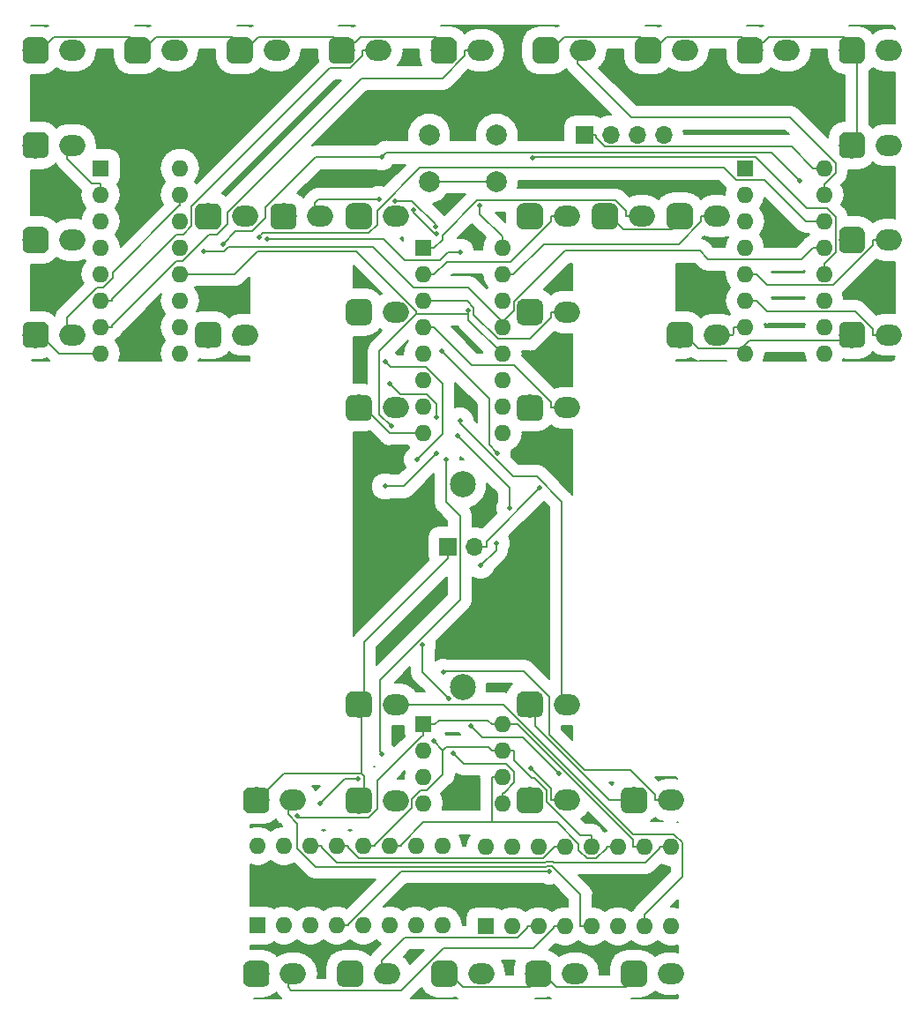
<source format=gbr>
G04 #@! TF.GenerationSoftware,KiCad,Pcbnew,(5.0.0)*
G04 #@! TF.CreationDate,2019-01-20T21:11:23-05:00*
G04 #@! TF.ProjectId,MiniTempleT,4D696E6954656D706C65542E6B696361,rev?*
G04 #@! TF.SameCoordinates,Original*
G04 #@! TF.FileFunction,Copper,L2,Bot,Signal*
G04 #@! TF.FilePolarity,Positive*
%FSLAX46Y46*%
G04 Gerber Fmt 4.6, Leading zero omitted, Abs format (unit mm)*
G04 Created by KiCad (PCBNEW (5.0.0)) date 01/20/19 21:11:23*
%MOMM*%
%LPD*%
G01*
G04 APERTURE LIST*
G04 #@! TA.AperFunction,ComponentPad*
%ADD10R,1.600000X1.600000*%
G04 #@! TD*
G04 #@! TA.AperFunction,ComponentPad*
%ADD11O,1.600000X1.600000*%
G04 #@! TD*
G04 #@! TA.AperFunction,ComponentPad*
%ADD12C,2.000000*%
G04 #@! TD*
G04 #@! TA.AperFunction,ComponentPad*
%ADD13C,2.500000*%
G04 #@! TD*
G04 #@! TA.AperFunction,ComponentPad*
%ADD14R,1.700000X1.700000*%
G04 #@! TD*
G04 #@! TA.AperFunction,ComponentPad*
%ADD15O,1.700000X1.700000*%
G04 #@! TD*
G04 #@! TA.AperFunction,Conductor*
%ADD16C,0.100000*%
G04 #@! TD*
G04 #@! TA.AperFunction,ComponentPad*
%ADD17O,2.500000X2.000000*%
G04 #@! TD*
G04 #@! TA.AperFunction,ViaPad*
%ADD18C,0.500000*%
G04 #@! TD*
G04 #@! TA.AperFunction,Conductor*
%ADD19C,0.200000*%
G04 #@! TD*
G04 #@! TA.AperFunction,NonConductor*
%ADD20C,0.200000*%
G04 #@! TD*
G04 APERTURE END LIST*
D10*
G04 #@! TO.P,Tiny85,1*
G04 #@! TO.N,Master_Reset*
X167450000Y-122618000D03*
D11*
G04 #@! TO.P,Tiny85,5*
G04 #@! TO.N,Serial_Data*
X175070000Y-130238000D03*
G04 #@! TO.P,Tiny85,2*
G04 #@! TO.N,Output_Enable*
X167450000Y-125158000D03*
G04 #@! TO.P,Tiny85,6*
G04 #@! TO.N,Serial_Clock*
X175070000Y-127698000D03*
G04 #@! TO.P,Tiny85,3*
G04 #@! TO.N,Net-(BTN1-Pad2)*
X167450000Y-127698000D03*
G04 #@! TO.P,Tiny85,7*
G04 #@! TO.N,Reg_Clock*
X175070000Y-125158000D03*
G04 #@! TO.P,Tiny85,4*
G04 #@! TO.N,GND*
X167450000Y-130238000D03*
G04 #@! TO.P,Tiny85,8*
G04 #@! TO.N,Master_Reset*
X175070000Y-122618000D03*
G04 #@! TD*
D12*
G04 #@! TO.P,BTN1,2*
G04 #@! TO.N,Net-(BTN1-Pad2)*
X167965000Y-70540000D03*
G04 #@! TO.P,BTN1,1*
G04 #@! TO.N,GND*
X167965000Y-66040000D03*
G04 #@! TO.P,BTN1,2*
G04 #@! TO.N,Net-(BTN1-Pad2)*
X174465000Y-70540000D03*
G04 #@! TO.P,BTN1,1*
G04 #@! TO.N,GND*
X174465000Y-66040000D03*
G04 #@! TD*
D13*
G04 #@! TO.P,Battery1,1*
G04 #@! TO.N,GND*
X171196000Y-99569000D03*
G04 #@! TO.P,Battery1,2*
G04 #@! TO.N,Net-(Battery1-Pad2)*
X171196000Y-119069000D03*
G04 #@! TD*
D14*
G04 #@! TO.P,Power1,1*
G04 #@! TO.N,GND*
X169799000Y-105537000D03*
D15*
G04 #@! TO.P,Power1,2*
G04 #@! TO.N,Net-(Battery1-Pad2)*
X172339000Y-105537000D03*
G04 #@! TD*
D16*
G04 #@! TO.N,GND*
G04 #@! TO.C,D1*
G36*
X130869261Y-83970010D02*
X130929931Y-83979009D01*
X130989428Y-83993912D01*
X131047177Y-84014575D01*
X131102623Y-84040799D01*
X131155231Y-84072331D01*
X131204496Y-84108868D01*
X131249942Y-84150058D01*
X131291132Y-84195504D01*
X131327669Y-84244769D01*
X131359201Y-84297377D01*
X131385425Y-84352823D01*
X131406088Y-84410572D01*
X131420991Y-84470069D01*
X131429990Y-84530739D01*
X131433000Y-84592000D01*
X131433000Y-85842000D01*
X131429990Y-85903261D01*
X131420991Y-85963931D01*
X131406088Y-86023428D01*
X131385425Y-86081177D01*
X131359201Y-86136623D01*
X131327669Y-86189231D01*
X131291132Y-86238496D01*
X131249942Y-86283942D01*
X131204496Y-86325132D01*
X131155231Y-86361669D01*
X131102623Y-86393201D01*
X131047177Y-86419425D01*
X130989428Y-86440088D01*
X130929931Y-86454991D01*
X130869261Y-86463990D01*
X130808000Y-86467000D01*
X129558000Y-86467000D01*
X129496739Y-86463990D01*
X129436069Y-86454991D01*
X129376572Y-86440088D01*
X129318823Y-86419425D01*
X129263377Y-86393201D01*
X129210769Y-86361669D01*
X129161504Y-86325132D01*
X129116058Y-86283942D01*
X129074868Y-86238496D01*
X129038331Y-86189231D01*
X129006799Y-86136623D01*
X128980575Y-86081177D01*
X128959912Y-86023428D01*
X128945009Y-85963931D01*
X128936010Y-85903261D01*
X128933000Y-85842000D01*
X128933000Y-84592000D01*
X128936010Y-84530739D01*
X128945009Y-84470069D01*
X128959912Y-84410572D01*
X128980575Y-84352823D01*
X129006799Y-84297377D01*
X129038331Y-84244769D01*
X129074868Y-84195504D01*
X129116058Y-84150058D01*
X129161504Y-84108868D01*
X129210769Y-84072331D01*
X129263377Y-84040799D01*
X129318823Y-84014575D01*
X129376572Y-83993912D01*
X129436069Y-83979009D01*
X129496739Y-83970010D01*
X129558000Y-83967000D01*
X130808000Y-83967000D01*
X130869261Y-83970010D01*
X130869261Y-83970010D01*
G37*
D13*
G04 #@! TD*
G04 #@! TO.P,D1,1*
G04 #@! TO.N,GND*
X130183000Y-85217000D03*
D17*
G04 #@! TO.P,D1,2*
G04 #@! TO.N,Net-(D1-Pad2)*
X133723000Y-85217000D03*
G04 #@! TD*
G04 #@! TO.P,D2,2*
G04 #@! TO.N,Net-(D2-Pad2)*
X133723000Y-76117000D03*
D16*
G04 #@! TD*
G04 #@! TO.N,GND*
G04 #@! TO.C,D2*
G36*
X130869261Y-74870010D02*
X130929931Y-74879009D01*
X130989428Y-74893912D01*
X131047177Y-74914575D01*
X131102623Y-74940799D01*
X131155231Y-74972331D01*
X131204496Y-75008868D01*
X131249942Y-75050058D01*
X131291132Y-75095504D01*
X131327669Y-75144769D01*
X131359201Y-75197377D01*
X131385425Y-75252823D01*
X131406088Y-75310572D01*
X131420991Y-75370069D01*
X131429990Y-75430739D01*
X131433000Y-75492000D01*
X131433000Y-76742000D01*
X131429990Y-76803261D01*
X131420991Y-76863931D01*
X131406088Y-76923428D01*
X131385425Y-76981177D01*
X131359201Y-77036623D01*
X131327669Y-77089231D01*
X131291132Y-77138496D01*
X131249942Y-77183942D01*
X131204496Y-77225132D01*
X131155231Y-77261669D01*
X131102623Y-77293201D01*
X131047177Y-77319425D01*
X130989428Y-77340088D01*
X130929931Y-77354991D01*
X130869261Y-77363990D01*
X130808000Y-77367000D01*
X129558000Y-77367000D01*
X129496739Y-77363990D01*
X129436069Y-77354991D01*
X129376572Y-77340088D01*
X129318823Y-77319425D01*
X129263377Y-77293201D01*
X129210769Y-77261669D01*
X129161504Y-77225132D01*
X129116058Y-77183942D01*
X129074868Y-77138496D01*
X129038331Y-77089231D01*
X129006799Y-77036623D01*
X128980575Y-76981177D01*
X128959912Y-76923428D01*
X128945009Y-76863931D01*
X128936010Y-76803261D01*
X128933000Y-76742000D01*
X128933000Y-75492000D01*
X128936010Y-75430739D01*
X128945009Y-75370069D01*
X128959912Y-75310572D01*
X128980575Y-75252823D01*
X129006799Y-75197377D01*
X129038331Y-75144769D01*
X129074868Y-75095504D01*
X129116058Y-75050058D01*
X129161504Y-75008868D01*
X129210769Y-74972331D01*
X129263377Y-74940799D01*
X129318823Y-74914575D01*
X129376572Y-74893912D01*
X129436069Y-74879009D01*
X129496739Y-74870010D01*
X129558000Y-74867000D01*
X130808000Y-74867000D01*
X130869261Y-74870010D01*
X130869261Y-74870010D01*
G37*
D13*
G04 #@! TO.P,D2,1*
G04 #@! TO.N,GND*
X130183000Y-76117000D03*
G04 #@! TD*
D17*
G04 #@! TO.P,D3,2*
G04 #@! TO.N,Net-(D3-Pad2)*
X133723000Y-67017000D03*
D16*
G04 #@! TD*
G04 #@! TO.N,GND*
G04 #@! TO.C,D3*
G36*
X130869261Y-65770010D02*
X130929931Y-65779009D01*
X130989428Y-65793912D01*
X131047177Y-65814575D01*
X131102623Y-65840799D01*
X131155231Y-65872331D01*
X131204496Y-65908868D01*
X131249942Y-65950058D01*
X131291132Y-65995504D01*
X131327669Y-66044769D01*
X131359201Y-66097377D01*
X131385425Y-66152823D01*
X131406088Y-66210572D01*
X131420991Y-66270069D01*
X131429990Y-66330739D01*
X131433000Y-66392000D01*
X131433000Y-67642000D01*
X131429990Y-67703261D01*
X131420991Y-67763931D01*
X131406088Y-67823428D01*
X131385425Y-67881177D01*
X131359201Y-67936623D01*
X131327669Y-67989231D01*
X131291132Y-68038496D01*
X131249942Y-68083942D01*
X131204496Y-68125132D01*
X131155231Y-68161669D01*
X131102623Y-68193201D01*
X131047177Y-68219425D01*
X130989428Y-68240088D01*
X130929931Y-68254991D01*
X130869261Y-68263990D01*
X130808000Y-68267000D01*
X129558000Y-68267000D01*
X129496739Y-68263990D01*
X129436069Y-68254991D01*
X129376572Y-68240088D01*
X129318823Y-68219425D01*
X129263377Y-68193201D01*
X129210769Y-68161669D01*
X129161504Y-68125132D01*
X129116058Y-68083942D01*
X129074868Y-68038496D01*
X129038331Y-67989231D01*
X129006799Y-67936623D01*
X128980575Y-67881177D01*
X128959912Y-67823428D01*
X128945009Y-67763931D01*
X128936010Y-67703261D01*
X128933000Y-67642000D01*
X128933000Y-66392000D01*
X128936010Y-66330739D01*
X128945009Y-66270069D01*
X128959912Y-66210572D01*
X128980575Y-66152823D01*
X129006799Y-66097377D01*
X129038331Y-66044769D01*
X129074868Y-65995504D01*
X129116058Y-65950058D01*
X129161504Y-65908868D01*
X129210769Y-65872331D01*
X129263377Y-65840799D01*
X129318823Y-65814575D01*
X129376572Y-65793912D01*
X129436069Y-65779009D01*
X129496739Y-65770010D01*
X129558000Y-65767000D01*
X130808000Y-65767000D01*
X130869261Y-65770010D01*
X130869261Y-65770010D01*
G37*
D13*
G04 #@! TO.P,D3,1*
G04 #@! TO.N,GND*
X130183000Y-67017000D03*
G04 #@! TD*
D17*
G04 #@! TO.P,D4,2*
G04 #@! TO.N,Net-(D4-Pad2)*
X133723000Y-57917000D03*
D16*
G04 #@! TD*
G04 #@! TO.N,GND*
G04 #@! TO.C,D4*
G36*
X130869261Y-56670010D02*
X130929931Y-56679009D01*
X130989428Y-56693912D01*
X131047177Y-56714575D01*
X131102623Y-56740799D01*
X131155231Y-56772331D01*
X131204496Y-56808868D01*
X131249942Y-56850058D01*
X131291132Y-56895504D01*
X131327669Y-56944769D01*
X131359201Y-56997377D01*
X131385425Y-57052823D01*
X131406088Y-57110572D01*
X131420991Y-57170069D01*
X131429990Y-57230739D01*
X131433000Y-57292000D01*
X131433000Y-58542000D01*
X131429990Y-58603261D01*
X131420991Y-58663931D01*
X131406088Y-58723428D01*
X131385425Y-58781177D01*
X131359201Y-58836623D01*
X131327669Y-58889231D01*
X131291132Y-58938496D01*
X131249942Y-58983942D01*
X131204496Y-59025132D01*
X131155231Y-59061669D01*
X131102623Y-59093201D01*
X131047177Y-59119425D01*
X130989428Y-59140088D01*
X130929931Y-59154991D01*
X130869261Y-59163990D01*
X130808000Y-59167000D01*
X129558000Y-59167000D01*
X129496739Y-59163990D01*
X129436069Y-59154991D01*
X129376572Y-59140088D01*
X129318823Y-59119425D01*
X129263377Y-59093201D01*
X129210769Y-59061669D01*
X129161504Y-59025132D01*
X129116058Y-58983942D01*
X129074868Y-58938496D01*
X129038331Y-58889231D01*
X129006799Y-58836623D01*
X128980575Y-58781177D01*
X128959912Y-58723428D01*
X128945009Y-58663931D01*
X128936010Y-58603261D01*
X128933000Y-58542000D01*
X128933000Y-57292000D01*
X128936010Y-57230739D01*
X128945009Y-57170069D01*
X128959912Y-57110572D01*
X128980575Y-57052823D01*
X129006799Y-56997377D01*
X129038331Y-56944769D01*
X129074868Y-56895504D01*
X129116058Y-56850058D01*
X129161504Y-56808868D01*
X129210769Y-56772331D01*
X129263377Y-56740799D01*
X129318823Y-56714575D01*
X129376572Y-56693912D01*
X129436069Y-56679009D01*
X129496739Y-56670010D01*
X129558000Y-56667000D01*
X130808000Y-56667000D01*
X130869261Y-56670010D01*
X130869261Y-56670010D01*
G37*
D13*
G04 #@! TO.P,D4,1*
G04 #@! TO.N,GND*
X130183000Y-57917000D03*
G04 #@! TD*
D16*
G04 #@! TO.N,GND*
G04 #@! TO.C,D5*
G36*
X140669261Y-56670010D02*
X140729931Y-56679009D01*
X140789428Y-56693912D01*
X140847177Y-56714575D01*
X140902623Y-56740799D01*
X140955231Y-56772331D01*
X141004496Y-56808868D01*
X141049942Y-56850058D01*
X141091132Y-56895504D01*
X141127669Y-56944769D01*
X141159201Y-56997377D01*
X141185425Y-57052823D01*
X141206088Y-57110572D01*
X141220991Y-57170069D01*
X141229990Y-57230739D01*
X141233000Y-57292000D01*
X141233000Y-58542000D01*
X141229990Y-58603261D01*
X141220991Y-58663931D01*
X141206088Y-58723428D01*
X141185425Y-58781177D01*
X141159201Y-58836623D01*
X141127669Y-58889231D01*
X141091132Y-58938496D01*
X141049942Y-58983942D01*
X141004496Y-59025132D01*
X140955231Y-59061669D01*
X140902623Y-59093201D01*
X140847177Y-59119425D01*
X140789428Y-59140088D01*
X140729931Y-59154991D01*
X140669261Y-59163990D01*
X140608000Y-59167000D01*
X139358000Y-59167000D01*
X139296739Y-59163990D01*
X139236069Y-59154991D01*
X139176572Y-59140088D01*
X139118823Y-59119425D01*
X139063377Y-59093201D01*
X139010769Y-59061669D01*
X138961504Y-59025132D01*
X138916058Y-58983942D01*
X138874868Y-58938496D01*
X138838331Y-58889231D01*
X138806799Y-58836623D01*
X138780575Y-58781177D01*
X138759912Y-58723428D01*
X138745009Y-58663931D01*
X138736010Y-58603261D01*
X138733000Y-58542000D01*
X138733000Y-57292000D01*
X138736010Y-57230739D01*
X138745009Y-57170069D01*
X138759912Y-57110572D01*
X138780575Y-57052823D01*
X138806799Y-56997377D01*
X138838331Y-56944769D01*
X138874868Y-56895504D01*
X138916058Y-56850058D01*
X138961504Y-56808868D01*
X139010769Y-56772331D01*
X139063377Y-56740799D01*
X139118823Y-56714575D01*
X139176572Y-56693912D01*
X139236069Y-56679009D01*
X139296739Y-56670010D01*
X139358000Y-56667000D01*
X140608000Y-56667000D01*
X140669261Y-56670010D01*
X140669261Y-56670010D01*
G37*
D13*
G04 #@! TD*
G04 #@! TO.P,D5,1*
G04 #@! TO.N,GND*
X139983000Y-57917000D03*
D17*
G04 #@! TO.P,D5,2*
G04 #@! TO.N,Net-(D5-Pad2)*
X143523000Y-57917000D03*
G04 #@! TD*
G04 #@! TO.P,D6,2*
G04 #@! TO.N,Net-(D6-Pad2)*
X153323000Y-57917000D03*
D16*
G04 #@! TD*
G04 #@! TO.N,GND*
G04 #@! TO.C,D6*
G36*
X150469261Y-56670010D02*
X150529931Y-56679009D01*
X150589428Y-56693912D01*
X150647177Y-56714575D01*
X150702623Y-56740799D01*
X150755231Y-56772331D01*
X150804496Y-56808868D01*
X150849942Y-56850058D01*
X150891132Y-56895504D01*
X150927669Y-56944769D01*
X150959201Y-56997377D01*
X150985425Y-57052823D01*
X151006088Y-57110572D01*
X151020991Y-57170069D01*
X151029990Y-57230739D01*
X151033000Y-57292000D01*
X151033000Y-58542000D01*
X151029990Y-58603261D01*
X151020991Y-58663931D01*
X151006088Y-58723428D01*
X150985425Y-58781177D01*
X150959201Y-58836623D01*
X150927669Y-58889231D01*
X150891132Y-58938496D01*
X150849942Y-58983942D01*
X150804496Y-59025132D01*
X150755231Y-59061669D01*
X150702623Y-59093201D01*
X150647177Y-59119425D01*
X150589428Y-59140088D01*
X150529931Y-59154991D01*
X150469261Y-59163990D01*
X150408000Y-59167000D01*
X149158000Y-59167000D01*
X149096739Y-59163990D01*
X149036069Y-59154991D01*
X148976572Y-59140088D01*
X148918823Y-59119425D01*
X148863377Y-59093201D01*
X148810769Y-59061669D01*
X148761504Y-59025132D01*
X148716058Y-58983942D01*
X148674868Y-58938496D01*
X148638331Y-58889231D01*
X148606799Y-58836623D01*
X148580575Y-58781177D01*
X148559912Y-58723428D01*
X148545009Y-58663931D01*
X148536010Y-58603261D01*
X148533000Y-58542000D01*
X148533000Y-57292000D01*
X148536010Y-57230739D01*
X148545009Y-57170069D01*
X148559912Y-57110572D01*
X148580575Y-57052823D01*
X148606799Y-56997377D01*
X148638331Y-56944769D01*
X148674868Y-56895504D01*
X148716058Y-56850058D01*
X148761504Y-56808868D01*
X148810769Y-56772331D01*
X148863377Y-56740799D01*
X148918823Y-56714575D01*
X148976572Y-56693912D01*
X149036069Y-56679009D01*
X149096739Y-56670010D01*
X149158000Y-56667000D01*
X150408000Y-56667000D01*
X150469261Y-56670010D01*
X150469261Y-56670010D01*
G37*
D13*
G04 #@! TO.P,D6,1*
G04 #@! TO.N,GND*
X149783000Y-57917000D03*
G04 #@! TD*
D16*
G04 #@! TO.N,GND*
G04 #@! TO.C,D7*
G36*
X160269261Y-56670010D02*
X160329931Y-56679009D01*
X160389428Y-56693912D01*
X160447177Y-56714575D01*
X160502623Y-56740799D01*
X160555231Y-56772331D01*
X160604496Y-56808868D01*
X160649942Y-56850058D01*
X160691132Y-56895504D01*
X160727669Y-56944769D01*
X160759201Y-56997377D01*
X160785425Y-57052823D01*
X160806088Y-57110572D01*
X160820991Y-57170069D01*
X160829990Y-57230739D01*
X160833000Y-57292000D01*
X160833000Y-58542000D01*
X160829990Y-58603261D01*
X160820991Y-58663931D01*
X160806088Y-58723428D01*
X160785425Y-58781177D01*
X160759201Y-58836623D01*
X160727669Y-58889231D01*
X160691132Y-58938496D01*
X160649942Y-58983942D01*
X160604496Y-59025132D01*
X160555231Y-59061669D01*
X160502623Y-59093201D01*
X160447177Y-59119425D01*
X160389428Y-59140088D01*
X160329931Y-59154991D01*
X160269261Y-59163990D01*
X160208000Y-59167000D01*
X158958000Y-59167000D01*
X158896739Y-59163990D01*
X158836069Y-59154991D01*
X158776572Y-59140088D01*
X158718823Y-59119425D01*
X158663377Y-59093201D01*
X158610769Y-59061669D01*
X158561504Y-59025132D01*
X158516058Y-58983942D01*
X158474868Y-58938496D01*
X158438331Y-58889231D01*
X158406799Y-58836623D01*
X158380575Y-58781177D01*
X158359912Y-58723428D01*
X158345009Y-58663931D01*
X158336010Y-58603261D01*
X158333000Y-58542000D01*
X158333000Y-57292000D01*
X158336010Y-57230739D01*
X158345009Y-57170069D01*
X158359912Y-57110572D01*
X158380575Y-57052823D01*
X158406799Y-56997377D01*
X158438331Y-56944769D01*
X158474868Y-56895504D01*
X158516058Y-56850058D01*
X158561504Y-56808868D01*
X158610769Y-56772331D01*
X158663377Y-56740799D01*
X158718823Y-56714575D01*
X158776572Y-56693912D01*
X158836069Y-56679009D01*
X158896739Y-56670010D01*
X158958000Y-56667000D01*
X160208000Y-56667000D01*
X160269261Y-56670010D01*
X160269261Y-56670010D01*
G37*
D13*
G04 #@! TD*
G04 #@! TO.P,D7,1*
G04 #@! TO.N,GND*
X159583000Y-57917000D03*
D17*
G04 #@! TO.P,D7,2*
G04 #@! TO.N,Net-(D7-Pad2)*
X163123000Y-57917000D03*
G04 #@! TD*
D16*
G04 #@! TO.N,GND*
G04 #@! TO.C,D8*
G36*
X170069261Y-56670010D02*
X170129931Y-56679009D01*
X170189428Y-56693912D01*
X170247177Y-56714575D01*
X170302623Y-56740799D01*
X170355231Y-56772331D01*
X170404496Y-56808868D01*
X170449942Y-56850058D01*
X170491132Y-56895504D01*
X170527669Y-56944769D01*
X170559201Y-56997377D01*
X170585425Y-57052823D01*
X170606088Y-57110572D01*
X170620991Y-57170069D01*
X170629990Y-57230739D01*
X170633000Y-57292000D01*
X170633000Y-58542000D01*
X170629990Y-58603261D01*
X170620991Y-58663931D01*
X170606088Y-58723428D01*
X170585425Y-58781177D01*
X170559201Y-58836623D01*
X170527669Y-58889231D01*
X170491132Y-58938496D01*
X170449942Y-58983942D01*
X170404496Y-59025132D01*
X170355231Y-59061669D01*
X170302623Y-59093201D01*
X170247177Y-59119425D01*
X170189428Y-59140088D01*
X170129931Y-59154991D01*
X170069261Y-59163990D01*
X170008000Y-59167000D01*
X168758000Y-59167000D01*
X168696739Y-59163990D01*
X168636069Y-59154991D01*
X168576572Y-59140088D01*
X168518823Y-59119425D01*
X168463377Y-59093201D01*
X168410769Y-59061669D01*
X168361504Y-59025132D01*
X168316058Y-58983942D01*
X168274868Y-58938496D01*
X168238331Y-58889231D01*
X168206799Y-58836623D01*
X168180575Y-58781177D01*
X168159912Y-58723428D01*
X168145009Y-58663931D01*
X168136010Y-58603261D01*
X168133000Y-58542000D01*
X168133000Y-57292000D01*
X168136010Y-57230739D01*
X168145009Y-57170069D01*
X168159912Y-57110572D01*
X168180575Y-57052823D01*
X168206799Y-56997377D01*
X168238331Y-56944769D01*
X168274868Y-56895504D01*
X168316058Y-56850058D01*
X168361504Y-56808868D01*
X168410769Y-56772331D01*
X168463377Y-56740799D01*
X168518823Y-56714575D01*
X168576572Y-56693912D01*
X168636069Y-56679009D01*
X168696739Y-56670010D01*
X168758000Y-56667000D01*
X170008000Y-56667000D01*
X170069261Y-56670010D01*
X170069261Y-56670010D01*
G37*
D13*
G04 #@! TD*
G04 #@! TO.P,D8,1*
G04 #@! TO.N,GND*
X169383000Y-57917000D03*
D17*
G04 #@! TO.P,D8,2*
G04 #@! TO.N,Net-(D8-Pad2)*
X172923000Y-57917000D03*
G04 #@! TD*
G04 #@! TO.P,D9,2*
G04 #@! TO.N,Net-(D9-Pad2)*
X182723000Y-57917000D03*
D16*
G04 #@! TD*
G04 #@! TO.N,GND*
G04 #@! TO.C,D9*
G36*
X179869261Y-56670010D02*
X179929931Y-56679009D01*
X179989428Y-56693912D01*
X180047177Y-56714575D01*
X180102623Y-56740799D01*
X180155231Y-56772331D01*
X180204496Y-56808868D01*
X180249942Y-56850058D01*
X180291132Y-56895504D01*
X180327669Y-56944769D01*
X180359201Y-56997377D01*
X180385425Y-57052823D01*
X180406088Y-57110572D01*
X180420991Y-57170069D01*
X180429990Y-57230739D01*
X180433000Y-57292000D01*
X180433000Y-58542000D01*
X180429990Y-58603261D01*
X180420991Y-58663931D01*
X180406088Y-58723428D01*
X180385425Y-58781177D01*
X180359201Y-58836623D01*
X180327669Y-58889231D01*
X180291132Y-58938496D01*
X180249942Y-58983942D01*
X180204496Y-59025132D01*
X180155231Y-59061669D01*
X180102623Y-59093201D01*
X180047177Y-59119425D01*
X179989428Y-59140088D01*
X179929931Y-59154991D01*
X179869261Y-59163990D01*
X179808000Y-59167000D01*
X178558000Y-59167000D01*
X178496739Y-59163990D01*
X178436069Y-59154991D01*
X178376572Y-59140088D01*
X178318823Y-59119425D01*
X178263377Y-59093201D01*
X178210769Y-59061669D01*
X178161504Y-59025132D01*
X178116058Y-58983942D01*
X178074868Y-58938496D01*
X178038331Y-58889231D01*
X178006799Y-58836623D01*
X177980575Y-58781177D01*
X177959912Y-58723428D01*
X177945009Y-58663931D01*
X177936010Y-58603261D01*
X177933000Y-58542000D01*
X177933000Y-57292000D01*
X177936010Y-57230739D01*
X177945009Y-57170069D01*
X177959912Y-57110572D01*
X177980575Y-57052823D01*
X178006799Y-56997377D01*
X178038331Y-56944769D01*
X178074868Y-56895504D01*
X178116058Y-56850058D01*
X178161504Y-56808868D01*
X178210769Y-56772331D01*
X178263377Y-56740799D01*
X178318823Y-56714575D01*
X178376572Y-56693912D01*
X178436069Y-56679009D01*
X178496739Y-56670010D01*
X178558000Y-56667000D01*
X179808000Y-56667000D01*
X179869261Y-56670010D01*
X179869261Y-56670010D01*
G37*
D13*
G04 #@! TO.P,D9,1*
G04 #@! TO.N,GND*
X179183000Y-57917000D03*
G04 #@! TD*
D17*
G04 #@! TO.P,D10,2*
G04 #@! TO.N,Net-(D10-Pad2)*
X192523000Y-57917000D03*
D16*
G04 #@! TD*
G04 #@! TO.N,GND*
G04 #@! TO.C,D10*
G36*
X189669261Y-56670010D02*
X189729931Y-56679009D01*
X189789428Y-56693912D01*
X189847177Y-56714575D01*
X189902623Y-56740799D01*
X189955231Y-56772331D01*
X190004496Y-56808868D01*
X190049942Y-56850058D01*
X190091132Y-56895504D01*
X190127669Y-56944769D01*
X190159201Y-56997377D01*
X190185425Y-57052823D01*
X190206088Y-57110572D01*
X190220991Y-57170069D01*
X190229990Y-57230739D01*
X190233000Y-57292000D01*
X190233000Y-58542000D01*
X190229990Y-58603261D01*
X190220991Y-58663931D01*
X190206088Y-58723428D01*
X190185425Y-58781177D01*
X190159201Y-58836623D01*
X190127669Y-58889231D01*
X190091132Y-58938496D01*
X190049942Y-58983942D01*
X190004496Y-59025132D01*
X189955231Y-59061669D01*
X189902623Y-59093201D01*
X189847177Y-59119425D01*
X189789428Y-59140088D01*
X189729931Y-59154991D01*
X189669261Y-59163990D01*
X189608000Y-59167000D01*
X188358000Y-59167000D01*
X188296739Y-59163990D01*
X188236069Y-59154991D01*
X188176572Y-59140088D01*
X188118823Y-59119425D01*
X188063377Y-59093201D01*
X188010769Y-59061669D01*
X187961504Y-59025132D01*
X187916058Y-58983942D01*
X187874868Y-58938496D01*
X187838331Y-58889231D01*
X187806799Y-58836623D01*
X187780575Y-58781177D01*
X187759912Y-58723428D01*
X187745009Y-58663931D01*
X187736010Y-58603261D01*
X187733000Y-58542000D01*
X187733000Y-57292000D01*
X187736010Y-57230739D01*
X187745009Y-57170069D01*
X187759912Y-57110572D01*
X187780575Y-57052823D01*
X187806799Y-56997377D01*
X187838331Y-56944769D01*
X187874868Y-56895504D01*
X187916058Y-56850058D01*
X187961504Y-56808868D01*
X188010769Y-56772331D01*
X188063377Y-56740799D01*
X188118823Y-56714575D01*
X188176572Y-56693912D01*
X188236069Y-56679009D01*
X188296739Y-56670010D01*
X188358000Y-56667000D01*
X189608000Y-56667000D01*
X189669261Y-56670010D01*
X189669261Y-56670010D01*
G37*
D13*
G04 #@! TO.P,D10,1*
G04 #@! TO.N,GND*
X188983000Y-57917000D03*
G04 #@! TD*
D16*
G04 #@! TO.N,GND*
G04 #@! TO.C,D11*
G36*
X199469261Y-56670010D02*
X199529931Y-56679009D01*
X199589428Y-56693912D01*
X199647177Y-56714575D01*
X199702623Y-56740799D01*
X199755231Y-56772331D01*
X199804496Y-56808868D01*
X199849942Y-56850058D01*
X199891132Y-56895504D01*
X199927669Y-56944769D01*
X199959201Y-56997377D01*
X199985425Y-57052823D01*
X200006088Y-57110572D01*
X200020991Y-57170069D01*
X200029990Y-57230739D01*
X200033000Y-57292000D01*
X200033000Y-58542000D01*
X200029990Y-58603261D01*
X200020991Y-58663931D01*
X200006088Y-58723428D01*
X199985425Y-58781177D01*
X199959201Y-58836623D01*
X199927669Y-58889231D01*
X199891132Y-58938496D01*
X199849942Y-58983942D01*
X199804496Y-59025132D01*
X199755231Y-59061669D01*
X199702623Y-59093201D01*
X199647177Y-59119425D01*
X199589428Y-59140088D01*
X199529931Y-59154991D01*
X199469261Y-59163990D01*
X199408000Y-59167000D01*
X198158000Y-59167000D01*
X198096739Y-59163990D01*
X198036069Y-59154991D01*
X197976572Y-59140088D01*
X197918823Y-59119425D01*
X197863377Y-59093201D01*
X197810769Y-59061669D01*
X197761504Y-59025132D01*
X197716058Y-58983942D01*
X197674868Y-58938496D01*
X197638331Y-58889231D01*
X197606799Y-58836623D01*
X197580575Y-58781177D01*
X197559912Y-58723428D01*
X197545009Y-58663931D01*
X197536010Y-58603261D01*
X197533000Y-58542000D01*
X197533000Y-57292000D01*
X197536010Y-57230739D01*
X197545009Y-57170069D01*
X197559912Y-57110572D01*
X197580575Y-57052823D01*
X197606799Y-56997377D01*
X197638331Y-56944769D01*
X197674868Y-56895504D01*
X197716058Y-56850058D01*
X197761504Y-56808868D01*
X197810769Y-56772331D01*
X197863377Y-56740799D01*
X197918823Y-56714575D01*
X197976572Y-56693912D01*
X198036069Y-56679009D01*
X198096739Y-56670010D01*
X198158000Y-56667000D01*
X199408000Y-56667000D01*
X199469261Y-56670010D01*
X199469261Y-56670010D01*
G37*
D13*
G04 #@! TD*
G04 #@! TO.P,D11,1*
G04 #@! TO.N,GND*
X198783000Y-57917000D03*
D17*
G04 #@! TO.P,D11,2*
G04 #@! TO.N,Net-(D11-Pad2)*
X202323000Y-57917000D03*
G04 #@! TD*
G04 #@! TO.P,D12,2*
G04 #@! TO.N,Net-(D12-Pad2)*
X212123000Y-57917000D03*
D16*
G04 #@! TD*
G04 #@! TO.N,GND*
G04 #@! TO.C,D12*
G36*
X209269261Y-56670010D02*
X209329931Y-56679009D01*
X209389428Y-56693912D01*
X209447177Y-56714575D01*
X209502623Y-56740799D01*
X209555231Y-56772331D01*
X209604496Y-56808868D01*
X209649942Y-56850058D01*
X209691132Y-56895504D01*
X209727669Y-56944769D01*
X209759201Y-56997377D01*
X209785425Y-57052823D01*
X209806088Y-57110572D01*
X209820991Y-57170069D01*
X209829990Y-57230739D01*
X209833000Y-57292000D01*
X209833000Y-58542000D01*
X209829990Y-58603261D01*
X209820991Y-58663931D01*
X209806088Y-58723428D01*
X209785425Y-58781177D01*
X209759201Y-58836623D01*
X209727669Y-58889231D01*
X209691132Y-58938496D01*
X209649942Y-58983942D01*
X209604496Y-59025132D01*
X209555231Y-59061669D01*
X209502623Y-59093201D01*
X209447177Y-59119425D01*
X209389428Y-59140088D01*
X209329931Y-59154991D01*
X209269261Y-59163990D01*
X209208000Y-59167000D01*
X207958000Y-59167000D01*
X207896739Y-59163990D01*
X207836069Y-59154991D01*
X207776572Y-59140088D01*
X207718823Y-59119425D01*
X207663377Y-59093201D01*
X207610769Y-59061669D01*
X207561504Y-59025132D01*
X207516058Y-58983942D01*
X207474868Y-58938496D01*
X207438331Y-58889231D01*
X207406799Y-58836623D01*
X207380575Y-58781177D01*
X207359912Y-58723428D01*
X207345009Y-58663931D01*
X207336010Y-58603261D01*
X207333000Y-58542000D01*
X207333000Y-57292000D01*
X207336010Y-57230739D01*
X207345009Y-57170069D01*
X207359912Y-57110572D01*
X207380575Y-57052823D01*
X207406799Y-56997377D01*
X207438331Y-56944769D01*
X207474868Y-56895504D01*
X207516058Y-56850058D01*
X207561504Y-56808868D01*
X207610769Y-56772331D01*
X207663377Y-56740799D01*
X207718823Y-56714575D01*
X207776572Y-56693912D01*
X207836069Y-56679009D01*
X207896739Y-56670010D01*
X207958000Y-56667000D01*
X209208000Y-56667000D01*
X209269261Y-56670010D01*
X209269261Y-56670010D01*
G37*
D13*
G04 #@! TO.P,D12,1*
G04 #@! TO.N,GND*
X208583000Y-57917000D03*
G04 #@! TD*
D16*
G04 #@! TO.N,GND*
G04 #@! TO.C,D13*
G36*
X209269261Y-65770010D02*
X209329931Y-65779009D01*
X209389428Y-65793912D01*
X209447177Y-65814575D01*
X209502623Y-65840799D01*
X209555231Y-65872331D01*
X209604496Y-65908868D01*
X209649942Y-65950058D01*
X209691132Y-65995504D01*
X209727669Y-66044769D01*
X209759201Y-66097377D01*
X209785425Y-66152823D01*
X209806088Y-66210572D01*
X209820991Y-66270069D01*
X209829990Y-66330739D01*
X209833000Y-66392000D01*
X209833000Y-67642000D01*
X209829990Y-67703261D01*
X209820991Y-67763931D01*
X209806088Y-67823428D01*
X209785425Y-67881177D01*
X209759201Y-67936623D01*
X209727669Y-67989231D01*
X209691132Y-68038496D01*
X209649942Y-68083942D01*
X209604496Y-68125132D01*
X209555231Y-68161669D01*
X209502623Y-68193201D01*
X209447177Y-68219425D01*
X209389428Y-68240088D01*
X209329931Y-68254991D01*
X209269261Y-68263990D01*
X209208000Y-68267000D01*
X207958000Y-68267000D01*
X207896739Y-68263990D01*
X207836069Y-68254991D01*
X207776572Y-68240088D01*
X207718823Y-68219425D01*
X207663377Y-68193201D01*
X207610769Y-68161669D01*
X207561504Y-68125132D01*
X207516058Y-68083942D01*
X207474868Y-68038496D01*
X207438331Y-67989231D01*
X207406799Y-67936623D01*
X207380575Y-67881177D01*
X207359912Y-67823428D01*
X207345009Y-67763931D01*
X207336010Y-67703261D01*
X207333000Y-67642000D01*
X207333000Y-66392000D01*
X207336010Y-66330739D01*
X207345009Y-66270069D01*
X207359912Y-66210572D01*
X207380575Y-66152823D01*
X207406799Y-66097377D01*
X207438331Y-66044769D01*
X207474868Y-65995504D01*
X207516058Y-65950058D01*
X207561504Y-65908868D01*
X207610769Y-65872331D01*
X207663377Y-65840799D01*
X207718823Y-65814575D01*
X207776572Y-65793912D01*
X207836069Y-65779009D01*
X207896739Y-65770010D01*
X207958000Y-65767000D01*
X209208000Y-65767000D01*
X209269261Y-65770010D01*
X209269261Y-65770010D01*
G37*
D13*
G04 #@! TD*
G04 #@! TO.P,D13,1*
G04 #@! TO.N,GND*
X208583000Y-67017000D03*
D17*
G04 #@! TO.P,D13,2*
G04 #@! TO.N,Net-(D13-Pad2)*
X212123000Y-67017000D03*
G04 #@! TD*
G04 #@! TO.P,D14,2*
G04 #@! TO.N,Net-(D14-Pad2)*
X212123000Y-76117000D03*
D16*
G04 #@! TD*
G04 #@! TO.N,GND*
G04 #@! TO.C,D14*
G36*
X209269261Y-74870010D02*
X209329931Y-74879009D01*
X209389428Y-74893912D01*
X209447177Y-74914575D01*
X209502623Y-74940799D01*
X209555231Y-74972331D01*
X209604496Y-75008868D01*
X209649942Y-75050058D01*
X209691132Y-75095504D01*
X209727669Y-75144769D01*
X209759201Y-75197377D01*
X209785425Y-75252823D01*
X209806088Y-75310572D01*
X209820991Y-75370069D01*
X209829990Y-75430739D01*
X209833000Y-75492000D01*
X209833000Y-76742000D01*
X209829990Y-76803261D01*
X209820991Y-76863931D01*
X209806088Y-76923428D01*
X209785425Y-76981177D01*
X209759201Y-77036623D01*
X209727669Y-77089231D01*
X209691132Y-77138496D01*
X209649942Y-77183942D01*
X209604496Y-77225132D01*
X209555231Y-77261669D01*
X209502623Y-77293201D01*
X209447177Y-77319425D01*
X209389428Y-77340088D01*
X209329931Y-77354991D01*
X209269261Y-77363990D01*
X209208000Y-77367000D01*
X207958000Y-77367000D01*
X207896739Y-77363990D01*
X207836069Y-77354991D01*
X207776572Y-77340088D01*
X207718823Y-77319425D01*
X207663377Y-77293201D01*
X207610769Y-77261669D01*
X207561504Y-77225132D01*
X207516058Y-77183942D01*
X207474868Y-77138496D01*
X207438331Y-77089231D01*
X207406799Y-77036623D01*
X207380575Y-76981177D01*
X207359912Y-76923428D01*
X207345009Y-76863931D01*
X207336010Y-76803261D01*
X207333000Y-76742000D01*
X207333000Y-75492000D01*
X207336010Y-75430739D01*
X207345009Y-75370069D01*
X207359912Y-75310572D01*
X207380575Y-75252823D01*
X207406799Y-75197377D01*
X207438331Y-75144769D01*
X207474868Y-75095504D01*
X207516058Y-75050058D01*
X207561504Y-75008868D01*
X207610769Y-74972331D01*
X207663377Y-74940799D01*
X207718823Y-74914575D01*
X207776572Y-74893912D01*
X207836069Y-74879009D01*
X207896739Y-74870010D01*
X207958000Y-74867000D01*
X209208000Y-74867000D01*
X209269261Y-74870010D01*
X209269261Y-74870010D01*
G37*
D13*
G04 #@! TO.P,D14,1*
G04 #@! TO.N,GND*
X208583000Y-76117000D03*
G04 #@! TD*
D16*
G04 #@! TO.N,GND*
G04 #@! TO.C,D15*
G36*
X209269261Y-83970010D02*
X209329931Y-83979009D01*
X209389428Y-83993912D01*
X209447177Y-84014575D01*
X209502623Y-84040799D01*
X209555231Y-84072331D01*
X209604496Y-84108868D01*
X209649942Y-84150058D01*
X209691132Y-84195504D01*
X209727669Y-84244769D01*
X209759201Y-84297377D01*
X209785425Y-84352823D01*
X209806088Y-84410572D01*
X209820991Y-84470069D01*
X209829990Y-84530739D01*
X209833000Y-84592000D01*
X209833000Y-85842000D01*
X209829990Y-85903261D01*
X209820991Y-85963931D01*
X209806088Y-86023428D01*
X209785425Y-86081177D01*
X209759201Y-86136623D01*
X209727669Y-86189231D01*
X209691132Y-86238496D01*
X209649942Y-86283942D01*
X209604496Y-86325132D01*
X209555231Y-86361669D01*
X209502623Y-86393201D01*
X209447177Y-86419425D01*
X209389428Y-86440088D01*
X209329931Y-86454991D01*
X209269261Y-86463990D01*
X209208000Y-86467000D01*
X207958000Y-86467000D01*
X207896739Y-86463990D01*
X207836069Y-86454991D01*
X207776572Y-86440088D01*
X207718823Y-86419425D01*
X207663377Y-86393201D01*
X207610769Y-86361669D01*
X207561504Y-86325132D01*
X207516058Y-86283942D01*
X207474868Y-86238496D01*
X207438331Y-86189231D01*
X207406799Y-86136623D01*
X207380575Y-86081177D01*
X207359912Y-86023428D01*
X207345009Y-85963931D01*
X207336010Y-85903261D01*
X207333000Y-85842000D01*
X207333000Y-84592000D01*
X207336010Y-84530739D01*
X207345009Y-84470069D01*
X207359912Y-84410572D01*
X207380575Y-84352823D01*
X207406799Y-84297377D01*
X207438331Y-84244769D01*
X207474868Y-84195504D01*
X207516058Y-84150058D01*
X207561504Y-84108868D01*
X207610769Y-84072331D01*
X207663377Y-84040799D01*
X207718823Y-84014575D01*
X207776572Y-83993912D01*
X207836069Y-83979009D01*
X207896739Y-83970010D01*
X207958000Y-83967000D01*
X209208000Y-83967000D01*
X209269261Y-83970010D01*
X209269261Y-83970010D01*
G37*
D13*
G04 #@! TD*
G04 #@! TO.P,D15,1*
G04 #@! TO.N,GND*
X208583000Y-85217000D03*
D17*
G04 #@! TO.P,D15,2*
G04 #@! TO.N,Net-(D15-Pad2)*
X212123000Y-85217000D03*
G04 #@! TD*
G04 #@! TO.P,D16,2*
G04 #@! TO.N,Net-(D16-Pad2)*
X195597000Y-85217000D03*
D16*
G04 #@! TD*
G04 #@! TO.N,GND*
G04 #@! TO.C,D16*
G36*
X192743261Y-83970010D02*
X192803931Y-83979009D01*
X192863428Y-83993912D01*
X192921177Y-84014575D01*
X192976623Y-84040799D01*
X193029231Y-84072331D01*
X193078496Y-84108868D01*
X193123942Y-84150058D01*
X193165132Y-84195504D01*
X193201669Y-84244769D01*
X193233201Y-84297377D01*
X193259425Y-84352823D01*
X193280088Y-84410572D01*
X193294991Y-84470069D01*
X193303990Y-84530739D01*
X193307000Y-84592000D01*
X193307000Y-85842000D01*
X193303990Y-85903261D01*
X193294991Y-85963931D01*
X193280088Y-86023428D01*
X193259425Y-86081177D01*
X193233201Y-86136623D01*
X193201669Y-86189231D01*
X193165132Y-86238496D01*
X193123942Y-86283942D01*
X193078496Y-86325132D01*
X193029231Y-86361669D01*
X192976623Y-86393201D01*
X192921177Y-86419425D01*
X192863428Y-86440088D01*
X192803931Y-86454991D01*
X192743261Y-86463990D01*
X192682000Y-86467000D01*
X191432000Y-86467000D01*
X191370739Y-86463990D01*
X191310069Y-86454991D01*
X191250572Y-86440088D01*
X191192823Y-86419425D01*
X191137377Y-86393201D01*
X191084769Y-86361669D01*
X191035504Y-86325132D01*
X190990058Y-86283942D01*
X190948868Y-86238496D01*
X190912331Y-86189231D01*
X190880799Y-86136623D01*
X190854575Y-86081177D01*
X190833912Y-86023428D01*
X190819009Y-85963931D01*
X190810010Y-85903261D01*
X190807000Y-85842000D01*
X190807000Y-84592000D01*
X190810010Y-84530739D01*
X190819009Y-84470069D01*
X190833912Y-84410572D01*
X190854575Y-84352823D01*
X190880799Y-84297377D01*
X190912331Y-84244769D01*
X190948868Y-84195504D01*
X190990058Y-84150058D01*
X191035504Y-84108868D01*
X191084769Y-84072331D01*
X191137377Y-84040799D01*
X191192823Y-84014575D01*
X191250572Y-83993912D01*
X191310069Y-83979009D01*
X191370739Y-83970010D01*
X191432000Y-83967000D01*
X192682000Y-83967000D01*
X192743261Y-83970010D01*
X192743261Y-83970010D01*
G37*
D13*
G04 #@! TO.P,D16,1*
G04 #@! TO.N,GND*
X192057000Y-85217000D03*
G04 #@! TD*
D17*
G04 #@! TO.P,D17,2*
G04 #@! TO.N,Net-(D17-Pad2)*
X195597000Y-73837800D03*
D16*
G04 #@! TD*
G04 #@! TO.N,GND*
G04 #@! TO.C,D17*
G36*
X192743261Y-72590810D02*
X192803931Y-72599809D01*
X192863428Y-72614712D01*
X192921177Y-72635375D01*
X192976623Y-72661599D01*
X193029231Y-72693131D01*
X193078496Y-72729668D01*
X193123942Y-72770858D01*
X193165132Y-72816304D01*
X193201669Y-72865569D01*
X193233201Y-72918177D01*
X193259425Y-72973623D01*
X193280088Y-73031372D01*
X193294991Y-73090869D01*
X193303990Y-73151539D01*
X193307000Y-73212800D01*
X193307000Y-74462800D01*
X193303990Y-74524061D01*
X193294991Y-74584731D01*
X193280088Y-74644228D01*
X193259425Y-74701977D01*
X193233201Y-74757423D01*
X193201669Y-74810031D01*
X193165132Y-74859296D01*
X193123942Y-74904742D01*
X193078496Y-74945932D01*
X193029231Y-74982469D01*
X192976623Y-75014001D01*
X192921177Y-75040225D01*
X192863428Y-75060888D01*
X192803931Y-75075791D01*
X192743261Y-75084790D01*
X192682000Y-75087800D01*
X191432000Y-75087800D01*
X191370739Y-75084790D01*
X191310069Y-75075791D01*
X191250572Y-75060888D01*
X191192823Y-75040225D01*
X191137377Y-75014001D01*
X191084769Y-74982469D01*
X191035504Y-74945932D01*
X190990058Y-74904742D01*
X190948868Y-74859296D01*
X190912331Y-74810031D01*
X190880799Y-74757423D01*
X190854575Y-74701977D01*
X190833912Y-74644228D01*
X190819009Y-74584731D01*
X190810010Y-74524061D01*
X190807000Y-74462800D01*
X190807000Y-73212800D01*
X190810010Y-73151539D01*
X190819009Y-73090869D01*
X190833912Y-73031372D01*
X190854575Y-72973623D01*
X190880799Y-72918177D01*
X190912331Y-72865569D01*
X190948868Y-72816304D01*
X190990058Y-72770858D01*
X191035504Y-72729668D01*
X191084769Y-72693131D01*
X191137377Y-72661599D01*
X191192823Y-72635375D01*
X191250572Y-72614712D01*
X191310069Y-72599809D01*
X191370739Y-72590810D01*
X191432000Y-72587800D01*
X192682000Y-72587800D01*
X192743261Y-72590810D01*
X192743261Y-72590810D01*
G37*
D13*
G04 #@! TO.P,D17,1*
G04 #@! TO.N,GND*
X192057000Y-73837800D03*
G04 #@! TD*
D16*
G04 #@! TO.N,GND*
G04 #@! TO.C,D18*
G36*
X185555261Y-72590810D02*
X185615931Y-72599809D01*
X185675428Y-72614712D01*
X185733177Y-72635375D01*
X185788623Y-72661599D01*
X185841231Y-72693131D01*
X185890496Y-72729668D01*
X185935942Y-72770858D01*
X185977132Y-72816304D01*
X186013669Y-72865569D01*
X186045201Y-72918177D01*
X186071425Y-72973623D01*
X186092088Y-73031372D01*
X186106991Y-73090869D01*
X186115990Y-73151539D01*
X186119000Y-73212800D01*
X186119000Y-74462800D01*
X186115990Y-74524061D01*
X186106991Y-74584731D01*
X186092088Y-74644228D01*
X186071425Y-74701977D01*
X186045201Y-74757423D01*
X186013669Y-74810031D01*
X185977132Y-74859296D01*
X185935942Y-74904742D01*
X185890496Y-74945932D01*
X185841231Y-74982469D01*
X185788623Y-75014001D01*
X185733177Y-75040225D01*
X185675428Y-75060888D01*
X185615931Y-75075791D01*
X185555261Y-75084790D01*
X185494000Y-75087800D01*
X184244000Y-75087800D01*
X184182739Y-75084790D01*
X184122069Y-75075791D01*
X184062572Y-75060888D01*
X184004823Y-75040225D01*
X183949377Y-75014001D01*
X183896769Y-74982469D01*
X183847504Y-74945932D01*
X183802058Y-74904742D01*
X183760868Y-74859296D01*
X183724331Y-74810031D01*
X183692799Y-74757423D01*
X183666575Y-74701977D01*
X183645912Y-74644228D01*
X183631009Y-74584731D01*
X183622010Y-74524061D01*
X183619000Y-74462800D01*
X183619000Y-73212800D01*
X183622010Y-73151539D01*
X183631009Y-73090869D01*
X183645912Y-73031372D01*
X183666575Y-72973623D01*
X183692799Y-72918177D01*
X183724331Y-72865569D01*
X183760868Y-72816304D01*
X183802058Y-72770858D01*
X183847504Y-72729668D01*
X183896769Y-72693131D01*
X183949377Y-72661599D01*
X184004823Y-72635375D01*
X184062572Y-72614712D01*
X184122069Y-72599809D01*
X184182739Y-72590810D01*
X184244000Y-72587800D01*
X185494000Y-72587800D01*
X185555261Y-72590810D01*
X185555261Y-72590810D01*
G37*
D13*
G04 #@! TD*
G04 #@! TO.P,D18,1*
G04 #@! TO.N,GND*
X184869000Y-73837800D03*
D17*
G04 #@! TO.P,D18,2*
G04 #@! TO.N,Net-(D18-Pad2)*
X188409000Y-73837800D03*
G04 #@! TD*
G04 #@! TO.P,D19,2*
G04 #@! TO.N,Net-(D19-Pad2)*
X181196000Y-73837800D03*
D16*
G04 #@! TD*
G04 #@! TO.N,GND*
G04 #@! TO.C,D19*
G36*
X178342261Y-72590810D02*
X178402931Y-72599809D01*
X178462428Y-72614712D01*
X178520177Y-72635375D01*
X178575623Y-72661599D01*
X178628231Y-72693131D01*
X178677496Y-72729668D01*
X178722942Y-72770858D01*
X178764132Y-72816304D01*
X178800669Y-72865569D01*
X178832201Y-72918177D01*
X178858425Y-72973623D01*
X178879088Y-73031372D01*
X178893991Y-73090869D01*
X178902990Y-73151539D01*
X178906000Y-73212800D01*
X178906000Y-74462800D01*
X178902990Y-74524061D01*
X178893991Y-74584731D01*
X178879088Y-74644228D01*
X178858425Y-74701977D01*
X178832201Y-74757423D01*
X178800669Y-74810031D01*
X178764132Y-74859296D01*
X178722942Y-74904742D01*
X178677496Y-74945932D01*
X178628231Y-74982469D01*
X178575623Y-75014001D01*
X178520177Y-75040225D01*
X178462428Y-75060888D01*
X178402931Y-75075791D01*
X178342261Y-75084790D01*
X178281000Y-75087800D01*
X177031000Y-75087800D01*
X176969739Y-75084790D01*
X176909069Y-75075791D01*
X176849572Y-75060888D01*
X176791823Y-75040225D01*
X176736377Y-75014001D01*
X176683769Y-74982469D01*
X176634504Y-74945932D01*
X176589058Y-74904742D01*
X176547868Y-74859296D01*
X176511331Y-74810031D01*
X176479799Y-74757423D01*
X176453575Y-74701977D01*
X176432912Y-74644228D01*
X176418009Y-74584731D01*
X176409010Y-74524061D01*
X176406000Y-74462800D01*
X176406000Y-73212800D01*
X176409010Y-73151539D01*
X176418009Y-73090869D01*
X176432912Y-73031372D01*
X176453575Y-72973623D01*
X176479799Y-72918177D01*
X176511331Y-72865569D01*
X176547868Y-72816304D01*
X176589058Y-72770858D01*
X176634504Y-72729668D01*
X176683769Y-72693131D01*
X176736377Y-72661599D01*
X176791823Y-72635375D01*
X176849572Y-72614712D01*
X176909069Y-72599809D01*
X176969739Y-72590810D01*
X177031000Y-72587800D01*
X178281000Y-72587800D01*
X178342261Y-72590810D01*
X178342261Y-72590810D01*
G37*
D13*
G04 #@! TO.P,D19,1*
G04 #@! TO.N,GND*
X177656000Y-73837800D03*
G04 #@! TD*
D16*
G04 #@! TO.N,GND*
G04 #@! TO.C,D20*
G36*
X178342261Y-81790810D02*
X178402931Y-81799809D01*
X178462428Y-81814712D01*
X178520177Y-81835375D01*
X178575623Y-81861599D01*
X178628231Y-81893131D01*
X178677496Y-81929668D01*
X178722942Y-81970858D01*
X178764132Y-82016304D01*
X178800669Y-82065569D01*
X178832201Y-82118177D01*
X178858425Y-82173623D01*
X178879088Y-82231372D01*
X178893991Y-82290869D01*
X178902990Y-82351539D01*
X178906000Y-82412800D01*
X178906000Y-83662800D01*
X178902990Y-83724061D01*
X178893991Y-83784731D01*
X178879088Y-83844228D01*
X178858425Y-83901977D01*
X178832201Y-83957423D01*
X178800669Y-84010031D01*
X178764132Y-84059296D01*
X178722942Y-84104742D01*
X178677496Y-84145932D01*
X178628231Y-84182469D01*
X178575623Y-84214001D01*
X178520177Y-84240225D01*
X178462428Y-84260888D01*
X178402931Y-84275791D01*
X178342261Y-84284790D01*
X178281000Y-84287800D01*
X177031000Y-84287800D01*
X176969739Y-84284790D01*
X176909069Y-84275791D01*
X176849572Y-84260888D01*
X176791823Y-84240225D01*
X176736377Y-84214001D01*
X176683769Y-84182469D01*
X176634504Y-84145932D01*
X176589058Y-84104742D01*
X176547868Y-84059296D01*
X176511331Y-84010031D01*
X176479799Y-83957423D01*
X176453575Y-83901977D01*
X176432912Y-83844228D01*
X176418009Y-83784731D01*
X176409010Y-83724061D01*
X176406000Y-83662800D01*
X176406000Y-82412800D01*
X176409010Y-82351539D01*
X176418009Y-82290869D01*
X176432912Y-82231372D01*
X176453575Y-82173623D01*
X176479799Y-82118177D01*
X176511331Y-82065569D01*
X176547868Y-82016304D01*
X176589058Y-81970858D01*
X176634504Y-81929668D01*
X176683769Y-81893131D01*
X176736377Y-81861599D01*
X176791823Y-81835375D01*
X176849572Y-81814712D01*
X176909069Y-81799809D01*
X176969739Y-81790810D01*
X177031000Y-81787800D01*
X178281000Y-81787800D01*
X178342261Y-81790810D01*
X178342261Y-81790810D01*
G37*
D13*
G04 #@! TD*
G04 #@! TO.P,D20,1*
G04 #@! TO.N,GND*
X177656000Y-83037800D03*
D17*
G04 #@! TO.P,D20,2*
G04 #@! TO.N,Net-(D20-Pad2)*
X181196000Y-83037800D03*
G04 #@! TD*
G04 #@! TO.P,D21,2*
G04 #@! TO.N,Net-(D21-Pad2)*
X181196000Y-92237800D03*
D16*
G04 #@! TD*
G04 #@! TO.N,GND*
G04 #@! TO.C,D21*
G36*
X178342261Y-90990810D02*
X178402931Y-90999809D01*
X178462428Y-91014712D01*
X178520177Y-91035375D01*
X178575623Y-91061599D01*
X178628231Y-91093131D01*
X178677496Y-91129668D01*
X178722942Y-91170858D01*
X178764132Y-91216304D01*
X178800669Y-91265569D01*
X178832201Y-91318177D01*
X178858425Y-91373623D01*
X178879088Y-91431372D01*
X178893991Y-91490869D01*
X178902990Y-91551539D01*
X178906000Y-91612800D01*
X178906000Y-92862800D01*
X178902990Y-92924061D01*
X178893991Y-92984731D01*
X178879088Y-93044228D01*
X178858425Y-93101977D01*
X178832201Y-93157423D01*
X178800669Y-93210031D01*
X178764132Y-93259296D01*
X178722942Y-93304742D01*
X178677496Y-93345932D01*
X178628231Y-93382469D01*
X178575623Y-93414001D01*
X178520177Y-93440225D01*
X178462428Y-93460888D01*
X178402931Y-93475791D01*
X178342261Y-93484790D01*
X178281000Y-93487800D01*
X177031000Y-93487800D01*
X176969739Y-93484790D01*
X176909069Y-93475791D01*
X176849572Y-93460888D01*
X176791823Y-93440225D01*
X176736377Y-93414001D01*
X176683769Y-93382469D01*
X176634504Y-93345932D01*
X176589058Y-93304742D01*
X176547868Y-93259296D01*
X176511331Y-93210031D01*
X176479799Y-93157423D01*
X176453575Y-93101977D01*
X176432912Y-93044228D01*
X176418009Y-92984731D01*
X176409010Y-92924061D01*
X176406000Y-92862800D01*
X176406000Y-91612800D01*
X176409010Y-91551539D01*
X176418009Y-91490869D01*
X176432912Y-91431372D01*
X176453575Y-91373623D01*
X176479799Y-91318177D01*
X176511331Y-91265569D01*
X176547868Y-91216304D01*
X176589058Y-91170858D01*
X176634504Y-91129668D01*
X176683769Y-91093131D01*
X176736377Y-91061599D01*
X176791823Y-91035375D01*
X176849572Y-91014712D01*
X176909069Y-90999809D01*
X176969739Y-90990810D01*
X177031000Y-90987800D01*
X178281000Y-90987800D01*
X178342261Y-90990810D01*
X178342261Y-90990810D01*
G37*
D13*
G04 #@! TO.P,D21,1*
G04 #@! TO.N,GND*
X177656000Y-92237800D03*
G04 #@! TD*
D16*
G04 #@! TO.N,GND*
G04 #@! TO.C,D22*
G36*
X178342261Y-119452010D02*
X178402931Y-119461009D01*
X178462428Y-119475912D01*
X178520177Y-119496575D01*
X178575623Y-119522799D01*
X178628231Y-119554331D01*
X178677496Y-119590868D01*
X178722942Y-119632058D01*
X178764132Y-119677504D01*
X178800669Y-119726769D01*
X178832201Y-119779377D01*
X178858425Y-119834823D01*
X178879088Y-119892572D01*
X178893991Y-119952069D01*
X178902990Y-120012739D01*
X178906000Y-120074000D01*
X178906000Y-121324000D01*
X178902990Y-121385261D01*
X178893991Y-121445931D01*
X178879088Y-121505428D01*
X178858425Y-121563177D01*
X178832201Y-121618623D01*
X178800669Y-121671231D01*
X178764132Y-121720496D01*
X178722942Y-121765942D01*
X178677496Y-121807132D01*
X178628231Y-121843669D01*
X178575623Y-121875201D01*
X178520177Y-121901425D01*
X178462428Y-121922088D01*
X178402931Y-121936991D01*
X178342261Y-121945990D01*
X178281000Y-121949000D01*
X177031000Y-121949000D01*
X176969739Y-121945990D01*
X176909069Y-121936991D01*
X176849572Y-121922088D01*
X176791823Y-121901425D01*
X176736377Y-121875201D01*
X176683769Y-121843669D01*
X176634504Y-121807132D01*
X176589058Y-121765942D01*
X176547868Y-121720496D01*
X176511331Y-121671231D01*
X176479799Y-121618623D01*
X176453575Y-121563177D01*
X176432912Y-121505428D01*
X176418009Y-121445931D01*
X176409010Y-121385261D01*
X176406000Y-121324000D01*
X176406000Y-120074000D01*
X176409010Y-120012739D01*
X176418009Y-119952069D01*
X176432912Y-119892572D01*
X176453575Y-119834823D01*
X176479799Y-119779377D01*
X176511331Y-119726769D01*
X176547868Y-119677504D01*
X176589058Y-119632058D01*
X176634504Y-119590868D01*
X176683769Y-119554331D01*
X176736377Y-119522799D01*
X176791823Y-119496575D01*
X176849572Y-119475912D01*
X176909069Y-119461009D01*
X176969739Y-119452010D01*
X177031000Y-119449000D01*
X178281000Y-119449000D01*
X178342261Y-119452010D01*
X178342261Y-119452010D01*
G37*
D13*
G04 #@! TD*
G04 #@! TO.P,D22,1*
G04 #@! TO.N,GND*
X177656000Y-120699000D03*
D17*
G04 #@! TO.P,D22,2*
G04 #@! TO.N,Net-(D22-Pad2)*
X181196000Y-120699000D03*
G04 #@! TD*
G04 #@! TO.P,D23,2*
G04 #@! TO.N,Net-(D23-Pad2)*
X181196000Y-129899000D03*
D16*
G04 #@! TD*
G04 #@! TO.N,GND*
G04 #@! TO.C,D23*
G36*
X178342261Y-128652010D02*
X178402931Y-128661009D01*
X178462428Y-128675912D01*
X178520177Y-128696575D01*
X178575623Y-128722799D01*
X178628231Y-128754331D01*
X178677496Y-128790868D01*
X178722942Y-128832058D01*
X178764132Y-128877504D01*
X178800669Y-128926769D01*
X178832201Y-128979377D01*
X178858425Y-129034823D01*
X178879088Y-129092572D01*
X178893991Y-129152069D01*
X178902990Y-129212739D01*
X178906000Y-129274000D01*
X178906000Y-130524000D01*
X178902990Y-130585261D01*
X178893991Y-130645931D01*
X178879088Y-130705428D01*
X178858425Y-130763177D01*
X178832201Y-130818623D01*
X178800669Y-130871231D01*
X178764132Y-130920496D01*
X178722942Y-130965942D01*
X178677496Y-131007132D01*
X178628231Y-131043669D01*
X178575623Y-131075201D01*
X178520177Y-131101425D01*
X178462428Y-131122088D01*
X178402931Y-131136991D01*
X178342261Y-131145990D01*
X178281000Y-131149000D01*
X177031000Y-131149000D01*
X176969739Y-131145990D01*
X176909069Y-131136991D01*
X176849572Y-131122088D01*
X176791823Y-131101425D01*
X176736377Y-131075201D01*
X176683769Y-131043669D01*
X176634504Y-131007132D01*
X176589058Y-130965942D01*
X176547868Y-130920496D01*
X176511331Y-130871231D01*
X176479799Y-130818623D01*
X176453575Y-130763177D01*
X176432912Y-130705428D01*
X176418009Y-130645931D01*
X176409010Y-130585261D01*
X176406000Y-130524000D01*
X176406000Y-129274000D01*
X176409010Y-129212739D01*
X176418009Y-129152069D01*
X176432912Y-129092572D01*
X176453575Y-129034823D01*
X176479799Y-128979377D01*
X176511331Y-128926769D01*
X176547868Y-128877504D01*
X176589058Y-128832058D01*
X176634504Y-128790868D01*
X176683769Y-128754331D01*
X176736377Y-128722799D01*
X176791823Y-128696575D01*
X176849572Y-128675912D01*
X176909069Y-128661009D01*
X176969739Y-128652010D01*
X177031000Y-128649000D01*
X178281000Y-128649000D01*
X178342261Y-128652010D01*
X178342261Y-128652010D01*
G37*
D13*
G04 #@! TO.P,D23,1*
G04 #@! TO.N,GND*
X177656000Y-129899000D03*
G04 #@! TD*
D16*
G04 #@! TO.N,GND*
G04 #@! TO.C,D24*
G36*
X188342261Y-128652010D02*
X188402931Y-128661009D01*
X188462428Y-128675912D01*
X188520177Y-128696575D01*
X188575623Y-128722799D01*
X188628231Y-128754331D01*
X188677496Y-128790868D01*
X188722942Y-128832058D01*
X188764132Y-128877504D01*
X188800669Y-128926769D01*
X188832201Y-128979377D01*
X188858425Y-129034823D01*
X188879088Y-129092572D01*
X188893991Y-129152069D01*
X188902990Y-129212739D01*
X188906000Y-129274000D01*
X188906000Y-130524000D01*
X188902990Y-130585261D01*
X188893991Y-130645931D01*
X188879088Y-130705428D01*
X188858425Y-130763177D01*
X188832201Y-130818623D01*
X188800669Y-130871231D01*
X188764132Y-130920496D01*
X188722942Y-130965942D01*
X188677496Y-131007132D01*
X188628231Y-131043669D01*
X188575623Y-131075201D01*
X188520177Y-131101425D01*
X188462428Y-131122088D01*
X188402931Y-131136991D01*
X188342261Y-131145990D01*
X188281000Y-131149000D01*
X187031000Y-131149000D01*
X186969739Y-131145990D01*
X186909069Y-131136991D01*
X186849572Y-131122088D01*
X186791823Y-131101425D01*
X186736377Y-131075201D01*
X186683769Y-131043669D01*
X186634504Y-131007132D01*
X186589058Y-130965942D01*
X186547868Y-130920496D01*
X186511331Y-130871231D01*
X186479799Y-130818623D01*
X186453575Y-130763177D01*
X186432912Y-130705428D01*
X186418009Y-130645931D01*
X186409010Y-130585261D01*
X186406000Y-130524000D01*
X186406000Y-129274000D01*
X186409010Y-129212739D01*
X186418009Y-129152069D01*
X186432912Y-129092572D01*
X186453575Y-129034823D01*
X186479799Y-128979377D01*
X186511331Y-128926769D01*
X186547868Y-128877504D01*
X186589058Y-128832058D01*
X186634504Y-128790868D01*
X186683769Y-128754331D01*
X186736377Y-128722799D01*
X186791823Y-128696575D01*
X186849572Y-128675912D01*
X186909069Y-128661009D01*
X186969739Y-128652010D01*
X187031000Y-128649000D01*
X188281000Y-128649000D01*
X188342261Y-128652010D01*
X188342261Y-128652010D01*
G37*
D13*
G04 #@! TD*
G04 #@! TO.P,D24,1*
G04 #@! TO.N,GND*
X187656000Y-129899000D03*
D17*
G04 #@! TO.P,D24,2*
G04 #@! TO.N,Net-(D24-Pad2)*
X191196000Y-129899000D03*
G04 #@! TD*
G04 #@! TO.P,D25,2*
G04 #@! TO.N,Net-(D25-Pad2)*
X191190000Y-146558000D03*
D16*
G04 #@! TD*
G04 #@! TO.N,GND*
G04 #@! TO.C,D25*
G36*
X188336261Y-145311010D02*
X188396931Y-145320009D01*
X188456428Y-145334912D01*
X188514177Y-145355575D01*
X188569623Y-145381799D01*
X188622231Y-145413331D01*
X188671496Y-145449868D01*
X188716942Y-145491058D01*
X188758132Y-145536504D01*
X188794669Y-145585769D01*
X188826201Y-145638377D01*
X188852425Y-145693823D01*
X188873088Y-145751572D01*
X188887991Y-145811069D01*
X188896990Y-145871739D01*
X188900000Y-145933000D01*
X188900000Y-147183000D01*
X188896990Y-147244261D01*
X188887991Y-147304931D01*
X188873088Y-147364428D01*
X188852425Y-147422177D01*
X188826201Y-147477623D01*
X188794669Y-147530231D01*
X188758132Y-147579496D01*
X188716942Y-147624942D01*
X188671496Y-147666132D01*
X188622231Y-147702669D01*
X188569623Y-147734201D01*
X188514177Y-147760425D01*
X188456428Y-147781088D01*
X188396931Y-147795991D01*
X188336261Y-147804990D01*
X188275000Y-147808000D01*
X187025000Y-147808000D01*
X186963739Y-147804990D01*
X186903069Y-147795991D01*
X186843572Y-147781088D01*
X186785823Y-147760425D01*
X186730377Y-147734201D01*
X186677769Y-147702669D01*
X186628504Y-147666132D01*
X186583058Y-147624942D01*
X186541868Y-147579496D01*
X186505331Y-147530231D01*
X186473799Y-147477623D01*
X186447575Y-147422177D01*
X186426912Y-147364428D01*
X186412009Y-147304931D01*
X186403010Y-147244261D01*
X186400000Y-147183000D01*
X186400000Y-145933000D01*
X186403010Y-145871739D01*
X186412009Y-145811069D01*
X186426912Y-145751572D01*
X186447575Y-145693823D01*
X186473799Y-145638377D01*
X186505331Y-145585769D01*
X186541868Y-145536504D01*
X186583058Y-145491058D01*
X186628504Y-145449868D01*
X186677769Y-145413331D01*
X186730377Y-145381799D01*
X186785823Y-145355575D01*
X186843572Y-145334912D01*
X186903069Y-145320009D01*
X186963739Y-145311010D01*
X187025000Y-145308000D01*
X188275000Y-145308000D01*
X188336261Y-145311010D01*
X188336261Y-145311010D01*
G37*
D13*
G04 #@! TO.P,D25,1*
G04 #@! TO.N,GND*
X187650000Y-146558000D03*
G04 #@! TD*
D16*
G04 #@! TO.N,GND*
G04 #@! TO.C,D26*
G36*
X179136261Y-145311010D02*
X179196931Y-145320009D01*
X179256428Y-145334912D01*
X179314177Y-145355575D01*
X179369623Y-145381799D01*
X179422231Y-145413331D01*
X179471496Y-145449868D01*
X179516942Y-145491058D01*
X179558132Y-145536504D01*
X179594669Y-145585769D01*
X179626201Y-145638377D01*
X179652425Y-145693823D01*
X179673088Y-145751572D01*
X179687991Y-145811069D01*
X179696990Y-145871739D01*
X179700000Y-145933000D01*
X179700000Y-147183000D01*
X179696990Y-147244261D01*
X179687991Y-147304931D01*
X179673088Y-147364428D01*
X179652425Y-147422177D01*
X179626201Y-147477623D01*
X179594669Y-147530231D01*
X179558132Y-147579496D01*
X179516942Y-147624942D01*
X179471496Y-147666132D01*
X179422231Y-147702669D01*
X179369623Y-147734201D01*
X179314177Y-147760425D01*
X179256428Y-147781088D01*
X179196931Y-147795991D01*
X179136261Y-147804990D01*
X179075000Y-147808000D01*
X177825000Y-147808000D01*
X177763739Y-147804990D01*
X177703069Y-147795991D01*
X177643572Y-147781088D01*
X177585823Y-147760425D01*
X177530377Y-147734201D01*
X177477769Y-147702669D01*
X177428504Y-147666132D01*
X177383058Y-147624942D01*
X177341868Y-147579496D01*
X177305331Y-147530231D01*
X177273799Y-147477623D01*
X177247575Y-147422177D01*
X177226912Y-147364428D01*
X177212009Y-147304931D01*
X177203010Y-147244261D01*
X177200000Y-147183000D01*
X177200000Y-145933000D01*
X177203010Y-145871739D01*
X177212009Y-145811069D01*
X177226912Y-145751572D01*
X177247575Y-145693823D01*
X177273799Y-145638377D01*
X177305331Y-145585769D01*
X177341868Y-145536504D01*
X177383058Y-145491058D01*
X177428504Y-145449868D01*
X177477769Y-145413331D01*
X177530377Y-145381799D01*
X177585823Y-145355575D01*
X177643572Y-145334912D01*
X177703069Y-145320009D01*
X177763739Y-145311010D01*
X177825000Y-145308000D01*
X179075000Y-145308000D01*
X179136261Y-145311010D01*
X179136261Y-145311010D01*
G37*
D13*
G04 #@! TD*
G04 #@! TO.P,D26,1*
G04 #@! TO.N,GND*
X178450000Y-146558000D03*
D17*
G04 #@! TO.P,D26,2*
G04 #@! TO.N,Net-(D26-Pad2)*
X181990000Y-146558000D03*
G04 #@! TD*
G04 #@! TO.P,D27,2*
G04 #@! TO.N,Net-(D27-Pad2)*
X172966000Y-146558000D03*
D16*
G04 #@! TD*
G04 #@! TO.N,GND*
G04 #@! TO.C,D27*
G36*
X170112261Y-145311010D02*
X170172931Y-145320009D01*
X170232428Y-145334912D01*
X170290177Y-145355575D01*
X170345623Y-145381799D01*
X170398231Y-145413331D01*
X170447496Y-145449868D01*
X170492942Y-145491058D01*
X170534132Y-145536504D01*
X170570669Y-145585769D01*
X170602201Y-145638377D01*
X170628425Y-145693823D01*
X170649088Y-145751572D01*
X170663991Y-145811069D01*
X170672990Y-145871739D01*
X170676000Y-145933000D01*
X170676000Y-147183000D01*
X170672990Y-147244261D01*
X170663991Y-147304931D01*
X170649088Y-147364428D01*
X170628425Y-147422177D01*
X170602201Y-147477623D01*
X170570669Y-147530231D01*
X170534132Y-147579496D01*
X170492942Y-147624942D01*
X170447496Y-147666132D01*
X170398231Y-147702669D01*
X170345623Y-147734201D01*
X170290177Y-147760425D01*
X170232428Y-147781088D01*
X170172931Y-147795991D01*
X170112261Y-147804990D01*
X170051000Y-147808000D01*
X168801000Y-147808000D01*
X168739739Y-147804990D01*
X168679069Y-147795991D01*
X168619572Y-147781088D01*
X168561823Y-147760425D01*
X168506377Y-147734201D01*
X168453769Y-147702669D01*
X168404504Y-147666132D01*
X168359058Y-147624942D01*
X168317868Y-147579496D01*
X168281331Y-147530231D01*
X168249799Y-147477623D01*
X168223575Y-147422177D01*
X168202912Y-147364428D01*
X168188009Y-147304931D01*
X168179010Y-147244261D01*
X168176000Y-147183000D01*
X168176000Y-145933000D01*
X168179010Y-145871739D01*
X168188009Y-145811069D01*
X168202912Y-145751572D01*
X168223575Y-145693823D01*
X168249799Y-145638377D01*
X168281331Y-145585769D01*
X168317868Y-145536504D01*
X168359058Y-145491058D01*
X168404504Y-145449868D01*
X168453769Y-145413331D01*
X168506377Y-145381799D01*
X168561823Y-145355575D01*
X168619572Y-145334912D01*
X168679069Y-145320009D01*
X168739739Y-145311010D01*
X168801000Y-145308000D01*
X170051000Y-145308000D01*
X170112261Y-145311010D01*
X170112261Y-145311010D01*
G37*
D13*
G04 #@! TO.P,D27,1*
G04 #@! TO.N,GND*
X169426000Y-146558000D03*
G04 #@! TD*
D16*
G04 #@! TO.N,GND*
G04 #@! TO.C,D28*
G36*
X161088261Y-145311010D02*
X161148931Y-145320009D01*
X161208428Y-145334912D01*
X161266177Y-145355575D01*
X161321623Y-145381799D01*
X161374231Y-145413331D01*
X161423496Y-145449868D01*
X161468942Y-145491058D01*
X161510132Y-145536504D01*
X161546669Y-145585769D01*
X161578201Y-145638377D01*
X161604425Y-145693823D01*
X161625088Y-145751572D01*
X161639991Y-145811069D01*
X161648990Y-145871739D01*
X161652000Y-145933000D01*
X161652000Y-147183000D01*
X161648990Y-147244261D01*
X161639991Y-147304931D01*
X161625088Y-147364428D01*
X161604425Y-147422177D01*
X161578201Y-147477623D01*
X161546669Y-147530231D01*
X161510132Y-147579496D01*
X161468942Y-147624942D01*
X161423496Y-147666132D01*
X161374231Y-147702669D01*
X161321623Y-147734201D01*
X161266177Y-147760425D01*
X161208428Y-147781088D01*
X161148931Y-147795991D01*
X161088261Y-147804990D01*
X161027000Y-147808000D01*
X159777000Y-147808000D01*
X159715739Y-147804990D01*
X159655069Y-147795991D01*
X159595572Y-147781088D01*
X159537823Y-147760425D01*
X159482377Y-147734201D01*
X159429769Y-147702669D01*
X159380504Y-147666132D01*
X159335058Y-147624942D01*
X159293868Y-147579496D01*
X159257331Y-147530231D01*
X159225799Y-147477623D01*
X159199575Y-147422177D01*
X159178912Y-147364428D01*
X159164009Y-147304931D01*
X159155010Y-147244261D01*
X159152000Y-147183000D01*
X159152000Y-145933000D01*
X159155010Y-145871739D01*
X159164009Y-145811069D01*
X159178912Y-145751572D01*
X159199575Y-145693823D01*
X159225799Y-145638377D01*
X159257331Y-145585769D01*
X159293868Y-145536504D01*
X159335058Y-145491058D01*
X159380504Y-145449868D01*
X159429769Y-145413331D01*
X159482377Y-145381799D01*
X159537823Y-145355575D01*
X159595572Y-145334912D01*
X159655069Y-145320009D01*
X159715739Y-145311010D01*
X159777000Y-145308000D01*
X161027000Y-145308000D01*
X161088261Y-145311010D01*
X161088261Y-145311010D01*
G37*
D13*
G04 #@! TD*
G04 #@! TO.P,D28,1*
G04 #@! TO.N,GND*
X160402000Y-146558000D03*
D17*
G04 #@! TO.P,D28,2*
G04 #@! TO.N,Net-(D28-Pad2)*
X163942000Y-146558000D03*
G04 #@! TD*
D16*
G04 #@! TO.N,GND*
G04 #@! TO.C,D29*
G36*
X152063261Y-145311010D02*
X152123931Y-145320009D01*
X152183428Y-145334912D01*
X152241177Y-145355575D01*
X152296623Y-145381799D01*
X152349231Y-145413331D01*
X152398496Y-145449868D01*
X152443942Y-145491058D01*
X152485132Y-145536504D01*
X152521669Y-145585769D01*
X152553201Y-145638377D01*
X152579425Y-145693823D01*
X152600088Y-145751572D01*
X152614991Y-145811069D01*
X152623990Y-145871739D01*
X152627000Y-145933000D01*
X152627000Y-147183000D01*
X152623990Y-147244261D01*
X152614991Y-147304931D01*
X152600088Y-147364428D01*
X152579425Y-147422177D01*
X152553201Y-147477623D01*
X152521669Y-147530231D01*
X152485132Y-147579496D01*
X152443942Y-147624942D01*
X152398496Y-147666132D01*
X152349231Y-147702669D01*
X152296623Y-147734201D01*
X152241177Y-147760425D01*
X152183428Y-147781088D01*
X152123931Y-147795991D01*
X152063261Y-147804990D01*
X152002000Y-147808000D01*
X150752000Y-147808000D01*
X150690739Y-147804990D01*
X150630069Y-147795991D01*
X150570572Y-147781088D01*
X150512823Y-147760425D01*
X150457377Y-147734201D01*
X150404769Y-147702669D01*
X150355504Y-147666132D01*
X150310058Y-147624942D01*
X150268868Y-147579496D01*
X150232331Y-147530231D01*
X150200799Y-147477623D01*
X150174575Y-147422177D01*
X150153912Y-147364428D01*
X150139009Y-147304931D01*
X150130010Y-147244261D01*
X150127000Y-147183000D01*
X150127000Y-145933000D01*
X150130010Y-145871739D01*
X150139009Y-145811069D01*
X150153912Y-145751572D01*
X150174575Y-145693823D01*
X150200799Y-145638377D01*
X150232331Y-145585769D01*
X150268868Y-145536504D01*
X150310058Y-145491058D01*
X150355504Y-145449868D01*
X150404769Y-145413331D01*
X150457377Y-145381799D01*
X150512823Y-145355575D01*
X150570572Y-145334912D01*
X150630069Y-145320009D01*
X150690739Y-145311010D01*
X150752000Y-145308000D01*
X152002000Y-145308000D01*
X152063261Y-145311010D01*
X152063261Y-145311010D01*
G37*
D13*
G04 #@! TD*
G04 #@! TO.P,D29,1*
G04 #@! TO.N,GND*
X151377000Y-146558000D03*
D17*
G04 #@! TO.P,D29,2*
G04 #@! TO.N,Net-(D29-Pad2)*
X154917000Y-146558000D03*
G04 #@! TD*
D16*
G04 #@! TO.N,GND*
G04 #@! TO.C,D30*
G36*
X152063261Y-128652010D02*
X152123931Y-128661009D01*
X152183428Y-128675912D01*
X152241177Y-128696575D01*
X152296623Y-128722799D01*
X152349231Y-128754331D01*
X152398496Y-128790868D01*
X152443942Y-128832058D01*
X152485132Y-128877504D01*
X152521669Y-128926769D01*
X152553201Y-128979377D01*
X152579425Y-129034823D01*
X152600088Y-129092572D01*
X152614991Y-129152069D01*
X152623990Y-129212739D01*
X152627000Y-129274000D01*
X152627000Y-130524000D01*
X152623990Y-130585261D01*
X152614991Y-130645931D01*
X152600088Y-130705428D01*
X152579425Y-130763177D01*
X152553201Y-130818623D01*
X152521669Y-130871231D01*
X152485132Y-130920496D01*
X152443942Y-130965942D01*
X152398496Y-131007132D01*
X152349231Y-131043669D01*
X152296623Y-131075201D01*
X152241177Y-131101425D01*
X152183428Y-131122088D01*
X152123931Y-131136991D01*
X152063261Y-131145990D01*
X152002000Y-131149000D01*
X150752000Y-131149000D01*
X150690739Y-131145990D01*
X150630069Y-131136991D01*
X150570572Y-131122088D01*
X150512823Y-131101425D01*
X150457377Y-131075201D01*
X150404769Y-131043669D01*
X150355504Y-131007132D01*
X150310058Y-130965942D01*
X150268868Y-130920496D01*
X150232331Y-130871231D01*
X150200799Y-130818623D01*
X150174575Y-130763177D01*
X150153912Y-130705428D01*
X150139009Y-130645931D01*
X150130010Y-130585261D01*
X150127000Y-130524000D01*
X150127000Y-129274000D01*
X150130010Y-129212739D01*
X150139009Y-129152069D01*
X150153912Y-129092572D01*
X150174575Y-129034823D01*
X150200799Y-128979377D01*
X150232331Y-128926769D01*
X150268868Y-128877504D01*
X150310058Y-128832058D01*
X150355504Y-128790868D01*
X150404769Y-128754331D01*
X150457377Y-128722799D01*
X150512823Y-128696575D01*
X150570572Y-128675912D01*
X150630069Y-128661009D01*
X150690739Y-128652010D01*
X150752000Y-128649000D01*
X152002000Y-128649000D01*
X152063261Y-128652010D01*
X152063261Y-128652010D01*
G37*
D13*
G04 #@! TD*
G04 #@! TO.P,D30,1*
G04 #@! TO.N,GND*
X151377000Y-129899000D03*
D17*
G04 #@! TO.P,D30,2*
G04 #@! TO.N,Net-(D30-Pad2)*
X154917000Y-129899000D03*
G04 #@! TD*
G04 #@! TO.P,D31,2*
G04 #@! TO.N,Net-(D31-Pad2)*
X164774000Y-129921000D03*
D16*
G04 #@! TD*
G04 #@! TO.N,GND*
G04 #@! TO.C,D31*
G36*
X161920261Y-128674010D02*
X161980931Y-128683009D01*
X162040428Y-128697912D01*
X162098177Y-128718575D01*
X162153623Y-128744799D01*
X162206231Y-128776331D01*
X162255496Y-128812868D01*
X162300942Y-128854058D01*
X162342132Y-128899504D01*
X162378669Y-128948769D01*
X162410201Y-129001377D01*
X162436425Y-129056823D01*
X162457088Y-129114572D01*
X162471991Y-129174069D01*
X162480990Y-129234739D01*
X162484000Y-129296000D01*
X162484000Y-130546000D01*
X162480990Y-130607261D01*
X162471991Y-130667931D01*
X162457088Y-130727428D01*
X162436425Y-130785177D01*
X162410201Y-130840623D01*
X162378669Y-130893231D01*
X162342132Y-130942496D01*
X162300942Y-130987942D01*
X162255496Y-131029132D01*
X162206231Y-131065669D01*
X162153623Y-131097201D01*
X162098177Y-131123425D01*
X162040428Y-131144088D01*
X161980931Y-131158991D01*
X161920261Y-131167990D01*
X161859000Y-131171000D01*
X160609000Y-131171000D01*
X160547739Y-131167990D01*
X160487069Y-131158991D01*
X160427572Y-131144088D01*
X160369823Y-131123425D01*
X160314377Y-131097201D01*
X160261769Y-131065669D01*
X160212504Y-131029132D01*
X160167058Y-130987942D01*
X160125868Y-130942496D01*
X160089331Y-130893231D01*
X160057799Y-130840623D01*
X160031575Y-130785177D01*
X160010912Y-130727428D01*
X159996009Y-130667931D01*
X159987010Y-130607261D01*
X159984000Y-130546000D01*
X159984000Y-129296000D01*
X159987010Y-129234739D01*
X159996009Y-129174069D01*
X160010912Y-129114572D01*
X160031575Y-129056823D01*
X160057799Y-129001377D01*
X160089331Y-128948769D01*
X160125868Y-128899504D01*
X160167058Y-128854058D01*
X160212504Y-128812868D01*
X160261769Y-128776331D01*
X160314377Y-128744799D01*
X160369823Y-128718575D01*
X160427572Y-128697912D01*
X160487069Y-128683009D01*
X160547739Y-128674010D01*
X160609000Y-128671000D01*
X161859000Y-128671000D01*
X161920261Y-128674010D01*
X161920261Y-128674010D01*
G37*
D13*
G04 #@! TO.P,D31,1*
G04 #@! TO.N,GND*
X161234000Y-129921000D03*
G04 #@! TD*
D16*
G04 #@! TO.N,GND*
G04 #@! TO.C,D32*
G36*
X161920261Y-119452010D02*
X161980931Y-119461009D01*
X162040428Y-119475912D01*
X162098177Y-119496575D01*
X162153623Y-119522799D01*
X162206231Y-119554331D01*
X162255496Y-119590868D01*
X162300942Y-119632058D01*
X162342132Y-119677504D01*
X162378669Y-119726769D01*
X162410201Y-119779377D01*
X162436425Y-119834823D01*
X162457088Y-119892572D01*
X162471991Y-119952069D01*
X162480990Y-120012739D01*
X162484000Y-120074000D01*
X162484000Y-121324000D01*
X162480990Y-121385261D01*
X162471991Y-121445931D01*
X162457088Y-121505428D01*
X162436425Y-121563177D01*
X162410201Y-121618623D01*
X162378669Y-121671231D01*
X162342132Y-121720496D01*
X162300942Y-121765942D01*
X162255496Y-121807132D01*
X162206231Y-121843669D01*
X162153623Y-121875201D01*
X162098177Y-121901425D01*
X162040428Y-121922088D01*
X161980931Y-121936991D01*
X161920261Y-121945990D01*
X161859000Y-121949000D01*
X160609000Y-121949000D01*
X160547739Y-121945990D01*
X160487069Y-121936991D01*
X160427572Y-121922088D01*
X160369823Y-121901425D01*
X160314377Y-121875201D01*
X160261769Y-121843669D01*
X160212504Y-121807132D01*
X160167058Y-121765942D01*
X160125868Y-121720496D01*
X160089331Y-121671231D01*
X160057799Y-121618623D01*
X160031575Y-121563177D01*
X160010912Y-121505428D01*
X159996009Y-121445931D01*
X159987010Y-121385261D01*
X159984000Y-121324000D01*
X159984000Y-120074000D01*
X159987010Y-120012739D01*
X159996009Y-119952069D01*
X160010912Y-119892572D01*
X160031575Y-119834823D01*
X160057799Y-119779377D01*
X160089331Y-119726769D01*
X160125868Y-119677504D01*
X160167058Y-119632058D01*
X160212504Y-119590868D01*
X160261769Y-119554331D01*
X160314377Y-119522799D01*
X160369823Y-119496575D01*
X160427572Y-119475912D01*
X160487069Y-119461009D01*
X160547739Y-119452010D01*
X160609000Y-119449000D01*
X161859000Y-119449000D01*
X161920261Y-119452010D01*
X161920261Y-119452010D01*
G37*
D13*
G04 #@! TD*
G04 #@! TO.P,D32,1*
G04 #@! TO.N,GND*
X161234000Y-120699000D03*
D17*
G04 #@! TO.P,D32,2*
G04 #@! TO.N,Net-(D32-Pad2)*
X164774000Y-120699000D03*
G04 #@! TD*
G04 #@! TO.P,D33,2*
G04 #@! TO.N,Net-(D33-Pad2)*
X164774000Y-92237800D03*
D16*
G04 #@! TD*
G04 #@! TO.N,GND*
G04 #@! TO.C,D33*
G36*
X161920261Y-90990810D02*
X161980931Y-90999809D01*
X162040428Y-91014712D01*
X162098177Y-91035375D01*
X162153623Y-91061599D01*
X162206231Y-91093131D01*
X162255496Y-91129668D01*
X162300942Y-91170858D01*
X162342132Y-91216304D01*
X162378669Y-91265569D01*
X162410201Y-91318177D01*
X162436425Y-91373623D01*
X162457088Y-91431372D01*
X162471991Y-91490869D01*
X162480990Y-91551539D01*
X162484000Y-91612800D01*
X162484000Y-92862800D01*
X162480990Y-92924061D01*
X162471991Y-92984731D01*
X162457088Y-93044228D01*
X162436425Y-93101977D01*
X162410201Y-93157423D01*
X162378669Y-93210031D01*
X162342132Y-93259296D01*
X162300942Y-93304742D01*
X162255496Y-93345932D01*
X162206231Y-93382469D01*
X162153623Y-93414001D01*
X162098177Y-93440225D01*
X162040428Y-93460888D01*
X161980931Y-93475791D01*
X161920261Y-93484790D01*
X161859000Y-93487800D01*
X160609000Y-93487800D01*
X160547739Y-93484790D01*
X160487069Y-93475791D01*
X160427572Y-93460888D01*
X160369823Y-93440225D01*
X160314377Y-93414001D01*
X160261769Y-93382469D01*
X160212504Y-93345932D01*
X160167058Y-93304742D01*
X160125868Y-93259296D01*
X160089331Y-93210031D01*
X160057799Y-93157423D01*
X160031575Y-93101977D01*
X160010912Y-93044228D01*
X159996009Y-92984731D01*
X159987010Y-92924061D01*
X159984000Y-92862800D01*
X159984000Y-91612800D01*
X159987010Y-91551539D01*
X159996009Y-91490869D01*
X160010912Y-91431372D01*
X160031575Y-91373623D01*
X160057799Y-91318177D01*
X160089331Y-91265569D01*
X160125868Y-91216304D01*
X160167058Y-91170858D01*
X160212504Y-91129668D01*
X160261769Y-91093131D01*
X160314377Y-91061599D01*
X160369823Y-91035375D01*
X160427572Y-91014712D01*
X160487069Y-90999809D01*
X160547739Y-90990810D01*
X160609000Y-90987800D01*
X161859000Y-90987800D01*
X161920261Y-90990810D01*
X161920261Y-90990810D01*
G37*
D13*
G04 #@! TO.P,D33,1*
G04 #@! TO.N,GND*
X161234000Y-92237800D03*
G04 #@! TD*
D16*
G04 #@! TO.N,GND*
G04 #@! TO.C,D34*
G36*
X161920261Y-81790810D02*
X161980931Y-81799809D01*
X162040428Y-81814712D01*
X162098177Y-81835375D01*
X162153623Y-81861599D01*
X162206231Y-81893131D01*
X162255496Y-81929668D01*
X162300942Y-81970858D01*
X162342132Y-82016304D01*
X162378669Y-82065569D01*
X162410201Y-82118177D01*
X162436425Y-82173623D01*
X162457088Y-82231372D01*
X162471991Y-82290869D01*
X162480990Y-82351539D01*
X162484000Y-82412800D01*
X162484000Y-83662800D01*
X162480990Y-83724061D01*
X162471991Y-83784731D01*
X162457088Y-83844228D01*
X162436425Y-83901977D01*
X162410201Y-83957423D01*
X162378669Y-84010031D01*
X162342132Y-84059296D01*
X162300942Y-84104742D01*
X162255496Y-84145932D01*
X162206231Y-84182469D01*
X162153623Y-84214001D01*
X162098177Y-84240225D01*
X162040428Y-84260888D01*
X161980931Y-84275791D01*
X161920261Y-84284790D01*
X161859000Y-84287800D01*
X160609000Y-84287800D01*
X160547739Y-84284790D01*
X160487069Y-84275791D01*
X160427572Y-84260888D01*
X160369823Y-84240225D01*
X160314377Y-84214001D01*
X160261769Y-84182469D01*
X160212504Y-84145932D01*
X160167058Y-84104742D01*
X160125868Y-84059296D01*
X160089331Y-84010031D01*
X160057799Y-83957423D01*
X160031575Y-83901977D01*
X160010912Y-83844228D01*
X159996009Y-83784731D01*
X159987010Y-83724061D01*
X159984000Y-83662800D01*
X159984000Y-82412800D01*
X159987010Y-82351539D01*
X159996009Y-82290869D01*
X160010912Y-82231372D01*
X160031575Y-82173623D01*
X160057799Y-82118177D01*
X160089331Y-82065569D01*
X160125868Y-82016304D01*
X160167058Y-81970858D01*
X160212504Y-81929668D01*
X160261769Y-81893131D01*
X160314377Y-81861599D01*
X160369823Y-81835375D01*
X160427572Y-81814712D01*
X160487069Y-81799809D01*
X160547739Y-81790810D01*
X160609000Y-81787800D01*
X161859000Y-81787800D01*
X161920261Y-81790810D01*
X161920261Y-81790810D01*
G37*
D13*
G04 #@! TD*
G04 #@! TO.P,D34,1*
G04 #@! TO.N,GND*
X161234000Y-83037800D03*
D17*
G04 #@! TO.P,D34,2*
G04 #@! TO.N,Net-(D34-Pad2)*
X164774000Y-83037800D03*
G04 #@! TD*
G04 #@! TO.P,D35,2*
G04 #@! TO.N,Net-(D35-Pad2)*
X164774000Y-73837800D03*
D16*
G04 #@! TD*
G04 #@! TO.N,GND*
G04 #@! TO.C,D35*
G36*
X161920261Y-72590810D02*
X161980931Y-72599809D01*
X162040428Y-72614712D01*
X162098177Y-72635375D01*
X162153623Y-72661599D01*
X162206231Y-72693131D01*
X162255496Y-72729668D01*
X162300942Y-72770858D01*
X162342132Y-72816304D01*
X162378669Y-72865569D01*
X162410201Y-72918177D01*
X162436425Y-72973623D01*
X162457088Y-73031372D01*
X162471991Y-73090869D01*
X162480990Y-73151539D01*
X162484000Y-73212800D01*
X162484000Y-74462800D01*
X162480990Y-74524061D01*
X162471991Y-74584731D01*
X162457088Y-74644228D01*
X162436425Y-74701977D01*
X162410201Y-74757423D01*
X162378669Y-74810031D01*
X162342132Y-74859296D01*
X162300942Y-74904742D01*
X162255496Y-74945932D01*
X162206231Y-74982469D01*
X162153623Y-75014001D01*
X162098177Y-75040225D01*
X162040428Y-75060888D01*
X161980931Y-75075791D01*
X161920261Y-75084790D01*
X161859000Y-75087800D01*
X160609000Y-75087800D01*
X160547739Y-75084790D01*
X160487069Y-75075791D01*
X160427572Y-75060888D01*
X160369823Y-75040225D01*
X160314377Y-75014001D01*
X160261769Y-74982469D01*
X160212504Y-74945932D01*
X160167058Y-74904742D01*
X160125868Y-74859296D01*
X160089331Y-74810031D01*
X160057799Y-74757423D01*
X160031575Y-74701977D01*
X160010912Y-74644228D01*
X159996009Y-74584731D01*
X159987010Y-74524061D01*
X159984000Y-74462800D01*
X159984000Y-73212800D01*
X159987010Y-73151539D01*
X159996009Y-73090869D01*
X160010912Y-73031372D01*
X160031575Y-72973623D01*
X160057799Y-72918177D01*
X160089331Y-72865569D01*
X160125868Y-72816304D01*
X160167058Y-72770858D01*
X160212504Y-72729668D01*
X160261769Y-72693131D01*
X160314377Y-72661599D01*
X160369823Y-72635375D01*
X160427572Y-72614712D01*
X160487069Y-72599809D01*
X160547739Y-72590810D01*
X160609000Y-72587800D01*
X161859000Y-72587800D01*
X161920261Y-72590810D01*
X161920261Y-72590810D01*
G37*
D13*
G04 #@! TO.P,D35,1*
G04 #@! TO.N,GND*
X161234000Y-73837800D03*
G04 #@! TD*
D16*
G04 #@! TO.N,GND*
G04 #@! TO.C,D36*
G36*
X154682261Y-72603510D02*
X154742931Y-72612509D01*
X154802428Y-72627412D01*
X154860177Y-72648075D01*
X154915623Y-72674299D01*
X154968231Y-72705831D01*
X155017496Y-72742368D01*
X155062942Y-72783558D01*
X155104132Y-72829004D01*
X155140669Y-72878269D01*
X155172201Y-72930877D01*
X155198425Y-72986323D01*
X155219088Y-73044072D01*
X155233991Y-73103569D01*
X155242990Y-73164239D01*
X155246000Y-73225500D01*
X155246000Y-74475500D01*
X155242990Y-74536761D01*
X155233991Y-74597431D01*
X155219088Y-74656928D01*
X155198425Y-74714677D01*
X155172201Y-74770123D01*
X155140669Y-74822731D01*
X155104132Y-74871996D01*
X155062942Y-74917442D01*
X155017496Y-74958632D01*
X154968231Y-74995169D01*
X154915623Y-75026701D01*
X154860177Y-75052925D01*
X154802428Y-75073588D01*
X154742931Y-75088491D01*
X154682261Y-75097490D01*
X154621000Y-75100500D01*
X153371000Y-75100500D01*
X153309739Y-75097490D01*
X153249069Y-75088491D01*
X153189572Y-75073588D01*
X153131823Y-75052925D01*
X153076377Y-75026701D01*
X153023769Y-74995169D01*
X152974504Y-74958632D01*
X152929058Y-74917442D01*
X152887868Y-74871996D01*
X152851331Y-74822731D01*
X152819799Y-74770123D01*
X152793575Y-74714677D01*
X152772912Y-74656928D01*
X152758009Y-74597431D01*
X152749010Y-74536761D01*
X152746000Y-74475500D01*
X152746000Y-73225500D01*
X152749010Y-73164239D01*
X152758009Y-73103569D01*
X152772912Y-73044072D01*
X152793575Y-72986323D01*
X152819799Y-72930877D01*
X152851331Y-72878269D01*
X152887868Y-72829004D01*
X152929058Y-72783558D01*
X152974504Y-72742368D01*
X153023769Y-72705831D01*
X153076377Y-72674299D01*
X153131823Y-72648075D01*
X153189572Y-72627412D01*
X153249069Y-72612509D01*
X153309739Y-72603510D01*
X153371000Y-72600500D01*
X154621000Y-72600500D01*
X154682261Y-72603510D01*
X154682261Y-72603510D01*
G37*
D13*
G04 #@! TD*
G04 #@! TO.P,D36,1*
G04 #@! TO.N,GND*
X153996000Y-73850500D03*
D17*
G04 #@! TO.P,D36,2*
G04 #@! TO.N,Net-(D36-Pad2)*
X157536000Y-73850500D03*
G04 #@! TD*
G04 #@! TO.P,D37,2*
G04 #@! TO.N,Net-(D37-Pad2)*
X150296000Y-73850500D03*
D16*
G04 #@! TD*
G04 #@! TO.N,GND*
G04 #@! TO.C,D37*
G36*
X147442261Y-72603510D02*
X147502931Y-72612509D01*
X147562428Y-72627412D01*
X147620177Y-72648075D01*
X147675623Y-72674299D01*
X147728231Y-72705831D01*
X147777496Y-72742368D01*
X147822942Y-72783558D01*
X147864132Y-72829004D01*
X147900669Y-72878269D01*
X147932201Y-72930877D01*
X147958425Y-72986323D01*
X147979088Y-73044072D01*
X147993991Y-73103569D01*
X148002990Y-73164239D01*
X148006000Y-73225500D01*
X148006000Y-74475500D01*
X148002990Y-74536761D01*
X147993991Y-74597431D01*
X147979088Y-74656928D01*
X147958425Y-74714677D01*
X147932201Y-74770123D01*
X147900669Y-74822731D01*
X147864132Y-74871996D01*
X147822942Y-74917442D01*
X147777496Y-74958632D01*
X147728231Y-74995169D01*
X147675623Y-75026701D01*
X147620177Y-75052925D01*
X147562428Y-75073588D01*
X147502931Y-75088491D01*
X147442261Y-75097490D01*
X147381000Y-75100500D01*
X146131000Y-75100500D01*
X146069739Y-75097490D01*
X146009069Y-75088491D01*
X145949572Y-75073588D01*
X145891823Y-75052925D01*
X145836377Y-75026701D01*
X145783769Y-74995169D01*
X145734504Y-74958632D01*
X145689058Y-74917442D01*
X145647868Y-74871996D01*
X145611331Y-74822731D01*
X145579799Y-74770123D01*
X145553575Y-74714677D01*
X145532912Y-74656928D01*
X145518009Y-74597431D01*
X145509010Y-74536761D01*
X145506000Y-74475500D01*
X145506000Y-73225500D01*
X145509010Y-73164239D01*
X145518009Y-73103569D01*
X145532912Y-73044072D01*
X145553575Y-72986323D01*
X145579799Y-72930877D01*
X145611331Y-72878269D01*
X145647868Y-72829004D01*
X145689058Y-72783558D01*
X145734504Y-72742368D01*
X145783769Y-72705831D01*
X145836377Y-72674299D01*
X145891823Y-72648075D01*
X145949572Y-72627412D01*
X146009069Y-72612509D01*
X146069739Y-72603510D01*
X146131000Y-72600500D01*
X147381000Y-72600500D01*
X147442261Y-72603510D01*
X147442261Y-72603510D01*
G37*
D13*
G04 #@! TO.P,D37,1*
G04 #@! TO.N,GND*
X146756000Y-73850500D03*
G04 #@! TD*
D16*
G04 #@! TO.N,GND*
G04 #@! TO.C,D38*
G36*
X147442261Y-83970010D02*
X147502931Y-83979009D01*
X147562428Y-83993912D01*
X147620177Y-84014575D01*
X147675623Y-84040799D01*
X147728231Y-84072331D01*
X147777496Y-84108868D01*
X147822942Y-84150058D01*
X147864132Y-84195504D01*
X147900669Y-84244769D01*
X147932201Y-84297377D01*
X147958425Y-84352823D01*
X147979088Y-84410572D01*
X147993991Y-84470069D01*
X148002990Y-84530739D01*
X148006000Y-84592000D01*
X148006000Y-85842000D01*
X148002990Y-85903261D01*
X147993991Y-85963931D01*
X147979088Y-86023428D01*
X147958425Y-86081177D01*
X147932201Y-86136623D01*
X147900669Y-86189231D01*
X147864132Y-86238496D01*
X147822942Y-86283942D01*
X147777496Y-86325132D01*
X147728231Y-86361669D01*
X147675623Y-86393201D01*
X147620177Y-86419425D01*
X147562428Y-86440088D01*
X147502931Y-86454991D01*
X147442261Y-86463990D01*
X147381000Y-86467000D01*
X146131000Y-86467000D01*
X146069739Y-86463990D01*
X146009069Y-86454991D01*
X145949572Y-86440088D01*
X145891823Y-86419425D01*
X145836377Y-86393201D01*
X145783769Y-86361669D01*
X145734504Y-86325132D01*
X145689058Y-86283942D01*
X145647868Y-86238496D01*
X145611331Y-86189231D01*
X145579799Y-86136623D01*
X145553575Y-86081177D01*
X145532912Y-86023428D01*
X145518009Y-85963931D01*
X145509010Y-85903261D01*
X145506000Y-85842000D01*
X145506000Y-84592000D01*
X145509010Y-84530739D01*
X145518009Y-84470069D01*
X145532912Y-84410572D01*
X145553575Y-84352823D01*
X145579799Y-84297377D01*
X145611331Y-84244769D01*
X145647868Y-84195504D01*
X145689058Y-84150058D01*
X145734504Y-84108868D01*
X145783769Y-84072331D01*
X145836377Y-84040799D01*
X145891823Y-84014575D01*
X145949572Y-83993912D01*
X146009069Y-83979009D01*
X146069739Y-83970010D01*
X146131000Y-83967000D01*
X147381000Y-83967000D01*
X147442261Y-83970010D01*
X147442261Y-83970010D01*
G37*
D13*
G04 #@! TD*
G04 #@! TO.P,D38,1*
G04 #@! TO.N,GND*
X146756000Y-85217000D03*
D17*
G04 #@! TO.P,D38,2*
G04 #@! TO.N,Net-(D38-Pad2)*
X150296000Y-85217000D03*
G04 #@! TD*
D11*
G04 #@! TO.P,Shift1,16*
G04 #@! TO.N,Master_Reset*
X144069000Y-69215000D03*
G04 #@! TO.P,Shift1,8*
G04 #@! TO.N,GND*
X136449000Y-86995000D03*
G04 #@! TO.P,Shift1,15*
G04 #@! TO.N,Net-(D1-Pad2)*
X144069000Y-71755000D03*
G04 #@! TO.P,Shift1,7*
G04 #@! TO.N,Net-(D8-Pad2)*
X136449000Y-84455000D03*
G04 #@! TO.P,Shift1,14*
G04 #@! TO.N,Serial_Data*
X144069000Y-74295000D03*
G04 #@! TO.P,Shift1,6*
G04 #@! TO.N,Net-(D7-Pad2)*
X136449000Y-81915000D03*
G04 #@! TO.P,Shift1,13*
G04 #@! TO.N,Output_Enable*
X144069000Y-76835000D03*
G04 #@! TO.P,Shift1,5*
G04 #@! TO.N,Net-(D6-Pad2)*
X136449000Y-79375000D03*
G04 #@! TO.P,Shift1,12*
G04 #@! TO.N,Reg_Clock*
X144069000Y-79375000D03*
G04 #@! TO.P,Shift1,4*
G04 #@! TO.N,Net-(D5-Pad2)*
X136449000Y-76835000D03*
G04 #@! TO.P,Shift1,11*
G04 #@! TO.N,Serial_Clock*
X144069000Y-81915000D03*
G04 #@! TO.P,Shift1,3*
G04 #@! TO.N,Net-(D4-Pad2)*
X136449000Y-74295000D03*
G04 #@! TO.P,Shift1,10*
G04 #@! TO.N,Master_Reset*
X144069000Y-84455000D03*
G04 #@! TO.P,Shift1,2*
G04 #@! TO.N,Net-(D3-Pad2)*
X136449000Y-71755000D03*
G04 #@! TO.P,Shift1,9*
G04 #@! TO.N,Net-(Shift1-Pad9)*
X144069000Y-86995000D03*
D10*
G04 #@! TO.P,Shift1,1*
G04 #@! TO.N,Net-(D2-Pad2)*
X136449000Y-69215000D03*
G04 #@! TD*
D11*
G04 #@! TO.P,Shift2,16*
G04 #@! TO.N,Master_Reset*
X205918000Y-69215000D03*
G04 #@! TO.P,Shift2,8*
G04 #@! TO.N,GND*
X198298000Y-86995000D03*
G04 #@! TO.P,Shift2,15*
G04 #@! TO.N,Net-(D9-Pad2)*
X205918000Y-71755000D03*
G04 #@! TO.P,Shift2,7*
G04 #@! TO.N,Net-(D16-Pad2)*
X198298000Y-84455000D03*
G04 #@! TO.P,Shift2,14*
G04 #@! TO.N,Net-(Shift1-Pad9)*
X205918000Y-74295000D03*
G04 #@! TO.P,Shift2,6*
G04 #@! TO.N,Net-(D15-Pad2)*
X198298000Y-81915000D03*
G04 #@! TO.P,Shift2,13*
G04 #@! TO.N,Output_Enable*
X205918000Y-76835000D03*
G04 #@! TO.P,Shift2,5*
G04 #@! TO.N,Net-(D14-Pad2)*
X198298000Y-79375000D03*
G04 #@! TO.P,Shift2,12*
G04 #@! TO.N,Reg_Clock*
X205918000Y-79375000D03*
G04 #@! TO.P,Shift2,4*
G04 #@! TO.N,Net-(D13-Pad2)*
X198298000Y-76835000D03*
G04 #@! TO.P,Shift2,11*
G04 #@! TO.N,Serial_Clock*
X205918000Y-81915000D03*
G04 #@! TO.P,Shift2,3*
G04 #@! TO.N,Net-(D12-Pad2)*
X198298000Y-74295000D03*
G04 #@! TO.P,Shift2,10*
G04 #@! TO.N,Master_Reset*
X205918000Y-84455000D03*
G04 #@! TO.P,Shift2,2*
G04 #@! TO.N,Net-(D11-Pad2)*
X198298000Y-71755000D03*
G04 #@! TO.P,Shift2,9*
G04 #@! TO.N,Net-(Shift2-Pad9)*
X205918000Y-86995000D03*
D10*
G04 #@! TO.P,Shift2,1*
G04 #@! TO.N,Net-(D10-Pad2)*
X198298000Y-69215000D03*
G04 #@! TD*
G04 #@! TO.P,Shift3,1*
G04 #@! TO.N,Net-(D18-Pad2)*
X167386000Y-76885800D03*
D11*
G04 #@! TO.P,Shift3,9*
G04 #@! TO.N,Net-(Shift3-Pad9)*
X175006000Y-94665800D03*
G04 #@! TO.P,Shift3,2*
G04 #@! TO.N,Net-(D19-Pad2)*
X167386000Y-79425800D03*
G04 #@! TO.P,Shift3,10*
G04 #@! TO.N,Master_Reset*
X175006000Y-92125800D03*
G04 #@! TO.P,Shift3,3*
G04 #@! TO.N,Net-(D20-Pad2)*
X167386000Y-81965800D03*
G04 #@! TO.P,Shift3,11*
G04 #@! TO.N,Serial_Clock*
X175006000Y-89585800D03*
G04 #@! TO.P,Shift3,4*
G04 #@! TO.N,Net-(D21-Pad2)*
X167386000Y-84505800D03*
G04 #@! TO.P,Shift3,12*
G04 #@! TO.N,Reg_Clock*
X175006000Y-87045800D03*
G04 #@! TO.P,Shift3,5*
G04 #@! TO.N,Net-(D22-Pad2)*
X167386000Y-87045800D03*
G04 #@! TO.P,Shift3,13*
G04 #@! TO.N,Output_Enable*
X175006000Y-84505800D03*
G04 #@! TO.P,Shift3,6*
G04 #@! TO.N,Net-(D23-Pad2)*
X167386000Y-89585800D03*
G04 #@! TO.P,Shift3,14*
G04 #@! TO.N,Net-(Shift2-Pad9)*
X175006000Y-81965800D03*
G04 #@! TO.P,Shift3,7*
G04 #@! TO.N,Net-(D24-Pad2)*
X167386000Y-92125800D03*
G04 #@! TO.P,Shift3,15*
G04 #@! TO.N,Net-(D17-Pad2)*
X175006000Y-79425800D03*
G04 #@! TO.P,Shift3,8*
G04 #@! TO.N,GND*
X167386000Y-94665800D03*
G04 #@! TO.P,Shift3,16*
G04 #@! TO.N,Master_Reset*
X175006000Y-76885800D03*
G04 #@! TD*
D10*
G04 #@! TO.P,Shift4,1*
G04 #@! TO.N,Net-(D26-Pad2)*
X173418000Y-142002000D03*
D11*
G04 #@! TO.P,Shift4,9*
G04 #@! TO.N,Net-(Shift4-Pad9)*
X191198000Y-134382000D03*
G04 #@! TO.P,Shift4,2*
G04 #@! TO.N,Net-(D27-Pad2)*
X175958000Y-142002000D03*
G04 #@! TO.P,Shift4,10*
G04 #@! TO.N,Master_Reset*
X188658000Y-134382000D03*
G04 #@! TO.P,Shift4,3*
G04 #@! TO.N,Net-(D28-Pad2)*
X178498000Y-142002000D03*
G04 #@! TO.P,Shift4,11*
G04 #@! TO.N,Serial_Clock*
X186118000Y-134382000D03*
G04 #@! TO.P,Shift4,4*
G04 #@! TO.N,Net-(D29-Pad2)*
X181038000Y-142002000D03*
G04 #@! TO.P,Shift4,12*
G04 #@! TO.N,Reg_Clock*
X183578000Y-134382000D03*
G04 #@! TO.P,Shift4,5*
G04 #@! TO.N,Net-(D30-Pad2)*
X183578000Y-142002000D03*
G04 #@! TO.P,Shift4,13*
G04 #@! TO.N,Output_Enable*
X181038000Y-134382000D03*
G04 #@! TO.P,Shift4,6*
G04 #@! TO.N,Net-(D31-Pad2)*
X186118000Y-142002000D03*
G04 #@! TO.P,Shift4,14*
G04 #@! TO.N,Net-(Shift3-Pad9)*
X178498000Y-134382000D03*
G04 #@! TO.P,Shift4,7*
G04 #@! TO.N,Net-(D32-Pad2)*
X188658000Y-142002000D03*
G04 #@! TO.P,Shift4,15*
G04 #@! TO.N,Net-(D25-Pad2)*
X175958000Y-134382000D03*
G04 #@! TO.P,Shift4,8*
G04 #@! TO.N,GND*
X191198000Y-142002000D03*
G04 #@! TO.P,Shift4,16*
G04 #@! TO.N,Master_Reset*
X173418000Y-134382000D03*
G04 #@! TD*
D10*
G04 #@! TO.P,Shift5,1*
G04 #@! TO.N,Net-(D34-Pad2)*
X151511000Y-141922000D03*
D11*
G04 #@! TO.P,Shift5,9*
G04 #@! TO.N,N/C*
X169291000Y-134302000D03*
G04 #@! TO.P,Shift5,2*
G04 #@! TO.N,Net-(D35-Pad2)*
X154051000Y-141922000D03*
G04 #@! TO.P,Shift5,10*
G04 #@! TO.N,Master_Reset*
X166751000Y-134302000D03*
G04 #@! TO.P,Shift5,3*
G04 #@! TO.N,Net-(D36-Pad2)*
X156591000Y-141922000D03*
G04 #@! TO.P,Shift5,11*
G04 #@! TO.N,Serial_Clock*
X164211000Y-134302000D03*
G04 #@! TO.P,Shift5,4*
G04 #@! TO.N,Net-(D37-Pad2)*
X159131000Y-141922000D03*
G04 #@! TO.P,Shift5,12*
G04 #@! TO.N,Reg_Clock*
X161671000Y-134302000D03*
G04 #@! TO.P,Shift5,5*
G04 #@! TO.N,Net-(D38-Pad2)*
X161671000Y-141922000D03*
G04 #@! TO.P,Shift5,13*
G04 #@! TO.N,Output_Enable*
X159131000Y-134302000D03*
G04 #@! TO.P,Shift5,6*
G04 #@! TO.N,N/C*
X164211000Y-141922000D03*
G04 #@! TO.P,Shift5,14*
G04 #@! TO.N,Net-(Shift4-Pad9)*
X156591000Y-134302000D03*
G04 #@! TO.P,Shift5,7*
G04 #@! TO.N,N/C*
X166751000Y-141922000D03*
G04 #@! TO.P,Shift5,15*
G04 #@! TO.N,Net-(D33-Pad2)*
X154051000Y-134302000D03*
G04 #@! TO.P,Shift5,8*
G04 #@! TO.N,GND*
X169291000Y-141922000D03*
G04 #@! TO.P,Shift5,16*
G04 #@! TO.N,Master_Reset*
X151511000Y-134302000D03*
G04 #@! TD*
D15*
G04 #@! TO.P,POWER1,4*
G04 #@! TO.N,Net-(Battery1-Pad2)*
X190500000Y-66040000D03*
G04 #@! TO.P,POWER1,3*
X187960000Y-66040000D03*
G04 #@! TO.P,POWER1,2*
X185420000Y-66040000D03*
D14*
G04 #@! TO.P,POWER1,1*
G04 #@! TO.N,Master_Reset*
X182880000Y-66040000D03*
G04 #@! TD*
D18*
G04 #@! TO.N,Net-(D22-Pad2)*
X170936000Y-93477300D03*
G04 #@! TO.N,Net-(D23-Pad2)*
X177708300Y-126839200D03*
X175724300Y-101864500D03*
X170679000Y-94888900D03*
G04 #@! TO.N,Net-(D24-Pad2)*
X169344600Y-117634900D03*
G04 #@! TO.N,Net-(Shift1-Pad9)*
X151643900Y-75851600D03*
G04 #@! TO.N,Serial_Clock*
X203574000Y-70403200D03*
X148149000Y-76495200D03*
X163405800Y-68188600D03*
G04 #@! TO.N,Reg_Clock*
X177937700Y-68262900D03*
X171744300Y-82858700D03*
X164322800Y-93986700D03*
X168398700Y-124234000D03*
G04 #@! TO.N,Output_Enable*
X146356200Y-77230100D03*
G04 #@! TO.N,Net-(D34-Pad2)*
X164191000Y-89931700D03*
X168695100Y-93169500D03*
X168686500Y-96623500D03*
X163734200Y-99773700D03*
G04 #@! TO.N,Net-(D36-Pad2)*
X157466600Y-130242200D03*
X161150300Y-127846900D03*
X163466300Y-125474900D03*
X169642200Y-97167900D03*
X168591700Y-74850500D03*
X164720600Y-72343800D03*
X163141700Y-72241800D03*
G04 #@! TO.N,Net-(D37-Pad2)*
X179539800Y-136725000D03*
X180470600Y-127364600D03*
X172007200Y-122745000D03*
X172934800Y-107386200D03*
X174444700Y-105272200D03*
X174549500Y-96568600D03*
X169181400Y-86811500D03*
X168719000Y-75555900D03*
X166449600Y-73218100D03*
G04 #@! TO.N,Net-(D38-Pad2)*
X152456500Y-75994500D03*
X170995500Y-77255800D03*
G04 #@! TO.N,Net-(Battery1-Pad2)*
X178581900Y-99921800D03*
G04 #@! TO.N,Serial_Data*
X170266000Y-125364200D03*
X169855500Y-120107500D03*
X167354900Y-114974800D03*
X166831900Y-97200000D03*
X163734500Y-87774600D03*
G04 #@! TO.N,Master_Reset*
X155265600Y-131360000D03*
X172835200Y-72824500D03*
G04 #@! TD*
D19*
G04 #@! TO.N,Net-(D1-Pad2)*
X144069000Y-71755000D02*
X144069000Y-72835300D01*
X144069000Y-72835300D02*
X143978400Y-72835300D01*
X143978400Y-72835300D02*
X137607000Y-79206700D01*
X137607000Y-79206700D02*
X137607000Y-79750300D01*
X137607000Y-79750300D02*
X136712300Y-80645000D01*
X136712300Y-80645000D02*
X136124400Y-80645000D01*
X136124400Y-80645000D02*
X133223000Y-83546400D01*
X133223000Y-83546400D02*
X133223000Y-85217000D01*
G04 #@! TO.N,Net-(D3-Pad2)*
X133223000Y-67017000D02*
X133223000Y-68297300D01*
X136449000Y-71755000D02*
X136449000Y-70674700D01*
X136449000Y-70674700D02*
X135600400Y-70674700D01*
X135600400Y-70674700D02*
X133223000Y-68297300D01*
G04 #@! TO.N,Net-(D7-Pad2)*
X162623000Y-57917000D02*
X161592700Y-57917000D01*
X136449000Y-81915000D02*
X137529300Y-81915000D01*
X137529300Y-81915000D02*
X137529300Y-81780000D01*
X137529300Y-81780000D02*
X143744300Y-75565000D01*
X143744300Y-75565000D02*
X144376300Y-75565000D01*
X144376300Y-75565000D02*
X145149400Y-74791900D01*
X145149400Y-74791900D02*
X145149400Y-72894200D01*
X145149400Y-72894200D02*
X158420800Y-59622800D01*
X158420800Y-59622800D02*
X160417400Y-59622800D01*
X160417400Y-59622800D02*
X161592700Y-58447500D01*
X161592700Y-58447500D02*
X161592700Y-57917000D01*
G04 #@! TO.N,Net-(D8-Pad2)*
X172423000Y-57917000D02*
X171392700Y-57917000D01*
X136449000Y-84455000D02*
X137529300Y-84455000D01*
X137529300Y-84455000D02*
X137529300Y-84320000D01*
X137529300Y-84320000D02*
X143744300Y-78105000D01*
X143744300Y-78105000D02*
X144332700Y-78105000D01*
X144332700Y-78105000D02*
X146858600Y-75579100D01*
X146858600Y-75579100D02*
X147588700Y-75579100D01*
X147588700Y-75579100D02*
X148588700Y-74579100D01*
X148588700Y-74579100D02*
X148588700Y-73492000D01*
X148588700Y-73492000D02*
X161495700Y-60585000D01*
X161495700Y-60585000D02*
X169255200Y-60585000D01*
X169255200Y-60585000D02*
X171392700Y-58447500D01*
X171392700Y-58447500D02*
X171392700Y-57917000D01*
G04 #@! TO.N,Net-(D9-Pad2)*
X205918000Y-71755000D02*
X205918000Y-70674700D01*
X182223000Y-57917000D02*
X182223000Y-59197300D01*
X182223000Y-59197300D02*
X187406000Y-64380300D01*
X187406000Y-64380300D02*
X202626500Y-64380300D01*
X202626500Y-64380300D02*
X207012700Y-68766500D01*
X207012700Y-68766500D02*
X207012700Y-69691900D01*
X207012700Y-69691900D02*
X206029900Y-70674700D01*
X206029900Y-70674700D02*
X205918000Y-70674700D01*
G04 #@! TO.N,Net-(D14-Pad2)*
X211623000Y-76117000D02*
X210592700Y-76117000D01*
X198298000Y-79375000D02*
X199378300Y-79375000D01*
X199378300Y-79375000D02*
X200459400Y-80456100D01*
X200459400Y-80456100D02*
X206784100Y-80456100D01*
X206784100Y-80456100D02*
X210592700Y-76647500D01*
X210592700Y-76647500D02*
X210592700Y-76117000D01*
G04 #@! TO.N,Net-(D15-Pad2)*
X211623000Y-85217000D02*
X210592700Y-85217000D01*
X198298000Y-81915000D02*
X199378300Y-81915000D01*
X199378300Y-81915000D02*
X200458600Y-82995300D01*
X200458600Y-82995300D02*
X208901500Y-82995300D01*
X208901500Y-82995300D02*
X210592700Y-84686500D01*
X210592700Y-84686500D02*
X210592700Y-85217000D01*
G04 #@! TO.N,Net-(D16-Pad2)*
X198298000Y-84455000D02*
X197217700Y-84455000D01*
X195097000Y-85217000D02*
X197127300Y-85217000D01*
X197217700Y-84455000D02*
X197217700Y-85126600D01*
X197217700Y-85126600D02*
X197127300Y-85217000D01*
G04 #@! TO.N,Net-(D17-Pad2)*
X195097000Y-73837800D02*
X194066700Y-73837800D01*
X175006000Y-79425800D02*
X176086300Y-79425800D01*
X176086300Y-79425800D02*
X179009500Y-76502600D01*
X179009500Y-76502600D02*
X191932400Y-76502600D01*
X191932400Y-76502600D02*
X194066700Y-74368300D01*
X194066700Y-74368300D02*
X194066700Y-73837800D01*
G04 #@! TO.N,Net-(D18-Pad2)*
X168466300Y-76885800D02*
X169249300Y-76102800D01*
X169249300Y-76102800D02*
X169249300Y-75660500D01*
X169249300Y-75660500D02*
X172615600Y-72294200D01*
X172615600Y-72294200D02*
X185865600Y-72294200D01*
X185865600Y-72294200D02*
X186878700Y-73307300D01*
X186878700Y-73307300D02*
X186878700Y-73837800D01*
X187909000Y-73837800D02*
X186878700Y-73837800D01*
X167386000Y-76885800D02*
X168466300Y-76885800D01*
G04 #@! TO.N,Net-(D19-Pad2)*
X168466300Y-79425800D02*
X169679400Y-78212700D01*
X169679400Y-78212700D02*
X175821300Y-78212700D01*
X175821300Y-78212700D02*
X179665700Y-74368300D01*
X179665700Y-74368300D02*
X179665700Y-73837800D01*
X180696000Y-73837800D02*
X179665700Y-73837800D01*
X167386000Y-79425800D02*
X168466300Y-79425800D01*
G04 #@! TO.N,Net-(D20-Pad2)*
X179665700Y-83037800D02*
X179665700Y-83601200D01*
X179665700Y-83601200D02*
X177653300Y-85613600D01*
X177653300Y-85613600D02*
X174585700Y-85613600D01*
X174585700Y-85613600D02*
X172274600Y-83302500D01*
X172274600Y-83302500D02*
X172274600Y-82639000D01*
X172274600Y-82639000D02*
X171601400Y-81965800D01*
X171601400Y-81965800D02*
X167386000Y-81965800D01*
X180696000Y-83037800D02*
X179665700Y-83037800D01*
G04 #@! TO.N,Net-(D21-Pad2)*
X179665700Y-92237800D02*
X179665700Y-91712100D01*
X179665700Y-91712100D02*
X176091400Y-88137800D01*
X176091400Y-88137800D02*
X172098300Y-88137800D01*
X172098300Y-88137800D02*
X168466300Y-84505800D01*
X180696000Y-92237800D02*
X179665700Y-92237800D01*
X167386000Y-84505800D02*
X168466300Y-84505800D01*
G04 #@! TO.N,Net-(D22-Pad2)*
X170936000Y-93477300D02*
X170936000Y-93705000D01*
X170936000Y-93705000D02*
X176074200Y-98843200D01*
X176074200Y-98843200D02*
X178309400Y-98843200D01*
X178309400Y-98843200D02*
X180696000Y-101229800D01*
X180696000Y-101229800D02*
X180696000Y-120699000D01*
G04 #@! TO.N,Net-(D23-Pad2)*
X180696000Y-129899000D02*
X179665700Y-129899000D01*
X177708300Y-126839200D02*
X179665700Y-128796600D01*
X179665700Y-128796600D02*
X179665700Y-129899000D01*
X170679000Y-94888900D02*
X175724300Y-99934200D01*
X175724300Y-99934200D02*
X175724300Y-101864500D01*
G04 #@! TO.N,Net-(D24-Pad2)*
X189665700Y-129899000D02*
X189665700Y-129368500D01*
X189665700Y-129368500D02*
X187313100Y-127015900D01*
X187313100Y-127015900D02*
X182931200Y-127015900D01*
X182931200Y-127015900D02*
X179488600Y-123573300D01*
X179488600Y-123573300D02*
X179488600Y-119945500D01*
X179488600Y-119945500D02*
X177060400Y-117517300D01*
X177060400Y-117517300D02*
X169462200Y-117517300D01*
X169462200Y-117517300D02*
X169344600Y-117634900D01*
X190696000Y-129899000D02*
X189665700Y-129899000D01*
G04 #@! TO.N,Net-(D28-Pad2)*
X163442000Y-146558000D02*
X163442000Y-145277700D01*
X178498000Y-142002000D02*
X177417700Y-142002000D01*
X177417700Y-142002000D02*
X177417700Y-142137200D01*
X177417700Y-142137200D02*
X176472600Y-143082300D01*
X176472600Y-143082300D02*
X165637400Y-143082300D01*
X165637400Y-143082300D02*
X163442000Y-145277700D01*
G04 #@! TO.N,Net-(D29-Pad2)*
X154417000Y-146558000D02*
X154417000Y-147838300D01*
X181038000Y-142002000D02*
X179957700Y-142002000D01*
X179957700Y-142002000D02*
X179957700Y-142137000D01*
X179957700Y-142137000D02*
X177985400Y-144109300D01*
X177985400Y-144109300D02*
X169343900Y-144109300D01*
X169343900Y-144109300D02*
X165296600Y-148156600D01*
X165296600Y-148156600D02*
X154735300Y-148156600D01*
X154735300Y-148156600D02*
X154417000Y-147838300D01*
G04 #@! TO.N,Net-(D30-Pad2)*
X182497700Y-142002000D02*
X182497700Y-138932900D01*
X182497700Y-138932900D02*
X179759500Y-136194700D01*
X179759500Y-136194700D02*
X179320200Y-136194700D01*
X179320200Y-136194700D02*
X179211300Y-136303600D01*
X179211300Y-136303600D02*
X157061000Y-136303600D01*
X157061000Y-136303600D02*
X155321000Y-134563600D01*
X155321000Y-134563600D02*
X155321000Y-132165200D01*
X155321000Y-132165200D02*
X154417000Y-131261200D01*
X154417000Y-131261200D02*
X154417000Y-131179300D01*
X154417000Y-129899000D02*
X154417000Y-131179300D01*
X183578000Y-142002000D02*
X182497700Y-142002000D01*
G04 #@! TO.N,Net-(D32-Pad2)*
X188658000Y-140921700D02*
X192320800Y-137258900D01*
X192320800Y-137258900D02*
X192320800Y-133975700D01*
X192320800Y-133975700D02*
X191487900Y-133142800D01*
X191487900Y-133142800D02*
X187536600Y-133142800D01*
X187536600Y-133142800D02*
X175092800Y-120699000D01*
X175092800Y-120699000D02*
X166304300Y-120699000D01*
X164274000Y-120699000D02*
X166304300Y-120699000D01*
X188658000Y-142002000D02*
X188658000Y-140921700D01*
G04 #@! TO.N,Net-(Shift1-Pad9)*
X205918000Y-74295000D02*
X204158100Y-74295000D01*
X204158100Y-74295000D02*
X200213500Y-70350400D01*
X200213500Y-70350400D02*
X197427900Y-70350400D01*
X197427900Y-70350400D02*
X196287700Y-69210200D01*
X196287700Y-69210200D02*
X167104300Y-69210200D01*
X167104300Y-69210200D02*
X162975300Y-73339200D01*
X162975300Y-73339200D02*
X162975300Y-74654100D01*
X162975300Y-74654100D02*
X162165200Y-75464200D01*
X162165200Y-75464200D02*
X152031300Y-75464200D01*
X152031300Y-75464200D02*
X151643900Y-75851600D01*
G04 #@! TO.N,Serial_Clock*
X163405800Y-68188600D02*
X163884200Y-67710200D01*
X163884200Y-67710200D02*
X200881000Y-67710200D01*
X200881000Y-67710200D02*
X203574000Y-70403200D01*
X148149000Y-76495200D02*
X149356800Y-75287400D01*
X149356800Y-75287400D02*
X150969500Y-75287400D01*
X150969500Y-75287400D02*
X152279400Y-73977500D01*
X152279400Y-73977500D02*
X152279400Y-72969600D01*
X152279400Y-72969600D02*
X157060400Y-68188600D01*
X157060400Y-68188600D02*
X163405800Y-68188600D01*
X173989700Y-132033400D02*
X180266900Y-132033400D01*
X180266900Y-132033400D02*
X182308000Y-134074500D01*
X182308000Y-134074500D02*
X182308000Y-134681800D01*
X182308000Y-134681800D02*
X183120200Y-135494000D01*
X183120200Y-135494000D02*
X184037600Y-135494000D01*
X184037600Y-135494000D02*
X185037700Y-134493900D01*
X185037700Y-134493900D02*
X185037700Y-134382000D01*
X173989700Y-127698000D02*
X173989700Y-132033400D01*
X173989700Y-132033400D02*
X167442000Y-132033400D01*
X167442000Y-132033400D02*
X165291300Y-134184100D01*
X165291300Y-134184100D02*
X165291300Y-134302000D01*
X186118000Y-134382000D02*
X185037700Y-134382000D01*
X175070000Y-127698000D02*
X173989700Y-127698000D01*
X164211000Y-134302000D02*
X165291300Y-134302000D01*
G04 #@! TO.N,Reg_Clock*
X169311600Y-125146900D02*
X168398700Y-124234000D01*
X173989700Y-125158000D02*
X173665600Y-124833900D01*
X173665600Y-124833900D02*
X169624600Y-124833900D01*
X169624600Y-124833900D02*
X169311600Y-125146900D01*
X169311600Y-125146900D02*
X169311600Y-127431700D01*
X169311600Y-127431700D02*
X167775300Y-128968000D01*
X167775300Y-128968000D02*
X167188100Y-128968000D01*
X167188100Y-128968000D02*
X166337000Y-129819100D01*
X166337000Y-129819100D02*
X166337000Y-130630900D01*
X166337000Y-130630900D02*
X162751300Y-134216600D01*
X162751300Y-134216600D02*
X162751300Y-134302000D01*
X164322800Y-93986700D02*
X163194900Y-92858800D01*
X163194900Y-92858800D02*
X163194900Y-86806400D01*
X163194900Y-86806400D02*
X166765500Y-83235800D01*
X175070000Y-125158000D02*
X173989700Y-125158000D01*
X175070000Y-125158000D02*
X176150300Y-125158000D01*
X176150300Y-125158000D02*
X176150300Y-126054900D01*
X176150300Y-126054900D02*
X177828700Y-127733300D01*
X177828700Y-127733300D02*
X178064500Y-127733300D01*
X178064500Y-127733300D02*
X179237100Y-128905900D01*
X179237100Y-128905900D02*
X179237100Y-130041100D01*
X179237100Y-130041100D02*
X182497700Y-133301700D01*
X182497700Y-133301700D02*
X183578000Y-133301700D01*
X183578000Y-134382000D02*
X183578000Y-133301700D01*
X171744300Y-83235800D02*
X171744300Y-82858700D01*
X166765500Y-83235800D02*
X171744300Y-83235800D01*
X175006000Y-87045800D02*
X171744300Y-83784100D01*
X171744300Y-83784100D02*
X171744300Y-83235800D01*
X205918000Y-79375000D02*
X205918000Y-78294700D01*
X205918000Y-78294700D02*
X206053000Y-78294700D01*
X206053000Y-78294700D02*
X207024200Y-77323500D01*
X207024200Y-77323500D02*
X207024200Y-73868800D01*
X207024200Y-73868800D02*
X206186700Y-73031300D01*
X206186700Y-73031300D02*
X204251900Y-73031300D01*
X204251900Y-73031300D02*
X199355200Y-68134600D01*
X199355200Y-68134600D02*
X178066000Y-68134600D01*
X178066000Y-68134600D02*
X177937700Y-68262900D01*
X166765500Y-83235800D02*
X166765500Y-82945500D01*
X166765500Y-82945500D02*
X160992800Y-77172800D01*
X160992800Y-77172800D02*
X151509700Y-77172800D01*
X151509700Y-77172800D02*
X149307500Y-79375000D01*
X149307500Y-79375000D02*
X144069000Y-79375000D01*
X161671000Y-134302000D02*
X162751300Y-134302000D01*
G04 #@! TO.N,Output_Enable*
X181038000Y-134382000D02*
X179957700Y-134382000D01*
X159131000Y-134302000D02*
X160211300Y-134302000D01*
X160211300Y-134302000D02*
X160211300Y-134437000D01*
X160211300Y-134437000D02*
X161236700Y-135462400D01*
X161236700Y-135462400D02*
X178945500Y-135462400D01*
X178945500Y-135462400D02*
X179957700Y-134450200D01*
X179957700Y-134450200D02*
X179957700Y-134382000D01*
X205918000Y-76835000D02*
X204837700Y-76835000D01*
X204837700Y-76835000D02*
X203724400Y-77948300D01*
X203724400Y-77948300D02*
X194764200Y-77948300D01*
X194764200Y-77948300D02*
X193975500Y-77159600D01*
X193975500Y-77159600D02*
X181003800Y-77159600D01*
X181003800Y-77159600D02*
X176123200Y-82040200D01*
X176123200Y-82040200D02*
X176123200Y-82848400D01*
X176123200Y-82848400D02*
X175006000Y-83965600D01*
X175006000Y-83965600D02*
X171736200Y-80695800D01*
X171736200Y-80695800D02*
X166466700Y-80695800D01*
X166466700Y-80695800D02*
X162563300Y-76792400D01*
X162563300Y-76792400D02*
X148716200Y-76792400D01*
X148716200Y-76792400D02*
X148278500Y-77230100D01*
X148278500Y-77230100D02*
X146356200Y-77230100D01*
X175006000Y-84505800D02*
X175006000Y-83965600D01*
G04 #@! TO.N,Net-(Shift4-Pad9)*
X157671300Y-134302000D02*
X157671300Y-134437000D01*
X157671300Y-134437000D02*
X159133900Y-135899600D01*
X159133900Y-135899600D02*
X179077500Y-135899600D01*
X179077500Y-135899600D02*
X179162700Y-135814400D01*
X179162700Y-135814400D02*
X179917000Y-135814400D01*
X179917000Y-135814400D02*
X179977000Y-135874400D01*
X179977000Y-135874400D02*
X188737200Y-135874400D01*
X188737200Y-135874400D02*
X190117700Y-134493900D01*
X190117700Y-134493900D02*
X190117700Y-134382000D01*
X191198000Y-134382000D02*
X190117700Y-134382000D01*
X156591000Y-134302000D02*
X157671300Y-134302000D01*
G04 #@! TO.N,Net-(D34-Pad2)*
X168695100Y-93169500D02*
X168695100Y-91877600D01*
X168695100Y-91877600D02*
X167774900Y-90957400D01*
X167774900Y-90957400D02*
X165216700Y-90957400D01*
X165216700Y-90957400D02*
X164191000Y-89931700D01*
X163734200Y-99773700D02*
X165536300Y-99773700D01*
X165536300Y-99773700D02*
X168686500Y-96623500D01*
G04 #@! TO.N,Net-(D36-Pad2)*
X169642200Y-97167900D02*
X169642200Y-101297700D01*
X169642200Y-101297700D02*
X170934500Y-102590000D01*
X170934500Y-102590000D02*
X170934500Y-110645300D01*
X170934500Y-110645300D02*
X163243600Y-118336200D01*
X163243600Y-118336200D02*
X163243600Y-125252200D01*
X163243600Y-125252200D02*
X163466300Y-125474900D01*
X168591700Y-74850500D02*
X168591700Y-74610200D01*
X168591700Y-74610200D02*
X166325300Y-72343800D01*
X166325300Y-72343800D02*
X164720600Y-72343800D01*
X157036000Y-72570200D02*
X157364400Y-72241800D01*
X157364400Y-72241800D02*
X163141700Y-72241800D01*
X157036000Y-73850500D02*
X157036000Y-72570200D01*
X161150300Y-127846900D02*
X159861900Y-127846900D01*
X159861900Y-127846900D02*
X157466600Y-130242200D01*
G04 #@! TO.N,Net-(D37-Pad2)*
X174549500Y-96568600D02*
X173742800Y-95761900D01*
X173742800Y-95761900D02*
X173742800Y-91372900D01*
X173742800Y-91372900D02*
X169181400Y-86811500D01*
X159131000Y-141922000D02*
X160211300Y-141922000D01*
X179539800Y-136725000D02*
X165296400Y-136725000D01*
X165296400Y-136725000D02*
X160211300Y-141810100D01*
X160211300Y-141810100D02*
X160211300Y-141922000D01*
X172007200Y-122745000D02*
X173105000Y-123842800D01*
X173105000Y-123842800D02*
X176948800Y-123842800D01*
X176948800Y-123842800D02*
X180470600Y-127364600D01*
X174444700Y-105272200D02*
X174444700Y-105876300D01*
X174444700Y-105876300D02*
X172934800Y-107386200D01*
X166449600Y-73218100D02*
X166449600Y-73483800D01*
X166449600Y-73483800D02*
X168521700Y-75555900D01*
X168521700Y-75555900D02*
X168719000Y-75555900D01*
G04 #@! TO.N,Net-(D38-Pad2)*
X170995500Y-77255800D02*
X169812200Y-77255800D01*
X169812200Y-77255800D02*
X169046800Y-78021200D01*
X169046800Y-78021200D02*
X165599300Y-78021200D01*
X165599300Y-78021200D02*
X163572600Y-75994500D01*
X163572600Y-75994500D02*
X152456500Y-75994500D01*
G04 #@! TO.N,Net-(Battery1-Pad2)*
X172339000Y-105537000D02*
X173469300Y-105537000D01*
X173469300Y-105537000D02*
X173469300Y-105034400D01*
X173469300Y-105034400D02*
X178581900Y-99921800D01*
G04 #@! TO.N,Net-(BTN1-Pad2)*
X174465000Y-70540000D02*
X167965000Y-70540000D01*
G04 #@! TO.N,GND*
X179683000Y-57917000D02*
X180963400Y-56636600D01*
X180963400Y-56636600D02*
X188202600Y-56636600D01*
X188202600Y-56636600D02*
X189483000Y-57917000D01*
X161497300Y-127316600D02*
X154021400Y-127316600D01*
X154021400Y-127316600D02*
X151877000Y-129461000D01*
X151877000Y-129461000D02*
X151877000Y-129899000D01*
X161497300Y-127316600D02*
X161497300Y-120935700D01*
X161497300Y-120935700D02*
X161734000Y-120699000D01*
X161734000Y-129921000D02*
X161734000Y-127553300D01*
X161734000Y-127553300D02*
X161497300Y-127316600D01*
X199283000Y-57917000D02*
X197991300Y-56625300D01*
X197991300Y-56625300D02*
X190774700Y-56625300D01*
X190774700Y-56625300D02*
X189483000Y-57917000D01*
X199283000Y-57917000D02*
X200578800Y-56621200D01*
X200578800Y-56621200D02*
X207787200Y-56621200D01*
X207787200Y-56621200D02*
X209083000Y-57917000D01*
X169799000Y-106667300D02*
X161734000Y-114732300D01*
X161734000Y-114732300D02*
X161734000Y-120699000D01*
X209083000Y-57917000D02*
X209083000Y-67017000D01*
X150283000Y-57917000D02*
X149002600Y-56636600D01*
X149002600Y-56636600D02*
X141763400Y-56636600D01*
X141763400Y-56636600D02*
X140483000Y-57917000D01*
X160083000Y-57917000D02*
X158802600Y-56636600D01*
X158802600Y-56636600D02*
X151563400Y-56636600D01*
X151563400Y-56636600D02*
X150283000Y-57917000D01*
X169926000Y-146558000D02*
X171206400Y-147838400D01*
X171206400Y-147838400D02*
X177669600Y-147838400D01*
X177669600Y-147838400D02*
X178950000Y-146558000D01*
X161734000Y-92237800D02*
X164162000Y-94665800D01*
X164162000Y-94665800D02*
X167386000Y-94665800D01*
X169799000Y-105537000D02*
X169799000Y-106667300D01*
X178156000Y-120699000D02*
X178156000Y-122778600D01*
X178156000Y-122778600D02*
X185276400Y-129899000D01*
X185276400Y-129899000D02*
X188156000Y-129899000D01*
X169883000Y-57917000D02*
X168602600Y-56636600D01*
X168602600Y-56636600D02*
X161363400Y-56636600D01*
X161363400Y-56636600D02*
X160083000Y-57917000D01*
X130683000Y-57917000D02*
X131963400Y-56636600D01*
X131963400Y-56636600D02*
X139202600Y-56636600D01*
X139202600Y-56636600D02*
X140483000Y-57917000D01*
X197957400Y-86518700D02*
X198751100Y-85725000D01*
X198751100Y-85725000D02*
X208575000Y-85725000D01*
X208575000Y-85725000D02*
X209083000Y-85217000D01*
X198298000Y-86995000D02*
X197957400Y-86654400D01*
X197957400Y-86654400D02*
X197957400Y-86518700D01*
X197957400Y-86518700D02*
X193858700Y-86518700D01*
X193858700Y-86518700D02*
X192557000Y-85217000D01*
X192557000Y-73837800D02*
X191274800Y-75120000D01*
X191274800Y-75120000D02*
X186651200Y-75120000D01*
X186651200Y-75120000D02*
X185369000Y-73837800D01*
X188150000Y-146558000D02*
X186869600Y-147838400D01*
X186869600Y-147838400D02*
X180230400Y-147838400D01*
X180230400Y-147838400D02*
X178950000Y-146558000D01*
X136449000Y-86995000D02*
X132461000Y-86995000D01*
X132461000Y-86995000D02*
X130683000Y-85217000D01*
G04 #@! TO.N,Serial_Data*
X175070000Y-130238000D02*
X175070000Y-129157700D01*
X170266000Y-125364200D02*
X171295900Y-126394100D01*
X171295900Y-126394100D02*
X175356800Y-126394100D01*
X175356800Y-126394100D02*
X176150400Y-127187700D01*
X176150400Y-127187700D02*
X176150400Y-128189200D01*
X176150400Y-128189200D02*
X175181900Y-129157700D01*
X175181900Y-129157700D02*
X175070000Y-129157700D01*
X167354900Y-114974800D02*
X167354900Y-117606900D01*
X167354900Y-117606900D02*
X169855500Y-120107500D01*
X163734500Y-87774600D02*
X164275700Y-88315800D01*
X164275700Y-88315800D02*
X167690200Y-88315800D01*
X167690200Y-88315800D02*
X169280800Y-89906400D01*
X169280800Y-89906400D02*
X169280800Y-94751100D01*
X169280800Y-94751100D02*
X166831900Y-97200000D01*
G04 #@! TO.N,Master_Reset*
X187577700Y-134382000D02*
X187577700Y-133721700D01*
X187577700Y-133721700D02*
X176474000Y-122618000D01*
X176474000Y-122618000D02*
X176150300Y-122618000D01*
X173989700Y-122618000D02*
X173586400Y-122214700D01*
X173586400Y-122214700D02*
X168933600Y-122214700D01*
X168933600Y-122214700D02*
X168530300Y-122618000D01*
X167450000Y-122618000D02*
X167450000Y-123698300D01*
X155265600Y-131360000D02*
X155445500Y-131539900D01*
X155445500Y-131539900D02*
X162195400Y-131539900D01*
X162195400Y-131539900D02*
X163012700Y-130722600D01*
X163012700Y-130722600D02*
X163012700Y-128039300D01*
X163012700Y-128039300D02*
X167353700Y-123698300D01*
X167353700Y-123698300D02*
X167450000Y-123698300D01*
X205918000Y-69215000D02*
X204837700Y-69215000D01*
X182880000Y-66040000D02*
X184010300Y-66040000D01*
X184010300Y-66040000D02*
X184010300Y-66322700D01*
X184010300Y-66322700D02*
X184857900Y-67170300D01*
X184857900Y-67170300D02*
X202793000Y-67170300D01*
X202793000Y-67170300D02*
X204837700Y-69215000D01*
X175006000Y-76885800D02*
X175006000Y-75805500D01*
X175006000Y-75805500D02*
X172835200Y-73634700D01*
X172835200Y-73634700D02*
X172835200Y-72824500D01*
X167450000Y-122618000D02*
X168530300Y-122618000D01*
X175070000Y-122618000D02*
X173989700Y-122618000D01*
X175070000Y-122618000D02*
X176150300Y-122618000D01*
X188658000Y-134382000D02*
X187577700Y-134382000D01*
G04 #@! TD*
D20*
G36*
X153551849Y-148703452D02*
X153652047Y-148770402D01*
X153803196Y-148921551D01*
X153814855Y-148939000D01*
X151227116Y-148939000D01*
X151170341Y-148929550D01*
X152002000Y-148929550D01*
X152670376Y-148796602D01*
X153236997Y-148417997D01*
X153299055Y-148325120D01*
X153551849Y-148703452D01*
X153551849Y-148703452D01*
G37*
X153551849Y-148703452D02*
X153652047Y-148770402D01*
X153803196Y-148921551D01*
X153814855Y-148939000D01*
X151227116Y-148939000D01*
X151170341Y-148929550D01*
X152002000Y-148929550D01*
X152670376Y-148796602D01*
X153236997Y-148417997D01*
X153299055Y-148325120D01*
X153551849Y-148703452D01*
G36*
X167566003Y-148417997D02*
X168132624Y-148796602D01*
X168801000Y-148929550D01*
X170051000Y-148929550D01*
X170535304Y-148833216D01*
X170693621Y-148939000D01*
X166217045Y-148939000D01*
X166228704Y-148921551D01*
X167232051Y-147918204D01*
X167566003Y-148417997D01*
X167566003Y-148417997D01*
G37*
X167566003Y-148417997D02*
X168132624Y-148796602D01*
X168801000Y-148929550D01*
X170051000Y-148929550D01*
X170535304Y-148833216D01*
X170693621Y-148939000D01*
X166217045Y-148939000D01*
X166228704Y-148921551D01*
X167232051Y-147918204D01*
X167566003Y-148417997D01*
G36*
X179717621Y-148939000D02*
X178182379Y-148939000D01*
X178196521Y-148929550D01*
X179075000Y-148929550D01*
X179559304Y-148833216D01*
X179717621Y-148939000D01*
X179717621Y-148939000D01*
G37*
X179717621Y-148939000D02*
X178182379Y-148939000D01*
X178196521Y-148929550D01*
X179075000Y-148929550D01*
X179559304Y-148833216D01*
X179717621Y-148939000D01*
G36*
X190120621Y-148536156D02*
X190733171Y-148658000D01*
X191646829Y-148658000D01*
X191865001Y-148614603D01*
X191865001Y-148741197D01*
X191842238Y-148870292D01*
X191828890Y-148893412D01*
X191808436Y-148910574D01*
X191734021Y-148937659D01*
X191718697Y-148939000D01*
X187382379Y-148939000D01*
X187396521Y-148929550D01*
X188275000Y-148929550D01*
X188943376Y-148796602D01*
X189509997Y-148417997D01*
X189643889Y-148217614D01*
X190120621Y-148536156D01*
X190120621Y-148536156D01*
G37*
X190120621Y-148536156D02*
X190733171Y-148658000D01*
X191646829Y-148658000D01*
X191865001Y-148614603D01*
X191865001Y-148741197D01*
X191842238Y-148870292D01*
X191828890Y-148893412D01*
X191808436Y-148910574D01*
X191734021Y-148937659D01*
X191718697Y-148939000D01*
X187382379Y-148939000D01*
X187396521Y-148929550D01*
X188275000Y-148929550D01*
X188943376Y-148796602D01*
X189509997Y-148417997D01*
X189643889Y-148217614D01*
X190120621Y-148536156D01*
G36*
X163374479Y-143648165D02*
X162677047Y-144345598D01*
X162576849Y-144412548D01*
X162324055Y-144790880D01*
X162261997Y-144698003D01*
X161695376Y-144319398D01*
X161027000Y-144186450D01*
X159777000Y-144186450D01*
X159108624Y-144319398D01*
X158542003Y-144698003D01*
X158163398Y-145264624D01*
X158030450Y-145933000D01*
X158030450Y-146956600D01*
X157228854Y-146956600D01*
X157308141Y-146558000D01*
X157145156Y-145738621D01*
X156681015Y-145043985D01*
X155986379Y-144579844D01*
X155373829Y-144458000D01*
X154460171Y-144458000D01*
X153847621Y-144579844D01*
X153370889Y-144898386D01*
X153236997Y-144698003D01*
X152670376Y-144319398D01*
X152002000Y-144186450D01*
X150781000Y-144186450D01*
X150781000Y-143843550D01*
X152311000Y-143843550D01*
X152740199Y-143758177D01*
X153059661Y-143544719D01*
X153309657Y-143711761D01*
X153863867Y-143822000D01*
X154238133Y-143822000D01*
X154792343Y-143711761D01*
X155321000Y-143358524D01*
X155849657Y-143711761D01*
X156403867Y-143822000D01*
X156778133Y-143822000D01*
X157332343Y-143711761D01*
X157861000Y-143358524D01*
X158389657Y-143711761D01*
X158943867Y-143822000D01*
X159318133Y-143822000D01*
X159872343Y-143711761D01*
X160401000Y-143358524D01*
X160929657Y-143711761D01*
X161483867Y-143822000D01*
X161858133Y-143822000D01*
X162412343Y-143711761D01*
X162941000Y-143358524D01*
X163374479Y-143648165D01*
X163374479Y-143648165D01*
G37*
X163374479Y-143648165D02*
X162677047Y-144345598D01*
X162576849Y-144412548D01*
X162324055Y-144790880D01*
X162261997Y-144698003D01*
X161695376Y-144319398D01*
X161027000Y-144186450D01*
X159777000Y-144186450D01*
X159108624Y-144319398D01*
X158542003Y-144698003D01*
X158163398Y-145264624D01*
X158030450Y-145933000D01*
X158030450Y-146956600D01*
X157228854Y-146956600D01*
X157308141Y-146558000D01*
X157145156Y-145738621D01*
X156681015Y-145043985D01*
X155986379Y-144579844D01*
X155373829Y-144458000D01*
X154460171Y-144458000D01*
X153847621Y-144579844D01*
X153370889Y-144898386D01*
X153236997Y-144698003D01*
X152670376Y-144319398D01*
X152002000Y-144186450D01*
X150781000Y-144186450D01*
X150781000Y-143843550D01*
X152311000Y-143843550D01*
X152740199Y-143758177D01*
X153059661Y-143544719D01*
X153309657Y-143711761D01*
X153863867Y-143822000D01*
X154238133Y-143822000D01*
X154792343Y-143711761D01*
X155321000Y-143358524D01*
X155849657Y-143711761D01*
X156403867Y-143822000D01*
X156778133Y-143822000D01*
X157332343Y-143711761D01*
X157861000Y-143358524D01*
X158389657Y-143711761D01*
X158943867Y-143822000D01*
X159318133Y-143822000D01*
X159872343Y-143711761D01*
X160401000Y-143358524D01*
X160929657Y-143711761D01*
X161483867Y-143822000D01*
X161858133Y-143822000D01*
X162412343Y-143711761D01*
X162941000Y-143358524D01*
X163374479Y-143648165D01*
G36*
X176078450Y-145933000D02*
X176078450Y-146638400D01*
X175341148Y-146638400D01*
X175357141Y-146558000D01*
X175194156Y-145738621D01*
X174907293Y-145309300D01*
X176202511Y-145309300D01*
X176078450Y-145933000D01*
X176078450Y-145933000D01*
G37*
X176078450Y-145933000D02*
X176078450Y-146638400D01*
X175341148Y-146638400D01*
X175357141Y-146558000D01*
X175194156Y-145738621D01*
X174907293Y-145309300D01*
X176202511Y-145309300D01*
X176078450Y-145933000D01*
G36*
X190456657Y-143791761D02*
X191010867Y-143902000D01*
X191385133Y-143902000D01*
X191865001Y-143806549D01*
X191865001Y-144501397D01*
X191646829Y-144458000D01*
X190733171Y-144458000D01*
X190120621Y-144579844D01*
X189643889Y-144898386D01*
X189509997Y-144698003D01*
X188943376Y-144319398D01*
X188275000Y-144186450D01*
X187025000Y-144186450D01*
X186356624Y-144319398D01*
X185790003Y-144698003D01*
X185411398Y-145264624D01*
X185278450Y-145933000D01*
X185278450Y-146638400D01*
X184365148Y-146638400D01*
X184381141Y-146558000D01*
X184218156Y-145738621D01*
X183754015Y-145043985D01*
X183059379Y-144579844D01*
X182446829Y-144458000D01*
X181533171Y-144458000D01*
X180920621Y-144579844D01*
X180443889Y-144898386D01*
X180309997Y-144698003D01*
X179743376Y-144319398D01*
X179517322Y-144274433D01*
X180118821Y-143672935D01*
X180296657Y-143791761D01*
X180850867Y-143902000D01*
X181225133Y-143902000D01*
X181779343Y-143791761D01*
X182308000Y-143438524D01*
X182836657Y-143791761D01*
X183390867Y-143902000D01*
X183765133Y-143902000D01*
X184319343Y-143791761D01*
X184848000Y-143438524D01*
X185376657Y-143791761D01*
X185930867Y-143902000D01*
X186305133Y-143902000D01*
X186859343Y-143791761D01*
X187388000Y-143438524D01*
X187916657Y-143791761D01*
X188470867Y-143902000D01*
X188845133Y-143902000D01*
X189399343Y-143791761D01*
X189928000Y-143438524D01*
X190456657Y-143791761D01*
X190456657Y-143791761D01*
G37*
X190456657Y-143791761D02*
X191010867Y-143902000D01*
X191385133Y-143902000D01*
X191865001Y-143806549D01*
X191865001Y-144501397D01*
X191646829Y-144458000D01*
X190733171Y-144458000D01*
X190120621Y-144579844D01*
X189643889Y-144898386D01*
X189509997Y-144698003D01*
X188943376Y-144319398D01*
X188275000Y-144186450D01*
X187025000Y-144186450D01*
X186356624Y-144319398D01*
X185790003Y-144698003D01*
X185411398Y-145264624D01*
X185278450Y-145933000D01*
X185278450Y-146638400D01*
X184365148Y-146638400D01*
X184381141Y-146558000D01*
X184218156Y-145738621D01*
X183754015Y-145043985D01*
X183059379Y-144579844D01*
X182446829Y-144458000D01*
X181533171Y-144458000D01*
X180920621Y-144579844D01*
X180443889Y-144898386D01*
X180309997Y-144698003D01*
X179743376Y-144319398D01*
X179517322Y-144274433D01*
X180118821Y-143672935D01*
X180296657Y-143791761D01*
X180850867Y-143902000D01*
X181225133Y-143902000D01*
X181779343Y-143791761D01*
X182308000Y-143438524D01*
X182836657Y-143791761D01*
X183390867Y-143902000D01*
X183765133Y-143902000D01*
X184319343Y-143791761D01*
X184848000Y-143438524D01*
X185376657Y-143791761D01*
X185930867Y-143902000D01*
X186305133Y-143902000D01*
X186859343Y-143791761D01*
X187388000Y-143438524D01*
X187916657Y-143791761D01*
X188470867Y-143902000D01*
X188845133Y-143902000D01*
X189399343Y-143791761D01*
X189928000Y-143438524D01*
X190456657Y-143791761D01*
G36*
X166109020Y-145647125D02*
X165706015Y-145043985D01*
X165506250Y-144910506D01*
X166134456Y-144282300D01*
X167473844Y-144282300D01*
X166109020Y-145647125D01*
X166109020Y-145647125D01*
G37*
X166109020Y-145647125D02*
X165706015Y-145043985D01*
X165506250Y-144910506D01*
X166134456Y-144282300D01*
X167473844Y-144282300D01*
X166109020Y-145647125D01*
G36*
X179271268Y-138075000D02*
X179808332Y-138075000D01*
X179903376Y-138035631D01*
X181297701Y-139429957D01*
X181297701Y-140116435D01*
X181225133Y-140102000D01*
X180850867Y-140102000D01*
X180296657Y-140212239D01*
X179768000Y-140565476D01*
X179239343Y-140212239D01*
X178685133Y-140102000D01*
X178310867Y-140102000D01*
X177756657Y-140212239D01*
X177228000Y-140565476D01*
X176699343Y-140212239D01*
X176145133Y-140102000D01*
X175770867Y-140102000D01*
X175216657Y-140212239D01*
X174966661Y-140379281D01*
X174647199Y-140165823D01*
X174218000Y-140080450D01*
X172618000Y-140080450D01*
X172188801Y-140165823D01*
X171824944Y-140408944D01*
X171581823Y-140772801D01*
X171496450Y-141202000D01*
X171496450Y-141882300D01*
X171220326Y-141882300D01*
X171080761Y-141180657D01*
X170660824Y-140552176D01*
X170032343Y-140132239D01*
X169478133Y-140022000D01*
X169103867Y-140022000D01*
X168549657Y-140132239D01*
X168021000Y-140485476D01*
X167492343Y-140132239D01*
X166938133Y-140022000D01*
X166563867Y-140022000D01*
X166009657Y-140132239D01*
X165481000Y-140485476D01*
X164952343Y-140132239D01*
X164398133Y-140022000D01*
X164023867Y-140022000D01*
X163615158Y-140103297D01*
X165793456Y-137925000D01*
X178909135Y-137925000D01*
X179271268Y-138075000D01*
X179271268Y-138075000D01*
G37*
X179271268Y-138075000D02*
X179808332Y-138075000D01*
X179903376Y-138035631D01*
X181297701Y-139429957D01*
X181297701Y-140116435D01*
X181225133Y-140102000D01*
X180850867Y-140102000D01*
X180296657Y-140212239D01*
X179768000Y-140565476D01*
X179239343Y-140212239D01*
X178685133Y-140102000D01*
X178310867Y-140102000D01*
X177756657Y-140212239D01*
X177228000Y-140565476D01*
X176699343Y-140212239D01*
X176145133Y-140102000D01*
X175770867Y-140102000D01*
X175216657Y-140212239D01*
X174966661Y-140379281D01*
X174647199Y-140165823D01*
X174218000Y-140080450D01*
X172618000Y-140080450D01*
X172188801Y-140165823D01*
X171824944Y-140408944D01*
X171581823Y-140772801D01*
X171496450Y-141202000D01*
X171496450Y-141882300D01*
X171220326Y-141882300D01*
X171080761Y-141180657D01*
X170660824Y-140552176D01*
X170032343Y-140132239D01*
X169478133Y-140022000D01*
X169103867Y-140022000D01*
X168549657Y-140132239D01*
X168021000Y-140485476D01*
X167492343Y-140132239D01*
X166938133Y-140022000D01*
X166563867Y-140022000D01*
X166009657Y-140132239D01*
X165481000Y-140485476D01*
X164952343Y-140132239D01*
X164398133Y-140022000D01*
X164023867Y-140022000D01*
X163615158Y-140103297D01*
X165793456Y-137925000D01*
X178909135Y-137925000D01*
X179271268Y-138075000D01*
G36*
X190456657Y-136171761D02*
X191010867Y-136282000D01*
X191120800Y-136282000D01*
X191120800Y-136761844D01*
X187893047Y-139989598D01*
X187792849Y-140056548D01*
X187527625Y-140453483D01*
X187523336Y-140475048D01*
X187388000Y-140565476D01*
X186859343Y-140212239D01*
X186305133Y-140102000D01*
X185930867Y-140102000D01*
X185376657Y-140212239D01*
X184848000Y-140565476D01*
X184319343Y-140212239D01*
X183765133Y-140102000D01*
X183697700Y-140102000D01*
X183697700Y-139051088D01*
X183721209Y-138932900D01*
X183628075Y-138464683D01*
X183577689Y-138389275D01*
X183362852Y-138067748D01*
X183262654Y-138000798D01*
X182336256Y-137074400D01*
X188619012Y-137074400D01*
X188737200Y-137097909D01*
X188855388Y-137074400D01*
X189205417Y-137004775D01*
X189602352Y-136739552D01*
X189669304Y-136639351D01*
X190264973Y-136043682D01*
X190456657Y-136171761D01*
X190456657Y-136171761D01*
G37*
X190456657Y-136171761D02*
X191010867Y-136282000D01*
X191120800Y-136282000D01*
X191120800Y-136761844D01*
X187893047Y-139989598D01*
X187792849Y-140056548D01*
X187527625Y-140453483D01*
X187523336Y-140475048D01*
X187388000Y-140565476D01*
X186859343Y-140212239D01*
X186305133Y-140102000D01*
X185930867Y-140102000D01*
X185376657Y-140212239D01*
X184848000Y-140565476D01*
X184319343Y-140212239D01*
X183765133Y-140102000D01*
X183697700Y-140102000D01*
X183697700Y-139051088D01*
X183721209Y-138932900D01*
X183628075Y-138464683D01*
X183577689Y-138389275D01*
X183362852Y-138067748D01*
X183262654Y-138000798D01*
X182336256Y-137074400D01*
X188619012Y-137074400D01*
X188737200Y-137097909D01*
X188855388Y-137074400D01*
X189205417Y-137004775D01*
X189602352Y-136739552D01*
X189669304Y-136639351D01*
X190264973Y-136043682D01*
X190456657Y-136171761D01*
G36*
X153309657Y-136091761D02*
X153863867Y-136202000D01*
X154238133Y-136202000D01*
X154792343Y-136091761D01*
X155008005Y-135947660D01*
X156128898Y-137068554D01*
X156195848Y-137168752D01*
X156534004Y-137394700D01*
X156592783Y-137433975D01*
X157061000Y-137527109D01*
X157179188Y-137503600D01*
X162820744Y-137503600D01*
X160064027Y-140260318D01*
X159872343Y-140132239D01*
X159318133Y-140022000D01*
X158943867Y-140022000D01*
X158389657Y-140132239D01*
X157861000Y-140485476D01*
X157332343Y-140132239D01*
X156778133Y-140022000D01*
X156403867Y-140022000D01*
X155849657Y-140132239D01*
X155321000Y-140485476D01*
X154792343Y-140132239D01*
X154238133Y-140022000D01*
X153863867Y-140022000D01*
X153309657Y-140132239D01*
X153059661Y-140299281D01*
X152740199Y-140085823D01*
X152311000Y-140000450D01*
X150781000Y-140000450D01*
X150781000Y-136094017D01*
X151323867Y-136202000D01*
X151698133Y-136202000D01*
X152252343Y-136091761D01*
X152781000Y-135738524D01*
X153309657Y-136091761D01*
X153309657Y-136091761D01*
G37*
X153309657Y-136091761D02*
X153863867Y-136202000D01*
X154238133Y-136202000D01*
X154792343Y-136091761D01*
X155008005Y-135947660D01*
X156128898Y-137068554D01*
X156195848Y-137168752D01*
X156534004Y-137394700D01*
X156592783Y-137433975D01*
X157061000Y-137527109D01*
X157179188Y-137503600D01*
X162820744Y-137503600D01*
X160064027Y-140260318D01*
X159872343Y-140132239D01*
X159318133Y-140022000D01*
X158943867Y-140022000D01*
X158389657Y-140132239D01*
X157861000Y-140485476D01*
X157332343Y-140132239D01*
X156778133Y-140022000D01*
X156403867Y-140022000D01*
X155849657Y-140132239D01*
X155321000Y-140485476D01*
X154792343Y-140132239D01*
X154238133Y-140022000D01*
X153863867Y-140022000D01*
X153309657Y-140132239D01*
X153059661Y-140299281D01*
X152740199Y-140085823D01*
X152311000Y-140000450D01*
X150781000Y-140000450D01*
X150781000Y-136094017D01*
X151323867Y-136202000D01*
X151698133Y-136202000D01*
X152252343Y-136091761D01*
X152781000Y-135738524D01*
X153309657Y-136091761D01*
G36*
X191865001Y-140197451D02*
X191385133Y-140102000D01*
X191174755Y-140102000D01*
X191865001Y-139411755D01*
X191865001Y-140197451D01*
X191865001Y-140197451D01*
G37*
X191865001Y-140197451D02*
X191385133Y-140102000D01*
X191174755Y-140102000D01*
X191865001Y-139411755D01*
X191865001Y-140197451D01*
G36*
X171628239Y-133640657D02*
X171504567Y-134262400D01*
X171220346Y-134262400D01*
X171080761Y-133560657D01*
X170862095Y-133233400D01*
X171900359Y-133233400D01*
X171628239Y-133640657D01*
X171628239Y-133640657D01*
G37*
X171628239Y-133640657D02*
X171504567Y-134262400D01*
X171220346Y-134262400D01*
X171080761Y-133560657D01*
X170862095Y-133233400D01*
X171900359Y-133233400D01*
X171628239Y-133640657D01*
G36*
X185001713Y-132842768D02*
X184848000Y-132945476D01*
X184712664Y-132855048D01*
X184708375Y-132833483D01*
X184443152Y-132436548D01*
X184046217Y-132171325D01*
X183696188Y-132101700D01*
X183578000Y-132078191D01*
X183459812Y-132101700D01*
X182994756Y-132101700D01*
X182568004Y-131674948D01*
X182960015Y-131413015D01*
X183205126Y-131046181D01*
X185001713Y-132842768D01*
X185001713Y-132842768D01*
G37*
X185001713Y-132842768D02*
X184848000Y-132945476D01*
X184712664Y-132855048D01*
X184708375Y-132833483D01*
X184443152Y-132436548D01*
X184046217Y-132171325D01*
X183696188Y-132101700D01*
X183578000Y-132078191D01*
X183459812Y-132101700D01*
X182994756Y-132101700D01*
X182568004Y-131674948D01*
X182960015Y-131413015D01*
X183205126Y-131046181D01*
X185001713Y-132842768D01*
G36*
X153286625Y-131729416D02*
X153551848Y-132126352D01*
X153652049Y-132193304D01*
X153861263Y-132402518D01*
X153309657Y-132512239D01*
X152781000Y-132865476D01*
X152252343Y-132512239D01*
X151698133Y-132402000D01*
X151323867Y-132402000D01*
X150781000Y-132509983D01*
X150781000Y-132270550D01*
X152002000Y-132270550D01*
X152670376Y-132137602D01*
X153236997Y-131758997D01*
X153279774Y-131694976D01*
X153286625Y-131729416D01*
X153286625Y-131729416D01*
G37*
X153286625Y-131729416D02*
X153551848Y-132126352D01*
X153652049Y-132193304D01*
X153861263Y-132402518D01*
X153309657Y-132512239D01*
X152781000Y-132865476D01*
X152252343Y-132512239D01*
X151698133Y-132402000D01*
X151323867Y-132402000D01*
X150781000Y-132509983D01*
X150781000Y-132270550D01*
X152002000Y-132270550D01*
X152670376Y-132137602D01*
X153236997Y-131758997D01*
X153279774Y-131694976D01*
X153286625Y-131729416D01*
G36*
X157861000Y-132865476D02*
X157673062Y-132739900D01*
X158048938Y-132739900D01*
X157861000Y-132865476D01*
X157861000Y-132865476D01*
G37*
X157861000Y-132865476D02*
X157673062Y-132739900D01*
X158048938Y-132739900D01*
X157861000Y-132865476D01*
G36*
X160401000Y-132865476D02*
X160213062Y-132739900D01*
X160588938Y-132739900D01*
X160401000Y-132865476D01*
X160401000Y-132865476D01*
G37*
X160401000Y-132865476D02*
X160213062Y-132739900D01*
X160588938Y-132739900D01*
X160401000Y-132865476D01*
G36*
X191865000Y-131994301D02*
X191770727Y-131975549D01*
X191865000Y-131956796D01*
X191865000Y-131994301D01*
X191865000Y-131994301D01*
G37*
X191865000Y-131994301D02*
X191770727Y-131975549D01*
X191865000Y-131956796D01*
X191865000Y-131994301D01*
G36*
X190126621Y-131877156D02*
X190456635Y-131942800D01*
X189240917Y-131942800D01*
X189515997Y-131758997D01*
X189649889Y-131558614D01*
X190126621Y-131877156D01*
X190126621Y-131877156D01*
G37*
X190126621Y-131877156D02*
X190456635Y-131942800D01*
X189240917Y-131942800D01*
X189515997Y-131758997D01*
X189649889Y-131558614D01*
X190126621Y-131877156D01*
G36*
X170827683Y-127524475D02*
X171295900Y-127617610D01*
X171414091Y-127594100D01*
X172786858Y-127594100D01*
X172766191Y-127698000D01*
X172789700Y-127816188D01*
X172789701Y-130833400D01*
X169268791Y-130833400D01*
X169387223Y-130238000D01*
X169239761Y-129496657D01*
X169121175Y-129319180D01*
X170076554Y-128363802D01*
X170176752Y-128296852D01*
X170441975Y-127899917D01*
X170458489Y-127816894D01*
X170535109Y-127431701D01*
X170511600Y-127313513D01*
X170511600Y-127313275D01*
X170827683Y-127524475D01*
X170827683Y-127524475D01*
G37*
X170827683Y-127524475D02*
X171295900Y-127617610D01*
X171414091Y-127594100D01*
X172786858Y-127594100D01*
X172766191Y-127698000D01*
X172789700Y-127816188D01*
X172789701Y-130833400D01*
X169268791Y-130833400D01*
X169387223Y-130238000D01*
X169239761Y-129496657D01*
X169121175Y-129319180D01*
X170076554Y-128363802D01*
X170176752Y-128296852D01*
X170441975Y-127899917D01*
X170458489Y-127816894D01*
X170535109Y-127431701D01*
X170511600Y-127313513D01*
X170511600Y-127313275D01*
X170827683Y-127524475D01*
G36*
X157064021Y-128947724D02*
X157058542Y-128949994D01*
X156768957Y-128516600D01*
X157495145Y-128516600D01*
X157064021Y-128947724D01*
X157064021Y-128947724D01*
G37*
X157064021Y-128947724D02*
X157058542Y-128949994D01*
X156768957Y-128516600D01*
X157495145Y-128516600D01*
X157064021Y-128947724D01*
G36*
X185522614Y-128448158D02*
X185290356Y-128215900D01*
X185677804Y-128215900D01*
X185522614Y-128448158D01*
X185522614Y-128448158D01*
G37*
X185522614Y-128448158D02*
X185290356Y-128215900D01*
X185677804Y-128215900D01*
X185522614Y-128448158D01*
G36*
X191623810Y-127701109D02*
X191719996Y-127753009D01*
X191787221Y-127825732D01*
X191652829Y-127799000D01*
X190739171Y-127799000D01*
X190126621Y-127920844D01*
X189999823Y-128005568D01*
X189661256Y-127667000D01*
X191418883Y-127667000D01*
X191623810Y-127701109D01*
X191623810Y-127701109D01*
G37*
X191623810Y-127701109D02*
X191719996Y-127753009D01*
X191787221Y-127825732D01*
X191652829Y-127799000D01*
X190739171Y-127799000D01*
X190126621Y-127920844D01*
X189999823Y-128005568D01*
X189661256Y-127667000D01*
X191418883Y-127667000D01*
X191623810Y-127701109D01*
G36*
X165512777Y-127698000D02*
X165549866Y-127884461D01*
X165230829Y-127821000D01*
X164928055Y-127821000D01*
X165627424Y-127121632D01*
X165512777Y-127698000D01*
X165512777Y-127698000D01*
G37*
X165512777Y-127698000D02*
X165549866Y-127884461D01*
X165230829Y-127821000D01*
X164928055Y-127821000D01*
X165627424Y-127121632D01*
X165512777Y-127698000D01*
G36*
X162701586Y-126619375D02*
X162725616Y-126629329D01*
X162697300Y-126657645D01*
X162697300Y-126615089D01*
X162701586Y-126619375D01*
X162701586Y-126619375D01*
G37*
X162701586Y-126619375D02*
X162725616Y-126629329D01*
X162697300Y-126657645D01*
X162697300Y-126615089D01*
X162701586Y-126619375D01*
G36*
X165528450Y-123418000D02*
X165596224Y-123758721D01*
X164620729Y-124734216D01*
X164610775Y-124710186D01*
X164443600Y-124543011D01*
X164443600Y-122799000D01*
X165230829Y-122799000D01*
X165528450Y-122739799D01*
X165528450Y-123418000D01*
X165528450Y-123418000D01*
G37*
X165528450Y-123418000D02*
X165596224Y-123758721D01*
X164620729Y-124734216D01*
X164610775Y-124710186D01*
X164443600Y-124543011D01*
X164443600Y-122799000D01*
X165230829Y-122799000D01*
X165528450Y-122739799D01*
X165528450Y-123418000D01*
G36*
X181705001Y-124092646D02*
X180688600Y-123076245D01*
X180688600Y-122788941D01*
X180739171Y-122799000D01*
X181652829Y-122799000D01*
X181705001Y-122788622D01*
X181705001Y-124092646D01*
X181705001Y-124092646D01*
G37*
X181705001Y-124092646D02*
X180688600Y-123076245D01*
X180688600Y-122788941D01*
X180739171Y-122799000D01*
X181652829Y-122799000D01*
X181705001Y-122788622D01*
X181705001Y-124092646D01*
G36*
X170862725Y-123509714D02*
X170986911Y-123633900D01*
X169742788Y-123633900D01*
X169624600Y-123610391D01*
X169603372Y-123614614D01*
X169543175Y-123469286D01*
X169488589Y-123414700D01*
X170823369Y-123414700D01*
X170862725Y-123509714D01*
X170862725Y-123509714D01*
G37*
X170862725Y-123509714D02*
X170986911Y-123633900D01*
X169742788Y-123633900D01*
X169624600Y-123610391D01*
X169603372Y-123614614D01*
X169543175Y-123469286D01*
X169488589Y-123414700D01*
X170823369Y-123414700D01*
X170862725Y-123509714D01*
G36*
X175796003Y-118839003D02*
X175417398Y-119405624D01*
X175391675Y-119534941D01*
X175210988Y-119499000D01*
X175092800Y-119475491D01*
X174974612Y-119499000D01*
X173546000Y-119499000D01*
X173546000Y-118717300D01*
X175978144Y-118717300D01*
X175796003Y-118839003D01*
X175796003Y-118839003D01*
G37*
X175796003Y-118839003D02*
X175417398Y-119405624D01*
X175391675Y-119534941D01*
X175210988Y-119499000D01*
X175092800Y-119475491D01*
X174974612Y-119499000D01*
X173546000Y-119499000D01*
X173546000Y-118717300D01*
X175978144Y-118717300D01*
X175796003Y-118839003D01*
G36*
X166154901Y-117488708D02*
X166131391Y-117606900D01*
X166224525Y-118075116D01*
X166224526Y-118075117D01*
X166489749Y-118472052D01*
X166589947Y-118539002D01*
X167549945Y-119499000D01*
X166747833Y-119499000D01*
X166538015Y-119184985D01*
X165843379Y-118720844D01*
X165230829Y-118599000D01*
X164677855Y-118599000D01*
X166154901Y-117121954D01*
X166154901Y-117488708D01*
X166154901Y-117488708D01*
G37*
X166154901Y-117488708D02*
X166131391Y-117606900D01*
X166224525Y-118075116D01*
X166224526Y-118075117D01*
X166489749Y-118472052D01*
X166589947Y-118539002D01*
X167549945Y-119499000D01*
X166747833Y-119499000D01*
X166538015Y-119184985D01*
X165843379Y-118720844D01*
X165230829Y-118599000D01*
X164677855Y-118599000D01*
X166154901Y-117121954D01*
X166154901Y-117488708D01*
G36*
X179496000Y-101726856D02*
X179496001Y-118255845D01*
X177992504Y-116752349D01*
X177925552Y-116652148D01*
X177528617Y-116386925D01*
X177178588Y-116317300D01*
X177060400Y-116293791D01*
X176942212Y-116317300D01*
X169691353Y-116317300D01*
X169613132Y-116284900D01*
X169076068Y-116284900D01*
X168579886Y-116490425D01*
X168554900Y-116515411D01*
X168554900Y-115605465D01*
X168704900Y-115243332D01*
X168704900Y-114706268D01*
X168665561Y-114611295D01*
X171699454Y-111577402D01*
X171799652Y-111510452D01*
X172064875Y-111113517D01*
X172134500Y-110763488D01*
X172158009Y-110645301D01*
X172134500Y-110527113D01*
X172134500Y-108495089D01*
X172170086Y-108530675D01*
X172666268Y-108736200D01*
X173203332Y-108736200D01*
X173699514Y-108530675D01*
X174079275Y-108150914D01*
X174229276Y-107788780D01*
X175209654Y-106808402D01*
X175309852Y-106741452D01*
X175575075Y-106344517D01*
X175644700Y-105994487D01*
X175668209Y-105876301D01*
X175664152Y-105855904D01*
X175794700Y-105540732D01*
X175794700Y-105003668D01*
X175619663Y-104581092D01*
X178984481Y-101216275D01*
X178985145Y-101216000D01*
X179496000Y-101726856D01*
X179496000Y-101726856D01*
G37*
X179496000Y-101726856D02*
X179496001Y-118255845D01*
X177992504Y-116752349D01*
X177925552Y-116652148D01*
X177528617Y-116386925D01*
X177178588Y-116317300D01*
X177060400Y-116293791D01*
X176942212Y-116317300D01*
X169691353Y-116317300D01*
X169613132Y-116284900D01*
X169076068Y-116284900D01*
X168579886Y-116490425D01*
X168554900Y-116515411D01*
X168554900Y-115605465D01*
X168704900Y-115243332D01*
X168704900Y-114706268D01*
X168665561Y-114611295D01*
X171699454Y-111577402D01*
X171799652Y-111510452D01*
X172064875Y-111113517D01*
X172134500Y-110763488D01*
X172158009Y-110645301D01*
X172134500Y-110527113D01*
X172134500Y-108495089D01*
X172170086Y-108530675D01*
X172666268Y-108736200D01*
X173203332Y-108736200D01*
X173699514Y-108530675D01*
X174079275Y-108150914D01*
X174229276Y-107788780D01*
X175209654Y-106808402D01*
X175309852Y-106741452D01*
X175575075Y-106344517D01*
X175644700Y-105994487D01*
X175668209Y-105876301D01*
X175664152Y-105855904D01*
X175794700Y-105540732D01*
X175794700Y-105003668D01*
X175619663Y-104581092D01*
X178984481Y-101216275D01*
X178985145Y-101216000D01*
X179496000Y-101726856D01*
G36*
X169734501Y-110148243D02*
X162934000Y-116948745D01*
X162934000Y-115229355D01*
X169734501Y-108428855D01*
X169734501Y-110148243D01*
X169734501Y-110148243D01*
G37*
X169734501Y-110148243D02*
X162934000Y-116948745D01*
X162934000Y-115229355D01*
X169734501Y-108428855D01*
X169734501Y-110148243D01*
G36*
X163229900Y-95430757D02*
X163296848Y-95530952D01*
X163397043Y-95597900D01*
X163693783Y-95796175D01*
X164162000Y-95889310D01*
X164280191Y-95865800D01*
X165902703Y-95865800D01*
X166016176Y-96035624D01*
X166058684Y-96064027D01*
X165687425Y-96435286D01*
X165481900Y-96931468D01*
X165481900Y-97468532D01*
X165675945Y-97936999D01*
X165039245Y-98573700D01*
X164364865Y-98573700D01*
X164002732Y-98423700D01*
X163465668Y-98423700D01*
X162969486Y-98629225D01*
X162589725Y-99008986D01*
X162384200Y-99505168D01*
X162384200Y-100042232D01*
X162589725Y-100538414D01*
X162969486Y-100918175D01*
X163465668Y-101123700D01*
X164002732Y-101123700D01*
X164364865Y-100973700D01*
X165418112Y-100973700D01*
X165536300Y-100997209D01*
X165654488Y-100973700D01*
X166004517Y-100904075D01*
X166401452Y-100638852D01*
X166468404Y-100538651D01*
X168442200Y-98564855D01*
X168442201Y-101179508D01*
X168418691Y-101297700D01*
X168511825Y-101765916D01*
X168511826Y-101765917D01*
X168777049Y-102162852D01*
X168877247Y-102229802D01*
X169734500Y-103087056D01*
X169734500Y-103565450D01*
X168949000Y-103565450D01*
X168519801Y-103650823D01*
X168155944Y-103893944D01*
X167912823Y-104257801D01*
X167827450Y-104687000D01*
X167827450Y-106387000D01*
X167912823Y-106816199D01*
X167928934Y-106840310D01*
X160969049Y-113800196D01*
X160868848Y-113867148D01*
X160687000Y-114139304D01*
X160687000Y-94609350D01*
X161859000Y-94609350D01*
X162317327Y-94518183D01*
X163229900Y-95430757D01*
X163229900Y-95430757D01*
G37*
X163229900Y-95430757D02*
X163296848Y-95530952D01*
X163397043Y-95597900D01*
X163693783Y-95796175D01*
X164162000Y-95889310D01*
X164280191Y-95865800D01*
X165902703Y-95865800D01*
X166016176Y-96035624D01*
X166058684Y-96064027D01*
X165687425Y-96435286D01*
X165481900Y-96931468D01*
X165481900Y-97468532D01*
X165675945Y-97936999D01*
X165039245Y-98573700D01*
X164364865Y-98573700D01*
X164002732Y-98423700D01*
X163465668Y-98423700D01*
X162969486Y-98629225D01*
X162589725Y-99008986D01*
X162384200Y-99505168D01*
X162384200Y-100042232D01*
X162589725Y-100538414D01*
X162969486Y-100918175D01*
X163465668Y-101123700D01*
X164002732Y-101123700D01*
X164364865Y-100973700D01*
X165418112Y-100973700D01*
X165536300Y-100997209D01*
X165654488Y-100973700D01*
X166004517Y-100904075D01*
X166401452Y-100638852D01*
X166468404Y-100538651D01*
X168442200Y-98564855D01*
X168442201Y-101179508D01*
X168418691Y-101297700D01*
X168511825Y-101765916D01*
X168511826Y-101765917D01*
X168777049Y-102162852D01*
X168877247Y-102229802D01*
X169734500Y-103087056D01*
X169734500Y-103565450D01*
X168949000Y-103565450D01*
X168519801Y-103650823D01*
X168155944Y-103893944D01*
X167912823Y-104257801D01*
X167827450Y-104687000D01*
X167827450Y-106387000D01*
X167912823Y-106816199D01*
X167928934Y-106840310D01*
X160969049Y-113800196D01*
X160868848Y-113867148D01*
X160687000Y-114139304D01*
X160687000Y-94609350D01*
X161859000Y-94609350D01*
X162317327Y-94518183D01*
X163229900Y-95430757D01*
G36*
X174524300Y-100431256D02*
X174524301Y-101233834D01*
X174374300Y-101595968D01*
X174374300Y-102133032D01*
X174461967Y-102344678D01*
X173103840Y-103702805D01*
X173099852Y-103700141D01*
X172531054Y-103587000D01*
X172146946Y-103587000D01*
X172134500Y-103589476D01*
X172134500Y-102708187D01*
X172158009Y-102589999D01*
X172064875Y-102121783D01*
X172046946Y-102094951D01*
X171871732Y-101832724D01*
X172527168Y-101561234D01*
X173188234Y-100900168D01*
X173546000Y-100036444D01*
X173546000Y-99452956D01*
X174524300Y-100431256D01*
X174524300Y-100431256D01*
G37*
X174524300Y-100431256D02*
X174524301Y-101233834D01*
X174374300Y-101595968D01*
X174374300Y-102133032D01*
X174461967Y-102344678D01*
X173103840Y-103702805D01*
X173099852Y-103700141D01*
X172531054Y-103587000D01*
X172146946Y-103587000D01*
X172134500Y-103589476D01*
X172134500Y-102708187D01*
X172158009Y-102589999D01*
X172064875Y-102121783D01*
X172046946Y-102094951D01*
X171871732Y-101832724D01*
X172527168Y-101561234D01*
X173188234Y-100900168D01*
X173546000Y-100036444D01*
X173546000Y-99452956D01*
X174524300Y-100431256D01*
G36*
X180126621Y-94215956D02*
X180739171Y-94337800D01*
X181652829Y-94337800D01*
X181705000Y-94327422D01*
X181705000Y-100579933D01*
X181561152Y-100364648D01*
X181460954Y-100297698D01*
X179241504Y-98078249D01*
X179174552Y-97978048D01*
X178777617Y-97712825D01*
X178427588Y-97643200D01*
X178309400Y-97619691D01*
X178191212Y-97643200D01*
X176571256Y-97643200D01*
X175860161Y-96932105D01*
X175899500Y-96837132D01*
X175899500Y-96353893D01*
X176375824Y-96035624D01*
X176795761Y-95407143D01*
X176943223Y-94665800D01*
X176927916Y-94588845D01*
X177031000Y-94609350D01*
X178281000Y-94609350D01*
X178949376Y-94476402D01*
X179515997Y-94097797D01*
X179649889Y-93897414D01*
X180126621Y-94215956D01*
X180126621Y-94215956D01*
G37*
X180126621Y-94215956D02*
X180739171Y-94337800D01*
X181652829Y-94337800D01*
X181705000Y-94327422D01*
X181705000Y-100579933D01*
X181561152Y-100364648D01*
X181460954Y-100297698D01*
X179241504Y-98078249D01*
X179174552Y-97978048D01*
X178777617Y-97712825D01*
X178427588Y-97643200D01*
X178309400Y-97619691D01*
X178191212Y-97643200D01*
X176571256Y-97643200D01*
X175860161Y-96932105D01*
X175899500Y-96837132D01*
X175899500Y-96353893D01*
X176375824Y-96035624D01*
X176795761Y-95407143D01*
X176943223Y-94665800D01*
X176927916Y-94588845D01*
X177031000Y-94609350D01*
X178281000Y-94609350D01*
X178949376Y-94476402D01*
X179515997Y-94097797D01*
X179649889Y-93897414D01*
X180126621Y-94215956D01*
G36*
X171312045Y-97219000D02*
X170992200Y-97219000D01*
X170992200Y-96899368D01*
X170992050Y-96899005D01*
X171312045Y-97219000D01*
X171312045Y-97219000D01*
G37*
X171312045Y-97219000D02*
X170992200Y-97219000D01*
X170992200Y-96899368D01*
X170992050Y-96899005D01*
X171312045Y-97219000D01*
G36*
X172542801Y-91869957D02*
X172542800Y-93614745D01*
X172286000Y-93357945D01*
X172286000Y-93208768D01*
X172080475Y-92712586D01*
X171700714Y-92332825D01*
X171204532Y-92127300D01*
X170667468Y-92127300D01*
X170480800Y-92204620D01*
X170480800Y-90024587D01*
X170504309Y-89906399D01*
X170485703Y-89812858D01*
X172542801Y-91869957D01*
X172542801Y-91869957D01*
G37*
X172542801Y-91869957D02*
X172542800Y-93614745D01*
X172286000Y-93357945D01*
X172286000Y-93208768D01*
X172080475Y-92712586D01*
X171700714Y-92332825D01*
X171204532Y-92127300D01*
X170667468Y-92127300D01*
X170480800Y-92204620D01*
X170480800Y-90024587D01*
X170504309Y-89906399D01*
X170485703Y-89812858D01*
X172542801Y-91869957D01*
G36*
X180126621Y-85015956D02*
X180739171Y-85137800D01*
X181652829Y-85137800D01*
X181705000Y-85127422D01*
X181705000Y-90148178D01*
X181652829Y-90137800D01*
X180739171Y-90137800D01*
X180126621Y-90259644D01*
X179996946Y-90346290D01*
X177023504Y-87372849D01*
X176956552Y-87272648D01*
X176904958Y-87238174D01*
X176943223Y-87045800D01*
X176897036Y-86813600D01*
X177535112Y-86813600D01*
X177653300Y-86837109D01*
X177771488Y-86813600D01*
X178121517Y-86743975D01*
X178518452Y-86478752D01*
X178585404Y-86378551D01*
X180019545Y-84944410D01*
X180126621Y-85015956D01*
X180126621Y-85015956D01*
G37*
X180126621Y-85015956D02*
X180739171Y-85137800D01*
X181652829Y-85137800D01*
X181705000Y-85127422D01*
X181705000Y-90148178D01*
X181652829Y-90137800D01*
X180739171Y-90137800D01*
X180126621Y-90259644D01*
X179996946Y-90346290D01*
X177023504Y-87372849D01*
X176956552Y-87272648D01*
X176904958Y-87238174D01*
X176943223Y-87045800D01*
X176897036Y-86813600D01*
X177535112Y-86813600D01*
X177653300Y-86837109D01*
X177771488Y-86813600D01*
X178121517Y-86743975D01*
X178518452Y-86478752D01*
X178585404Y-86378551D01*
X180019545Y-84944410D01*
X180126621Y-85015956D01*
G36*
X163455048Y-84849197D02*
X162429947Y-85874298D01*
X162329749Y-85941248D01*
X162203731Y-86129848D01*
X162064525Y-86338184D01*
X161971391Y-86806400D01*
X161994901Y-86924593D01*
X161994900Y-89893282D01*
X161859000Y-89866250D01*
X160687000Y-89866250D01*
X160687000Y-85409350D01*
X161859000Y-85409350D01*
X162527376Y-85276402D01*
X163093997Y-84897797D01*
X163227889Y-84697414D01*
X163455048Y-84849197D01*
X163455048Y-84849197D01*
G37*
X163455048Y-84849197D02*
X162429947Y-85874298D01*
X162329749Y-85941248D01*
X162203731Y-86129848D01*
X162064525Y-86338184D01*
X161971391Y-86806400D01*
X161994901Y-86924593D01*
X161994900Y-89893282D01*
X161859000Y-89866250D01*
X160687000Y-89866250D01*
X160687000Y-85409350D01*
X161859000Y-85409350D01*
X162527376Y-85276402D01*
X163093997Y-84897797D01*
X163227889Y-84697414D01*
X163455048Y-84849197D01*
G36*
X149226621Y-87195156D02*
X149839171Y-87317000D01*
X150717001Y-87317000D01*
X150717001Y-87725000D01*
X145861017Y-87725000D01*
X145897401Y-87542084D01*
X146131000Y-87588550D01*
X147381000Y-87588550D01*
X148049376Y-87455602D01*
X148615997Y-87076997D01*
X148749889Y-86876614D01*
X149226621Y-87195156D01*
X149226621Y-87195156D01*
G37*
X149226621Y-87195156D02*
X149839171Y-87317000D01*
X150717001Y-87317000D01*
X150717001Y-87725000D01*
X145861017Y-87725000D01*
X145897401Y-87542084D01*
X146131000Y-87588550D01*
X147381000Y-87588550D01*
X148049376Y-87455602D01*
X148615997Y-87076997D01*
X148749889Y-86876614D01*
X149226621Y-87195156D01*
G36*
X142131777Y-81915000D02*
X142279239Y-82656343D01*
X142632476Y-83185000D01*
X142279239Y-83713657D01*
X142131777Y-84455000D01*
X142279239Y-85196343D01*
X142632476Y-85725000D01*
X142279239Y-86253657D01*
X142131777Y-86995000D01*
X142276983Y-87725000D01*
X138241017Y-87725000D01*
X138386223Y-86995000D01*
X138238761Y-86253657D01*
X137885524Y-85725000D01*
X137975952Y-85589664D01*
X137997517Y-85585375D01*
X138394452Y-85320152D01*
X138659675Y-84923217D01*
X138668747Y-84877608D01*
X142256033Y-81290323D01*
X142131777Y-81915000D01*
X142131777Y-81915000D01*
G37*
X142131777Y-81915000D02*
X142279239Y-82656343D01*
X142632476Y-83185000D01*
X142279239Y-83713657D01*
X142131777Y-84455000D01*
X142279239Y-85196343D01*
X142632476Y-85725000D01*
X142279239Y-86253657D01*
X142131777Y-86995000D01*
X142276983Y-87725000D01*
X138241017Y-87725000D01*
X138386223Y-86995000D01*
X138238761Y-86253657D01*
X137885524Y-85725000D01*
X137975952Y-85589664D01*
X137997517Y-85585375D01*
X138394452Y-85320152D01*
X138659675Y-84923217D01*
X138668747Y-84877608D01*
X142256033Y-81290323D01*
X142131777Y-81915000D01*
G36*
X131493944Y-87725000D02*
X130145116Y-87725000D01*
X129940190Y-87690891D01*
X129844003Y-87638991D01*
X129797376Y-87588550D01*
X130808000Y-87588550D01*
X131266327Y-87497383D01*
X131493944Y-87725000D01*
X131493944Y-87725000D01*
G37*
X131493944Y-87725000D02*
X130145116Y-87725000D01*
X129940190Y-87690891D01*
X129844003Y-87638991D01*
X129797376Y-87588550D01*
X130808000Y-87588550D01*
X131266327Y-87497383D01*
X131493944Y-87725000D01*
G36*
X196505983Y-87725000D02*
X193945215Y-87725000D01*
X193976888Y-87718700D01*
X196504730Y-87718700D01*
X196505983Y-87725000D01*
X196505983Y-87725000D01*
G37*
X196505983Y-87725000D02*
X193945215Y-87725000D01*
X193976888Y-87718700D01*
X196504730Y-87718700D01*
X196505983Y-87725000D01*
G36*
X211053621Y-87195156D02*
X211666171Y-87317000D01*
X212579829Y-87317000D01*
X212690314Y-87295023D01*
X212658891Y-87483810D01*
X212606991Y-87579997D01*
X212526734Y-87654185D01*
X212405155Y-87707935D01*
X212270074Y-87725000D01*
X207710017Y-87725000D01*
X207745564Y-87546294D01*
X207958000Y-87588550D01*
X209208000Y-87588550D01*
X209876376Y-87455602D01*
X210442997Y-87076997D01*
X210576889Y-86876614D01*
X211053621Y-87195156D01*
X211053621Y-87195156D01*
G37*
X211053621Y-87195156D02*
X211666171Y-87317000D01*
X212579829Y-87317000D01*
X212690314Y-87295023D01*
X212658891Y-87483810D01*
X212606991Y-87579997D01*
X212526734Y-87654185D01*
X212405155Y-87707935D01*
X212270074Y-87725000D01*
X207710017Y-87725000D01*
X207745564Y-87546294D01*
X207958000Y-87588550D01*
X209208000Y-87588550D01*
X209876376Y-87455602D01*
X210442997Y-87076997D01*
X210576889Y-86876614D01*
X211053621Y-87195156D01*
G36*
X203980777Y-86995000D02*
X204125983Y-87725000D01*
X200090017Y-87725000D01*
X200235223Y-86995000D01*
X200221299Y-86925000D01*
X203994701Y-86925000D01*
X203980777Y-86995000D01*
X203980777Y-86995000D01*
G37*
X203980777Y-86995000D02*
X204125983Y-87725000D01*
X200090017Y-87725000D01*
X200235223Y-86995000D01*
X200221299Y-86925000D01*
X203994701Y-86925000D01*
X203980777Y-86995000D01*
G36*
X193390483Y-87649075D02*
X193772184Y-87725000D01*
X191675000Y-87725000D01*
X191675000Y-87588550D01*
X192682000Y-87588550D01*
X193158153Y-87493837D01*
X193390483Y-87649075D01*
X193390483Y-87649075D01*
G37*
X193390483Y-87649075D02*
X193772184Y-87725000D01*
X191675000Y-87725000D01*
X191675000Y-87588550D01*
X192682000Y-87588550D01*
X193158153Y-87493837D01*
X193390483Y-87649075D01*
G36*
X165949476Y-85775800D02*
X165596239Y-86304457D01*
X165448777Y-87045800D01*
X165462701Y-87115800D01*
X164922846Y-87115800D01*
X164878975Y-87009886D01*
X164783722Y-86914633D01*
X165938693Y-85759662D01*
X165949476Y-85775800D01*
X165949476Y-85775800D01*
G37*
X165949476Y-85775800D02*
X165596239Y-86304457D01*
X165448777Y-87045800D01*
X165462701Y-87115800D01*
X164922846Y-87115800D01*
X164878975Y-87009886D01*
X164783722Y-86914633D01*
X165938693Y-85759662D01*
X165949476Y-85775800D01*
G36*
X170879148Y-84649252D02*
X170979349Y-84716204D01*
X173108623Y-86845479D01*
X173090259Y-86937800D01*
X172595356Y-86937800D01*
X170093355Y-84435800D01*
X170736525Y-84435800D01*
X170879148Y-84649252D01*
X170879148Y-84649252D01*
G37*
X170879148Y-84649252D02*
X170979349Y-84716204D01*
X173108623Y-86845479D01*
X173090259Y-86937800D01*
X172595356Y-86937800D01*
X170093355Y-84435800D01*
X170736525Y-84435800D01*
X170879148Y-84649252D01*
G36*
X200458600Y-84218809D02*
X200576788Y-84195300D01*
X204032434Y-84195300D01*
X203980777Y-84455000D01*
X203994701Y-84525000D01*
X200221299Y-84525000D01*
X200235223Y-84455000D01*
X200177104Y-84162816D01*
X200458600Y-84218809D01*
X200458600Y-84218809D01*
G37*
X200458600Y-84218809D02*
X200576788Y-84195300D01*
X204032434Y-84195300D01*
X203980777Y-84455000D01*
X203994701Y-84525000D01*
X200221299Y-84525000D01*
X200235223Y-84455000D01*
X200177104Y-84162816D01*
X200458600Y-84218809D01*
G36*
X150717000Y-83117000D02*
X149839171Y-83117000D01*
X149226621Y-83238844D01*
X148749889Y-83557386D01*
X148615997Y-83357003D01*
X148049376Y-82978398D01*
X147381000Y-82845450D01*
X146131000Y-82845450D01*
X145671307Y-82936888D01*
X145858761Y-82656343D01*
X146006223Y-81915000D01*
X145858761Y-81173657D01*
X145505524Y-80645000D01*
X145552297Y-80575000D01*
X149189312Y-80575000D01*
X149307500Y-80598509D01*
X149425688Y-80575000D01*
X149775717Y-80505375D01*
X150172652Y-80240152D01*
X150239604Y-80139951D01*
X150717000Y-79662555D01*
X150717000Y-83117000D01*
X150717000Y-83117000D01*
G37*
X150717000Y-83117000D02*
X149839171Y-83117000D01*
X149226621Y-83238844D01*
X148749889Y-83557386D01*
X148615997Y-83357003D01*
X148049376Y-82978398D01*
X147381000Y-82845450D01*
X146131000Y-82845450D01*
X145671307Y-82936888D01*
X145858761Y-82656343D01*
X146006223Y-81915000D01*
X145858761Y-81173657D01*
X145505524Y-80645000D01*
X145552297Y-80575000D01*
X149189312Y-80575000D01*
X149307500Y-80598509D01*
X149425688Y-80575000D01*
X149775717Y-80505375D01*
X150172652Y-80240152D01*
X150239604Y-80139951D01*
X150717000Y-79662555D01*
X150717000Y-83117000D01*
G36*
X193832098Y-78713253D02*
X193899048Y-78813452D01*
X194133567Y-78970152D01*
X194295983Y-79078675D01*
X194764199Y-79171809D01*
X194882387Y-79148300D01*
X196405870Y-79148300D01*
X196360777Y-79375000D01*
X196508239Y-80116343D01*
X196861476Y-80645000D01*
X196508239Y-81173657D01*
X196360777Y-81915000D01*
X196508239Y-82656343D01*
X196861476Y-83185000D01*
X196776385Y-83312348D01*
X196666379Y-83238844D01*
X196053829Y-83117000D01*
X195140171Y-83117000D01*
X194527621Y-83238844D01*
X194050889Y-83557386D01*
X193916997Y-83357003D01*
X193350376Y-82978398D01*
X192682000Y-82845450D01*
X191675000Y-82845450D01*
X191675000Y-78359600D01*
X193478445Y-78359600D01*
X193832098Y-78713253D01*
X193832098Y-78713253D01*
G37*
X193832098Y-78713253D02*
X193899048Y-78813452D01*
X194133567Y-78970152D01*
X194295983Y-79078675D01*
X194764199Y-79171809D01*
X194882387Y-79148300D01*
X196405870Y-79148300D01*
X196360777Y-79375000D01*
X196508239Y-80116343D01*
X196861476Y-80645000D01*
X196508239Y-81173657D01*
X196360777Y-81915000D01*
X196508239Y-82656343D01*
X196861476Y-83185000D01*
X196776385Y-83312348D01*
X196666379Y-83238844D01*
X196053829Y-83117000D01*
X195140171Y-83117000D01*
X194527621Y-83238844D01*
X194050889Y-83557386D01*
X193916997Y-83357003D01*
X193350376Y-82978398D01*
X192682000Y-82845450D01*
X191675000Y-82845450D01*
X191675000Y-78359600D01*
X193478445Y-78359600D01*
X193832098Y-78713253D01*
G36*
X132653621Y-78095156D02*
X133266171Y-78217000D01*
X134179829Y-78217000D01*
X134792379Y-78095156D01*
X134939994Y-77996523D01*
X135012476Y-78105000D01*
X134659239Y-78633657D01*
X134511777Y-79375000D01*
X134659239Y-80116343D01*
X134778105Y-80294239D01*
X132458049Y-82614296D01*
X132357848Y-82681248D01*
X132142521Y-83003509D01*
X132092625Y-83078184D01*
X132037849Y-83353563D01*
X131476376Y-82978398D01*
X130808000Y-82845450D01*
X129699000Y-82845450D01*
X129699000Y-78488550D01*
X130808000Y-78488550D01*
X131476376Y-78355602D01*
X132042997Y-77976997D01*
X132176889Y-77776614D01*
X132653621Y-78095156D01*
X132653621Y-78095156D01*
G37*
X132653621Y-78095156D02*
X133266171Y-78217000D01*
X134179829Y-78217000D01*
X134792379Y-78095156D01*
X134939994Y-77996523D01*
X135012476Y-78105000D01*
X134659239Y-78633657D01*
X134511777Y-79375000D01*
X134659239Y-80116343D01*
X134778105Y-80294239D01*
X132458049Y-82614296D01*
X132357848Y-82681248D01*
X132142521Y-83003509D01*
X132092625Y-83078184D01*
X132037849Y-83353563D01*
X131476376Y-82978398D01*
X130808000Y-82845450D01*
X129699000Y-82845450D01*
X129699000Y-78488550D01*
X130808000Y-78488550D01*
X131476376Y-78355602D01*
X132042997Y-77976997D01*
X132176889Y-77776614D01*
X132653621Y-78095156D01*
G36*
X211053621Y-78095156D02*
X211666171Y-78217000D01*
X212579829Y-78217000D01*
X212693001Y-78194489D01*
X212693001Y-83139511D01*
X212579829Y-83117000D01*
X211666171Y-83117000D01*
X211053621Y-83238844D01*
X210926823Y-83323568D01*
X209833604Y-82230349D01*
X209766652Y-82130148D01*
X209369717Y-81864925D01*
X209019688Y-81795300D01*
X208901500Y-81771791D01*
X208783312Y-81795300D01*
X207831413Y-81795300D01*
X207717025Y-81220230D01*
X210926823Y-78010433D01*
X211053621Y-78095156D01*
X211053621Y-78095156D01*
G37*
X211053621Y-78095156D02*
X211666171Y-78217000D01*
X212579829Y-78217000D01*
X212693001Y-78194489D01*
X212693001Y-83139511D01*
X212579829Y-83117000D01*
X211666171Y-83117000D01*
X211053621Y-83238844D01*
X210926823Y-83323568D01*
X209833604Y-82230349D01*
X209766652Y-82130148D01*
X209369717Y-81864925D01*
X209019688Y-81795300D01*
X208901500Y-81771791D01*
X208783312Y-81795300D01*
X207831413Y-81795300D01*
X207717025Y-81220230D01*
X210926823Y-78010433D01*
X211053621Y-78095156D01*
G36*
X204004587Y-81795300D02*
X200955656Y-81795300D01*
X200816456Y-81656100D01*
X204032275Y-81656100D01*
X204004587Y-81795300D01*
X204004587Y-81795300D01*
G37*
X204004587Y-81795300D02*
X200955656Y-81795300D01*
X200816456Y-81656100D01*
X204032275Y-81656100D01*
X204004587Y-81795300D01*
G36*
X181705000Y-80948177D02*
X181652829Y-80937800D01*
X180739171Y-80937800D01*
X180126621Y-81059644D01*
X179649889Y-81378186D01*
X179515997Y-81177803D01*
X179016444Y-80844011D01*
X181500856Y-78359600D01*
X181705000Y-78359600D01*
X181705000Y-80948177D01*
X181705000Y-80948177D01*
G37*
X181705000Y-80948177D02*
X181652829Y-80937800D01*
X180739171Y-80937800D01*
X180126621Y-81059644D01*
X179649889Y-81378186D01*
X179515997Y-81177803D01*
X179016444Y-80844011D01*
X181500856Y-78359600D01*
X181705000Y-78359600D01*
X181705000Y-80948177D01*
G36*
X163391685Y-81268741D02*
X163227889Y-81378186D01*
X163093997Y-81177803D01*
X162527376Y-80799198D01*
X161859000Y-80666250D01*
X160687000Y-80666250D01*
X160687000Y-78564055D01*
X163391685Y-81268741D01*
X163391685Y-81268741D01*
G37*
X163391685Y-81268741D02*
X163227889Y-81378186D01*
X163093997Y-81177803D01*
X162527376Y-80799198D01*
X161859000Y-80666250D01*
X160687000Y-80666250D01*
X160687000Y-78564055D01*
X163391685Y-81268741D01*
G36*
X173068777Y-79425800D02*
X173216239Y-80167143D01*
X173569476Y-80695800D01*
X173514914Y-80777458D01*
X172668304Y-79930849D01*
X172601352Y-79830648D01*
X172204417Y-79565425D01*
X171854388Y-79495800D01*
X171736200Y-79472291D01*
X171618012Y-79495800D01*
X170093356Y-79495800D01*
X170176456Y-79412700D01*
X173071383Y-79412700D01*
X173068777Y-79425800D01*
X173068777Y-79425800D01*
G37*
X173068777Y-79425800D02*
X173216239Y-80167143D01*
X173569476Y-80695800D01*
X173514914Y-80777458D01*
X172668304Y-79930849D01*
X172601352Y-79830648D01*
X172204417Y-79565425D01*
X171854388Y-79495800D01*
X171736200Y-79472291D01*
X171618012Y-79495800D01*
X170093356Y-79495800D01*
X170176456Y-79412700D01*
X173071383Y-79412700D01*
X173068777Y-79425800D01*
G36*
X204004428Y-79256100D02*
X200956456Y-79256100D01*
X200848656Y-79148300D01*
X203606212Y-79148300D01*
X203724400Y-79171809D01*
X203842588Y-79148300D01*
X204033421Y-79110341D01*
X204004428Y-79256100D01*
X204004428Y-79256100D01*
G37*
X204004428Y-79256100D02*
X200956456Y-79256100D01*
X200848656Y-79148300D01*
X203606212Y-79148300D01*
X203724400Y-79171809D01*
X203842588Y-79148300D01*
X204033421Y-79110341D01*
X204004428Y-79256100D01*
G36*
X172070249Y-74566804D02*
X173389139Y-75885694D01*
X173216239Y-76144457D01*
X173068777Y-76885800D01*
X173094019Y-77012700D01*
X172345500Y-77012700D01*
X172345500Y-76987268D01*
X172139975Y-76491086D01*
X171760214Y-76111325D01*
X171264032Y-75905800D01*
X170726968Y-75905800D01*
X170682732Y-75924123D01*
X172052147Y-74554709D01*
X172070249Y-74566804D01*
X172070249Y-74566804D01*
G37*
X172070249Y-74566804D02*
X173389139Y-75885694D01*
X173216239Y-76144457D01*
X173068777Y-76885800D01*
X173094019Y-77012700D01*
X172345500Y-77012700D01*
X172345500Y-76987268D01*
X172139975Y-76491086D01*
X171760214Y-76111325D01*
X171264032Y-75905800D01*
X170726968Y-75905800D01*
X170682732Y-75924123D01*
X172052147Y-74554709D01*
X172070249Y-74566804D01*
G36*
X194527621Y-75815956D02*
X195140171Y-75937800D01*
X196053829Y-75937800D01*
X196666379Y-75815956D01*
X196715903Y-75782865D01*
X196508239Y-76093657D01*
X196378023Y-76748300D01*
X195261256Y-76748300D01*
X194907604Y-76394649D01*
X194840652Y-76294448D01*
X194443717Y-76029225D01*
X194159387Y-75972668D01*
X194400823Y-75731232D01*
X194527621Y-75815956D01*
X194527621Y-75815956D01*
G37*
X194527621Y-75815956D02*
X195140171Y-75937800D01*
X196053829Y-75937800D01*
X196666379Y-75815956D01*
X196715903Y-75782865D01*
X196508239Y-76093657D01*
X196378023Y-76748300D01*
X195261256Y-76748300D01*
X194907604Y-76394649D01*
X194840652Y-76294448D01*
X194443717Y-76029225D01*
X194159387Y-75972668D01*
X194400823Y-75731232D01*
X194527621Y-75815956D01*
G36*
X203225998Y-75059954D02*
X203292948Y-75160152D01*
X203627039Y-75383384D01*
X203689883Y-75425375D01*
X204158100Y-75518509D01*
X204276288Y-75495000D01*
X204434703Y-75495000D01*
X204481476Y-75565000D01*
X204391048Y-75700336D01*
X204369483Y-75704625D01*
X203972548Y-75969848D01*
X203905598Y-76070047D01*
X203227345Y-76748300D01*
X200217977Y-76748300D01*
X200087761Y-76093657D01*
X199734524Y-75565000D01*
X200087761Y-75036343D01*
X200235223Y-74295000D01*
X200087761Y-73553657D01*
X199734524Y-73025000D01*
X200087761Y-72496343D01*
X200183098Y-72017053D01*
X203225998Y-75059954D01*
X203225998Y-75059954D01*
G37*
X203225998Y-75059954D02*
X203292948Y-75160152D01*
X203627039Y-75383384D01*
X203689883Y-75425375D01*
X204158100Y-75518509D01*
X204276288Y-75495000D01*
X204434703Y-75495000D01*
X204481476Y-75565000D01*
X204391048Y-75700336D01*
X204369483Y-75704625D01*
X203972548Y-75969848D01*
X203905598Y-76070047D01*
X203227345Y-76748300D01*
X200217977Y-76748300D01*
X200087761Y-76093657D01*
X199734524Y-75565000D01*
X200087761Y-75036343D01*
X200235223Y-74295000D01*
X200087761Y-73553657D01*
X199734524Y-73025000D01*
X200087761Y-72496343D01*
X200183098Y-72017053D01*
X203225998Y-75059954D01*
G36*
X137611450Y-58542000D02*
X137744398Y-59210376D01*
X138123003Y-59776997D01*
X138689624Y-60155602D01*
X139358000Y-60288550D01*
X140608000Y-60288550D01*
X141276376Y-60155602D01*
X141842997Y-59776997D01*
X141976889Y-59576614D01*
X142453621Y-59895156D01*
X143066171Y-60017000D01*
X143979829Y-60017000D01*
X144592379Y-59895156D01*
X145287015Y-59431015D01*
X145751156Y-58736379D01*
X145914141Y-57917000D01*
X145898148Y-57836600D01*
X147411450Y-57836600D01*
X147411450Y-58542000D01*
X147544398Y-59210376D01*
X147923003Y-59776997D01*
X148489624Y-60155602D01*
X149158000Y-60288550D01*
X150408000Y-60288550D01*
X151076376Y-60155602D01*
X151642997Y-59776997D01*
X151776889Y-59576614D01*
X152253621Y-59895156D01*
X152866171Y-60017000D01*
X153779829Y-60017000D01*
X154392379Y-59895156D01*
X155087015Y-59431015D01*
X155551156Y-58736379D01*
X155714141Y-57917000D01*
X155698148Y-57836600D01*
X157211450Y-57836600D01*
X157211450Y-58542000D01*
X157309850Y-59036694D01*
X145648126Y-70698419D01*
X145505524Y-70485000D01*
X145858761Y-69956343D01*
X146006223Y-69215000D01*
X145858761Y-68473657D01*
X145438824Y-67845176D01*
X144810343Y-67425239D01*
X144256133Y-67315000D01*
X143881867Y-67315000D01*
X143327657Y-67425239D01*
X142699176Y-67845176D01*
X142279239Y-68473657D01*
X142131777Y-69215000D01*
X142279239Y-69956343D01*
X142632476Y-70485000D01*
X142279239Y-71013657D01*
X142131777Y-71755000D01*
X142279239Y-72496343D01*
X142415849Y-72700795D01*
X138368872Y-76747772D01*
X138238761Y-76093657D01*
X137885524Y-75565000D01*
X138238761Y-75036343D01*
X138386223Y-74295000D01*
X138238761Y-73553657D01*
X137885524Y-73025000D01*
X138238761Y-72496343D01*
X138386223Y-71755000D01*
X138238761Y-71013657D01*
X138071719Y-70763661D01*
X138285177Y-70444199D01*
X138370550Y-70015000D01*
X138370550Y-68415000D01*
X138285177Y-67985801D01*
X138042056Y-67621944D01*
X137678199Y-67378823D01*
X137249000Y-67293450D01*
X136059152Y-67293450D01*
X136114141Y-67017000D01*
X135951156Y-66197621D01*
X135487015Y-65502985D01*
X134792379Y-65038844D01*
X134179829Y-64917000D01*
X133266171Y-64917000D01*
X132653621Y-65038844D01*
X132176889Y-65357386D01*
X132042997Y-65157003D01*
X131476376Y-64778398D01*
X130808000Y-64645450D01*
X129699000Y-64645450D01*
X129699000Y-60288550D01*
X130808000Y-60288550D01*
X131476376Y-60155602D01*
X132042997Y-59776997D01*
X132176889Y-59576614D01*
X132653621Y-59895156D01*
X133266171Y-60017000D01*
X134179829Y-60017000D01*
X134792379Y-59895156D01*
X135487015Y-59431015D01*
X135951156Y-58736379D01*
X136114141Y-57917000D01*
X136098148Y-57836600D01*
X137611450Y-57836600D01*
X137611450Y-58542000D01*
X137611450Y-58542000D01*
G37*
X137611450Y-58542000D02*
X137744398Y-59210376D01*
X138123003Y-59776997D01*
X138689624Y-60155602D01*
X139358000Y-60288550D01*
X140608000Y-60288550D01*
X141276376Y-60155602D01*
X141842997Y-59776997D01*
X141976889Y-59576614D01*
X142453621Y-59895156D01*
X143066171Y-60017000D01*
X143979829Y-60017000D01*
X144592379Y-59895156D01*
X145287015Y-59431015D01*
X145751156Y-58736379D01*
X145914141Y-57917000D01*
X145898148Y-57836600D01*
X147411450Y-57836600D01*
X147411450Y-58542000D01*
X147544398Y-59210376D01*
X147923003Y-59776997D01*
X148489624Y-60155602D01*
X149158000Y-60288550D01*
X150408000Y-60288550D01*
X151076376Y-60155602D01*
X151642997Y-59776997D01*
X151776889Y-59576614D01*
X152253621Y-59895156D01*
X152866171Y-60017000D01*
X153779829Y-60017000D01*
X154392379Y-59895156D01*
X155087015Y-59431015D01*
X155551156Y-58736379D01*
X155714141Y-57917000D01*
X155698148Y-57836600D01*
X157211450Y-57836600D01*
X157211450Y-58542000D01*
X157309850Y-59036694D01*
X145648126Y-70698419D01*
X145505524Y-70485000D01*
X145858761Y-69956343D01*
X146006223Y-69215000D01*
X145858761Y-68473657D01*
X145438824Y-67845176D01*
X144810343Y-67425239D01*
X144256133Y-67315000D01*
X143881867Y-67315000D01*
X143327657Y-67425239D01*
X142699176Y-67845176D01*
X142279239Y-68473657D01*
X142131777Y-69215000D01*
X142279239Y-69956343D01*
X142632476Y-70485000D01*
X142279239Y-71013657D01*
X142131777Y-71755000D01*
X142279239Y-72496343D01*
X142415849Y-72700795D01*
X138368872Y-76747772D01*
X138238761Y-76093657D01*
X137885524Y-75565000D01*
X138238761Y-75036343D01*
X138386223Y-74295000D01*
X138238761Y-73553657D01*
X137885524Y-73025000D01*
X138238761Y-72496343D01*
X138386223Y-71755000D01*
X138238761Y-71013657D01*
X138071719Y-70763661D01*
X138285177Y-70444199D01*
X138370550Y-70015000D01*
X138370550Y-68415000D01*
X138285177Y-67985801D01*
X138042056Y-67621944D01*
X137678199Y-67378823D01*
X137249000Y-67293450D01*
X136059152Y-67293450D01*
X136114141Y-67017000D01*
X135951156Y-66197621D01*
X135487015Y-65502985D01*
X134792379Y-65038844D01*
X134179829Y-64917000D01*
X133266171Y-64917000D01*
X132653621Y-65038844D01*
X132176889Y-65357386D01*
X132042997Y-65157003D01*
X131476376Y-64778398D01*
X130808000Y-64645450D01*
X129699000Y-64645450D01*
X129699000Y-60288550D01*
X130808000Y-60288550D01*
X131476376Y-60155602D01*
X132042997Y-59776997D01*
X132176889Y-59576614D01*
X132653621Y-59895156D01*
X133266171Y-60017000D01*
X134179829Y-60017000D01*
X134792379Y-59895156D01*
X135487015Y-59431015D01*
X135951156Y-58736379D01*
X136114141Y-57917000D01*
X136098148Y-57836600D01*
X137611450Y-57836600D01*
X137611450Y-58542000D01*
G36*
X165464450Y-76085800D02*
X165464450Y-76189294D01*
X165212955Y-75937800D01*
X165230829Y-75937800D01*
X165504726Y-75883318D01*
X165464450Y-76085800D01*
X165464450Y-76085800D01*
G37*
X165464450Y-76085800D02*
X165464450Y-76189294D01*
X165212955Y-75937800D01*
X165230829Y-75937800D01*
X165504726Y-75883318D01*
X165464450Y-76085800D01*
G36*
X211053621Y-68995156D02*
X211666171Y-69117000D01*
X212579829Y-69117000D01*
X212693000Y-69094489D01*
X212693001Y-74039511D01*
X212579829Y-74017000D01*
X211666171Y-74017000D01*
X211053621Y-74138844D01*
X210576889Y-74457386D01*
X210442997Y-74257003D01*
X209876376Y-73878398D01*
X209208000Y-73745450D01*
X208223173Y-73745450D01*
X208154575Y-73400583D01*
X208133862Y-73369584D01*
X207889352Y-73003648D01*
X207789153Y-72936698D01*
X207563981Y-72711525D01*
X207707761Y-72496343D01*
X207855223Y-71755000D01*
X207707761Y-71013657D01*
X207579682Y-70821973D01*
X207777653Y-70624002D01*
X207877852Y-70557052D01*
X208143075Y-70160117D01*
X208160646Y-70071783D01*
X208236209Y-69691901D01*
X208212700Y-69573713D01*
X208212700Y-69388550D01*
X209208000Y-69388550D01*
X209876376Y-69255602D01*
X210442997Y-68876997D01*
X210576889Y-68676614D01*
X211053621Y-68995156D01*
X211053621Y-68995156D01*
G37*
X211053621Y-68995156D02*
X211666171Y-69117000D01*
X212579829Y-69117000D01*
X212693000Y-69094489D01*
X212693001Y-74039511D01*
X212579829Y-74017000D01*
X211666171Y-74017000D01*
X211053621Y-74138844D01*
X210576889Y-74457386D01*
X210442997Y-74257003D01*
X209876376Y-73878398D01*
X209208000Y-73745450D01*
X208223173Y-73745450D01*
X208154575Y-73400583D01*
X208133862Y-73369584D01*
X207889352Y-73003648D01*
X207789153Y-72936698D01*
X207563981Y-72711525D01*
X207707761Y-72496343D01*
X207855223Y-71755000D01*
X207707761Y-71013657D01*
X207579682Y-70821973D01*
X207777653Y-70624002D01*
X207877852Y-70557052D01*
X208143075Y-70160117D01*
X208160646Y-70071783D01*
X208236209Y-69691901D01*
X208212700Y-69573713D01*
X208212700Y-69388550D01*
X209208000Y-69388550D01*
X209876376Y-69255602D01*
X210442997Y-68876997D01*
X210576889Y-68676614D01*
X211053621Y-68995156D01*
G36*
X132357849Y-69162452D02*
X132458047Y-69229402D01*
X134590065Y-71361421D01*
X134511777Y-71755000D01*
X134659239Y-72496343D01*
X135012476Y-73025000D01*
X134659239Y-73553657D01*
X134552336Y-74091096D01*
X134179829Y-74017000D01*
X133266171Y-74017000D01*
X132653621Y-74138844D01*
X132176889Y-74457386D01*
X132042997Y-74257003D01*
X131476376Y-73878398D01*
X130808000Y-73745450D01*
X129699000Y-73745450D01*
X129699000Y-69388550D01*
X130808000Y-69388550D01*
X131476376Y-69255602D01*
X132042997Y-68876997D01*
X132105055Y-68784120D01*
X132357849Y-69162452D01*
X132357849Y-69162452D01*
G37*
X132357849Y-69162452D02*
X132458047Y-69229402D01*
X134590065Y-71361421D01*
X134511777Y-71755000D01*
X134659239Y-72496343D01*
X135012476Y-73025000D01*
X134659239Y-73553657D01*
X134552336Y-74091096D01*
X134179829Y-74017000D01*
X133266171Y-74017000D01*
X132653621Y-74138844D01*
X132176889Y-74457386D01*
X132042997Y-74257003D01*
X131476376Y-73878398D01*
X130808000Y-73745450D01*
X129699000Y-73745450D01*
X129699000Y-69388550D01*
X130808000Y-69388550D01*
X131476376Y-69255602D01*
X132042997Y-68876997D01*
X132105055Y-68784120D01*
X132357849Y-69162452D01*
G36*
X175284450Y-74386894D02*
X174391755Y-73494200D01*
X175284450Y-73494200D01*
X175284450Y-74386894D01*
X175284450Y-74386894D01*
G37*
X175284450Y-74386894D02*
X174391755Y-73494200D01*
X175284450Y-73494200D01*
X175284450Y-74386894D01*
G36*
X169461196Y-73751549D02*
X169456852Y-73745048D01*
X169356654Y-73678098D01*
X168318556Y-72640000D01*
X168382716Y-72640000D01*
X169154554Y-72320294D01*
X169734848Y-71740000D01*
X171472744Y-71740000D01*
X169461196Y-73751549D01*
X169461196Y-73751549D01*
G37*
X169461196Y-73751549D02*
X169456852Y-73745048D01*
X169356654Y-73678098D01*
X168318556Y-72640000D01*
X168382716Y-72640000D01*
X169154554Y-72320294D01*
X169734848Y-71740000D01*
X171472744Y-71740000D01*
X169461196Y-73751549D01*
G36*
X196489302Y-71108858D02*
X196360777Y-71755000D01*
X196369860Y-71800663D01*
X196053829Y-71737800D01*
X195140171Y-71737800D01*
X194527621Y-71859644D01*
X194050889Y-72178186D01*
X193916997Y-71977803D01*
X193350376Y-71599198D01*
X192682000Y-71466250D01*
X191432000Y-71466250D01*
X190763624Y-71599198D01*
X190197003Y-71977803D01*
X190029776Y-72228076D01*
X189478379Y-71859644D01*
X188865829Y-71737800D01*
X187952171Y-71737800D01*
X187339621Y-71859644D01*
X187212823Y-71944368D01*
X186797704Y-71529249D01*
X186730752Y-71429048D01*
X186333817Y-71163825D01*
X185983788Y-71094200D01*
X185865600Y-71070691D01*
X185747412Y-71094200D01*
X176508466Y-71094200D01*
X176565000Y-70957716D01*
X176565000Y-70410200D01*
X195790645Y-70410200D01*
X196489302Y-71108858D01*
X196489302Y-71108858D01*
G37*
X196489302Y-71108858D02*
X196360777Y-71755000D01*
X196369860Y-71800663D01*
X196053829Y-71737800D01*
X195140171Y-71737800D01*
X194527621Y-71859644D01*
X194050889Y-72178186D01*
X193916997Y-71977803D01*
X193350376Y-71599198D01*
X192682000Y-71466250D01*
X191432000Y-71466250D01*
X190763624Y-71599198D01*
X190197003Y-71977803D01*
X190029776Y-72228076D01*
X189478379Y-71859644D01*
X188865829Y-71737800D01*
X187952171Y-71737800D01*
X187339621Y-71859644D01*
X187212823Y-71944368D01*
X186797704Y-71529249D01*
X186730752Y-71429048D01*
X186333817Y-71163825D01*
X185983788Y-71094200D01*
X185865600Y-71070691D01*
X185747412Y-71094200D01*
X176508466Y-71094200D01*
X176565000Y-70957716D01*
X176565000Y-70410200D01*
X195790645Y-70410200D01*
X196489302Y-71108858D01*
G36*
X163633263Y-70984182D02*
X163410232Y-70891800D01*
X162873168Y-70891800D01*
X162511035Y-71041800D01*
X157482588Y-71041800D01*
X157364400Y-71018291D01*
X157246212Y-71041800D01*
X156896183Y-71111425D01*
X156499248Y-71376648D01*
X156432296Y-71476849D01*
X156271047Y-71638098D01*
X156170849Y-71705048D01*
X155918055Y-72083380D01*
X155855997Y-71990503D01*
X155316220Y-71629835D01*
X157557456Y-69388600D01*
X162775135Y-69388600D01*
X163137268Y-69538600D01*
X163674332Y-69538600D01*
X164170514Y-69333075D01*
X164550275Y-68953314D01*
X164568133Y-68910200D01*
X165707244Y-68910200D01*
X163633263Y-70984182D01*
X163633263Y-70984182D01*
G37*
X163633263Y-70984182D02*
X163410232Y-70891800D01*
X162873168Y-70891800D01*
X162511035Y-71041800D01*
X157482588Y-71041800D01*
X157364400Y-71018291D01*
X157246212Y-71041800D01*
X156896183Y-71111425D01*
X156499248Y-71376648D01*
X156432296Y-71476849D01*
X156271047Y-71638098D01*
X156170849Y-71705048D01*
X155918055Y-72083380D01*
X155855997Y-71990503D01*
X155316220Y-71629835D01*
X157557456Y-69388600D01*
X162775135Y-69388600D01*
X163137268Y-69538600D01*
X163674332Y-69538600D01*
X164170514Y-69333075D01*
X164550275Y-68953314D01*
X164568133Y-68910200D01*
X165707244Y-68910200D01*
X163633263Y-70984182D01*
G36*
X148482405Y-71901240D02*
X148096961Y-71643694D01*
X158917856Y-60822800D01*
X159560844Y-60822800D01*
X148482405Y-71901240D01*
X148482405Y-71901240D01*
G37*
X148482405Y-71901240D02*
X148096961Y-71643694D01*
X158917856Y-60822800D01*
X159560844Y-60822800D01*
X148482405Y-71901240D01*
G36*
X180292304Y-55641784D02*
X179808000Y-55545450D01*
X178558000Y-55545450D01*
X177889624Y-55678398D01*
X177323003Y-56057003D01*
X176944398Y-56623624D01*
X176811450Y-57292000D01*
X176811450Y-58542000D01*
X176944398Y-59210376D01*
X177323003Y-59776997D01*
X177889624Y-60155602D01*
X178558000Y-60288550D01*
X179808000Y-60288550D01*
X180476376Y-60155602D01*
X181042997Y-59776997D01*
X181105055Y-59684120D01*
X181357849Y-60062452D01*
X181458047Y-60129402D01*
X185418644Y-64090000D01*
X185227946Y-64090000D01*
X184659148Y-64203141D01*
X184446079Y-64345509D01*
X184159199Y-64153823D01*
X183730000Y-64068450D01*
X182030000Y-64068450D01*
X181600801Y-64153823D01*
X181236944Y-64396944D01*
X180993823Y-64760801D01*
X180908450Y-65190000D01*
X180908450Y-66510200D01*
X176543260Y-66510200D01*
X176565000Y-66457716D01*
X176565000Y-65622284D01*
X176245294Y-64850446D01*
X175654554Y-64259706D01*
X174882716Y-63940000D01*
X174047284Y-63940000D01*
X173275446Y-64259706D01*
X172684706Y-64850446D01*
X172365000Y-65622284D01*
X172365000Y-66457716D01*
X172386740Y-66510200D01*
X170043260Y-66510200D01*
X170065000Y-66457716D01*
X170065000Y-65622284D01*
X169745294Y-64850446D01*
X169154554Y-64259706D01*
X168382716Y-63940000D01*
X167547284Y-63940000D01*
X166775446Y-64259706D01*
X166184706Y-64850446D01*
X165865000Y-65622284D01*
X165865000Y-66457716D01*
X165886740Y-66510200D01*
X164002388Y-66510200D01*
X163884200Y-66486691D01*
X163766012Y-66510200D01*
X163415983Y-66579825D01*
X163019048Y-66845048D01*
X162979765Y-66903840D01*
X162775135Y-66988600D01*
X157178587Y-66988600D01*
X157060399Y-66965091D01*
X156751151Y-67026604D01*
X161992756Y-61785000D01*
X169137012Y-61785000D01*
X169255200Y-61808509D01*
X169373388Y-61785000D01*
X169723417Y-61715375D01*
X170120352Y-61450152D01*
X170187304Y-61349951D01*
X171726823Y-59810432D01*
X171853621Y-59895156D01*
X172466171Y-60017000D01*
X173379829Y-60017000D01*
X173992379Y-59895156D01*
X174687015Y-59431015D01*
X175151156Y-58736379D01*
X175314141Y-57917000D01*
X175151156Y-57097621D01*
X174687015Y-56402985D01*
X173992379Y-55938844D01*
X173379829Y-55817000D01*
X172466171Y-55817000D01*
X171853621Y-55938844D01*
X171376889Y-56257386D01*
X171242997Y-56057003D01*
X170676376Y-55678398D01*
X170008000Y-55545450D01*
X169129521Y-55545450D01*
X169107895Y-55531000D01*
X180458105Y-55531000D01*
X180292304Y-55641784D01*
X180292304Y-55641784D01*
G37*
X180292304Y-55641784D02*
X179808000Y-55545450D01*
X178558000Y-55545450D01*
X177889624Y-55678398D01*
X177323003Y-56057003D01*
X176944398Y-56623624D01*
X176811450Y-57292000D01*
X176811450Y-58542000D01*
X176944398Y-59210376D01*
X177323003Y-59776997D01*
X177889624Y-60155602D01*
X178558000Y-60288550D01*
X179808000Y-60288550D01*
X180476376Y-60155602D01*
X181042997Y-59776997D01*
X181105055Y-59684120D01*
X181357849Y-60062452D01*
X181458047Y-60129402D01*
X185418644Y-64090000D01*
X185227946Y-64090000D01*
X184659148Y-64203141D01*
X184446079Y-64345509D01*
X184159199Y-64153823D01*
X183730000Y-64068450D01*
X182030000Y-64068450D01*
X181600801Y-64153823D01*
X181236944Y-64396944D01*
X180993823Y-64760801D01*
X180908450Y-65190000D01*
X180908450Y-66510200D01*
X176543260Y-66510200D01*
X176565000Y-66457716D01*
X176565000Y-65622284D01*
X176245294Y-64850446D01*
X175654554Y-64259706D01*
X174882716Y-63940000D01*
X174047284Y-63940000D01*
X173275446Y-64259706D01*
X172684706Y-64850446D01*
X172365000Y-65622284D01*
X172365000Y-66457716D01*
X172386740Y-66510200D01*
X170043260Y-66510200D01*
X170065000Y-66457716D01*
X170065000Y-65622284D01*
X169745294Y-64850446D01*
X169154554Y-64259706D01*
X168382716Y-63940000D01*
X167547284Y-63940000D01*
X166775446Y-64259706D01*
X166184706Y-64850446D01*
X165865000Y-65622284D01*
X165865000Y-66457716D01*
X165886740Y-66510200D01*
X164002388Y-66510200D01*
X163884200Y-66486691D01*
X163766012Y-66510200D01*
X163415983Y-66579825D01*
X163019048Y-66845048D01*
X162979765Y-66903840D01*
X162775135Y-66988600D01*
X157178587Y-66988600D01*
X157060399Y-66965091D01*
X156751151Y-67026604D01*
X161992756Y-61785000D01*
X169137012Y-61785000D01*
X169255200Y-61808509D01*
X169373388Y-61785000D01*
X169723417Y-61715375D01*
X170120352Y-61450152D01*
X170187304Y-61349951D01*
X171726823Y-59810432D01*
X171853621Y-59895156D01*
X172466171Y-60017000D01*
X173379829Y-60017000D01*
X173992379Y-59895156D01*
X174687015Y-59431015D01*
X175151156Y-58736379D01*
X175314141Y-57917000D01*
X175151156Y-57097621D01*
X174687015Y-56402985D01*
X173992379Y-55938844D01*
X173379829Y-55817000D01*
X172466171Y-55817000D01*
X171853621Y-55938844D01*
X171376889Y-56257386D01*
X171242997Y-56057003D01*
X170676376Y-55678398D01*
X170008000Y-55545450D01*
X169129521Y-55545450D01*
X169107895Y-55531000D01*
X180458105Y-55531000D01*
X180292304Y-55641784D01*
G36*
X206211450Y-58542000D02*
X206344398Y-59210376D01*
X206723003Y-59776997D01*
X207289624Y-60155602D01*
X207883000Y-60273632D01*
X207883001Y-64660368D01*
X207289624Y-64778398D01*
X206723003Y-65157003D01*
X206344398Y-65723624D01*
X206231991Y-66288734D01*
X203558604Y-63615349D01*
X203491652Y-63515148D01*
X203094717Y-63249925D01*
X202744688Y-63180300D01*
X202626500Y-63156791D01*
X202508312Y-63180300D01*
X187903056Y-63180300D01*
X184287249Y-59564494D01*
X184487015Y-59431015D01*
X184951156Y-58736379D01*
X185114141Y-57917000D01*
X185098148Y-57836600D01*
X186611450Y-57836600D01*
X186611450Y-58542000D01*
X186744398Y-59210376D01*
X187123003Y-59776997D01*
X187689624Y-60155602D01*
X188358000Y-60288550D01*
X189608000Y-60288550D01*
X190276376Y-60155602D01*
X190842997Y-59776997D01*
X190976889Y-59576614D01*
X191453621Y-59895156D01*
X192066171Y-60017000D01*
X192979829Y-60017000D01*
X193592379Y-59895156D01*
X194287015Y-59431015D01*
X194751156Y-58736379D01*
X194914141Y-57917000D01*
X194895901Y-57825300D01*
X196411450Y-57825300D01*
X196411450Y-58542000D01*
X196544398Y-59210376D01*
X196923003Y-59776997D01*
X197489624Y-60155602D01*
X198158000Y-60288550D01*
X199408000Y-60288550D01*
X200076376Y-60155602D01*
X200642997Y-59776997D01*
X200776889Y-59576614D01*
X201253621Y-59895156D01*
X201866171Y-60017000D01*
X202779829Y-60017000D01*
X203392379Y-59895156D01*
X204087015Y-59431015D01*
X204551156Y-58736379D01*
X204714141Y-57917000D01*
X204695085Y-57821200D01*
X206211450Y-57821200D01*
X206211450Y-58542000D01*
X206211450Y-58542000D01*
G37*
X206211450Y-58542000D02*
X206344398Y-59210376D01*
X206723003Y-59776997D01*
X207289624Y-60155602D01*
X207883000Y-60273632D01*
X207883001Y-64660368D01*
X207289624Y-64778398D01*
X206723003Y-65157003D01*
X206344398Y-65723624D01*
X206231991Y-66288734D01*
X203558604Y-63615349D01*
X203491652Y-63515148D01*
X203094717Y-63249925D01*
X202744688Y-63180300D01*
X202626500Y-63156791D01*
X202508312Y-63180300D01*
X187903056Y-63180300D01*
X184287249Y-59564494D01*
X184487015Y-59431015D01*
X184951156Y-58736379D01*
X185114141Y-57917000D01*
X185098148Y-57836600D01*
X186611450Y-57836600D01*
X186611450Y-58542000D01*
X186744398Y-59210376D01*
X187123003Y-59776997D01*
X187689624Y-60155602D01*
X188358000Y-60288550D01*
X189608000Y-60288550D01*
X190276376Y-60155602D01*
X190842997Y-59776997D01*
X190976889Y-59576614D01*
X191453621Y-59895156D01*
X192066171Y-60017000D01*
X192979829Y-60017000D01*
X193592379Y-59895156D01*
X194287015Y-59431015D01*
X194751156Y-58736379D01*
X194914141Y-57917000D01*
X194895901Y-57825300D01*
X196411450Y-57825300D01*
X196411450Y-58542000D01*
X196544398Y-59210376D01*
X196923003Y-59776997D01*
X197489624Y-60155602D01*
X198158000Y-60288550D01*
X199408000Y-60288550D01*
X200076376Y-60155602D01*
X200642997Y-59776997D01*
X200776889Y-59576614D01*
X201253621Y-59895156D01*
X201866171Y-60017000D01*
X202779829Y-60017000D01*
X203392379Y-59895156D01*
X204087015Y-59431015D01*
X204551156Y-58736379D01*
X204714141Y-57917000D01*
X204695085Y-57821200D01*
X206211450Y-57821200D01*
X206211450Y-58542000D01*
G36*
X202519445Y-65970300D02*
X192474338Y-65970300D01*
X192396762Y-65580300D01*
X202129445Y-65580300D01*
X202519445Y-65970300D01*
X202519445Y-65970300D01*
G37*
X202519445Y-65970300D02*
X192474338Y-65970300D01*
X192396762Y-65580300D01*
X202129445Y-65580300D01*
X202519445Y-65970300D01*
G36*
X211053621Y-59895156D02*
X211666171Y-60017000D01*
X212579829Y-60017000D01*
X212693000Y-59994489D01*
X212693000Y-64939511D01*
X212579829Y-64917000D01*
X211666171Y-64917000D01*
X211053621Y-65038844D01*
X210576889Y-65357386D01*
X210442997Y-65157003D01*
X210283000Y-65050096D01*
X210283000Y-59883904D01*
X210442997Y-59776997D01*
X210576889Y-59576614D01*
X211053621Y-59895156D01*
X211053621Y-59895156D01*
G37*
X211053621Y-59895156D02*
X211666171Y-60017000D01*
X212579829Y-60017000D01*
X212693000Y-59994489D01*
X212693000Y-64939511D01*
X212579829Y-64917000D01*
X211666171Y-64917000D01*
X211053621Y-65038844D01*
X210576889Y-65357386D01*
X210442997Y-65157003D01*
X210283000Y-65050096D01*
X210283000Y-59883904D01*
X210442997Y-59776997D01*
X210576889Y-59576614D01*
X211053621Y-59895156D01*
G36*
X167011450Y-58542000D02*
X167144398Y-59210376D01*
X167261078Y-59385000D01*
X164917761Y-59385000D01*
X165351156Y-58736379D01*
X165514141Y-57917000D01*
X165498148Y-57836600D01*
X167011450Y-57836600D01*
X167011450Y-58542000D01*
X167011450Y-58542000D01*
G37*
X167011450Y-58542000D02*
X167144398Y-59210376D01*
X167261078Y-59385000D01*
X164917761Y-59385000D01*
X165351156Y-58736379D01*
X165514141Y-57917000D01*
X165498148Y-57836600D01*
X167011450Y-57836600D01*
X167011450Y-58542000D01*
G36*
X212451810Y-55565109D02*
X212547996Y-55617009D01*
X212622186Y-55697267D01*
X212675935Y-55818845D01*
X212678174Y-55836562D01*
X212579829Y-55817000D01*
X211666171Y-55817000D01*
X211053621Y-55938844D01*
X210576889Y-56257386D01*
X210442997Y-56057003D01*
X209876376Y-55678398D01*
X209208000Y-55545450D01*
X208337169Y-55545450D01*
X208315543Y-55531000D01*
X212246883Y-55531000D01*
X212451810Y-55565109D01*
X212451810Y-55565109D01*
G37*
X212451810Y-55565109D02*
X212547996Y-55617009D01*
X212622186Y-55697267D01*
X212675935Y-55818845D01*
X212678174Y-55836562D01*
X212579829Y-55817000D01*
X211666171Y-55817000D01*
X211053621Y-55938844D01*
X210576889Y-56257386D01*
X210442997Y-56057003D01*
X209876376Y-55678398D01*
X209208000Y-55545450D01*
X208337169Y-55545450D01*
X208315543Y-55531000D01*
X212246883Y-55531000D01*
X212451810Y-55565109D01*
G36*
X160692304Y-55641784D02*
X160208000Y-55545450D01*
X159329521Y-55545450D01*
X159307895Y-55531000D01*
X160858105Y-55531000D01*
X160692304Y-55641784D01*
X160692304Y-55641784D01*
G37*
X160692304Y-55641784D02*
X160208000Y-55545450D01*
X159329521Y-55545450D01*
X159307895Y-55531000D01*
X160858105Y-55531000D01*
X160692304Y-55641784D01*
G36*
X150892304Y-55641784D02*
X150408000Y-55545450D01*
X149529521Y-55545450D01*
X149507895Y-55531000D01*
X151058105Y-55531000D01*
X150892304Y-55641784D01*
X150892304Y-55641784D01*
G37*
X150892304Y-55641784D02*
X150408000Y-55545450D01*
X149529521Y-55545450D01*
X149507895Y-55531000D01*
X151058105Y-55531000D01*
X150892304Y-55641784D01*
G36*
X141092304Y-55641784D02*
X140608000Y-55545450D01*
X139729521Y-55545450D01*
X139707895Y-55531000D01*
X141258105Y-55531000D01*
X141092304Y-55641784D01*
X141092304Y-55641784D01*
G37*
X141092304Y-55641784D02*
X140608000Y-55545450D01*
X139729521Y-55545450D01*
X139707895Y-55531000D01*
X141258105Y-55531000D01*
X141092304Y-55641784D01*
G36*
X131292304Y-55641784D02*
X130808000Y-55545450D01*
X129699000Y-55545450D01*
X129699000Y-55531000D01*
X131458105Y-55531000D01*
X131292304Y-55641784D01*
X131292304Y-55641784D01*
G37*
X131292304Y-55641784D02*
X130808000Y-55545450D01*
X129699000Y-55545450D01*
X129699000Y-55531000D01*
X131458105Y-55531000D01*
X131292304Y-55641784D01*
G36*
X190087980Y-55640924D02*
X189608000Y-55545450D01*
X188729521Y-55545450D01*
X188707895Y-55531000D01*
X190252493Y-55531000D01*
X190087980Y-55640924D01*
X190087980Y-55640924D01*
G37*
X190087980Y-55640924D02*
X189608000Y-55545450D01*
X188729521Y-55545450D01*
X188707895Y-55531000D01*
X190252493Y-55531000D01*
X190087980Y-55640924D01*
G36*
X199886411Y-55640612D02*
X199408000Y-55545450D01*
X198535133Y-55545450D01*
X198513507Y-55531000D01*
X200050457Y-55531000D01*
X199886411Y-55640612D01*
X199886411Y-55640612D01*
G37*
X199886411Y-55640612D02*
X199408000Y-55545450D01*
X198535133Y-55545450D01*
X198513507Y-55531000D01*
X200050457Y-55531000D01*
X199886411Y-55640612D01*
M02*

</source>
